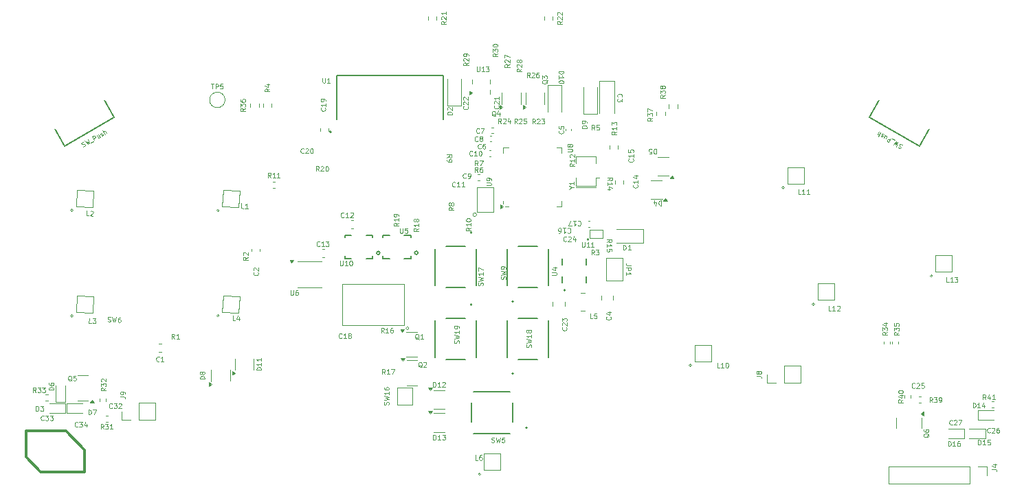
<source format=gbr>
%TF.GenerationSoftware,KiCad,Pcbnew,8.0.2*%
%TF.CreationDate,2024-07-24T16:00:10-07:00*%
%TF.ProjectId,UGC_Main_R4,5547435f-4d61-4696-9e5f-52342e6b6963,rev?*%
%TF.SameCoordinates,Original*%
%TF.FileFunction,Legend,Top*%
%TF.FilePolarity,Positive*%
%FSLAX46Y46*%
G04 Gerber Fmt 4.6, Leading zero omitted, Abs format (unit mm)*
G04 Created by KiCad (PCBNEW 8.0.2) date 2024-07-24 16:00:10*
%MOMM*%
%LPD*%
G01*
G04 APERTURE LIST*
%ADD10C,0.100000*%
%ADD11C,0.120000*%
%ADD12C,0.160000*%
%ADD13C,0.350000*%
%ADD14C,0.127000*%
%ADD15C,0.200000*%
G04 APERTURE END LIST*
D10*
X219194971Y-92155914D02*
X218909257Y-92355914D01*
X219194971Y-92498771D02*
X218594971Y-92498771D01*
X218594971Y-92498771D02*
X218594971Y-92270200D01*
X218594971Y-92270200D02*
X218623542Y-92213057D01*
X218623542Y-92213057D02*
X218652114Y-92184486D01*
X218652114Y-92184486D02*
X218709257Y-92155914D01*
X218709257Y-92155914D02*
X218794971Y-92155914D01*
X218794971Y-92155914D02*
X218852114Y-92184486D01*
X218852114Y-92184486D02*
X218880685Y-92213057D01*
X218880685Y-92213057D02*
X218909257Y-92270200D01*
X218909257Y-92270200D02*
X218909257Y-92498771D01*
X218594971Y-91955914D02*
X218594971Y-91584486D01*
X218594971Y-91584486D02*
X218823542Y-91784486D01*
X218823542Y-91784486D02*
X218823542Y-91698771D01*
X218823542Y-91698771D02*
X218852114Y-91641629D01*
X218852114Y-91641629D02*
X218880685Y-91613057D01*
X218880685Y-91613057D02*
X218937828Y-91584486D01*
X218937828Y-91584486D02*
X219080685Y-91584486D01*
X219080685Y-91584486D02*
X219137828Y-91613057D01*
X219137828Y-91613057D02*
X219166400Y-91641629D01*
X219166400Y-91641629D02*
X219194971Y-91698771D01*
X219194971Y-91698771D02*
X219194971Y-91870200D01*
X219194971Y-91870200D02*
X219166400Y-91927343D01*
X219166400Y-91927343D02*
X219137828Y-91955914D01*
X218594971Y-91213057D02*
X218594971Y-91155914D01*
X218594971Y-91155914D02*
X218623542Y-91098771D01*
X218623542Y-91098771D02*
X218652114Y-91070200D01*
X218652114Y-91070200D02*
X218709257Y-91041628D01*
X218709257Y-91041628D02*
X218823542Y-91013057D01*
X218823542Y-91013057D02*
X218966400Y-91013057D01*
X218966400Y-91013057D02*
X219080685Y-91041628D01*
X219080685Y-91041628D02*
X219137828Y-91070200D01*
X219137828Y-91070200D02*
X219166400Y-91098771D01*
X219166400Y-91098771D02*
X219194971Y-91155914D01*
X219194971Y-91155914D02*
X219194971Y-91213057D01*
X219194971Y-91213057D02*
X219166400Y-91270200D01*
X219166400Y-91270200D02*
X219137828Y-91298771D01*
X219137828Y-91298771D02*
X219080685Y-91327342D01*
X219080685Y-91327342D02*
X218966400Y-91355914D01*
X218966400Y-91355914D02*
X218823542Y-91355914D01*
X218823542Y-91355914D02*
X218709257Y-91327342D01*
X218709257Y-91327342D02*
X218652114Y-91298771D01*
X218652114Y-91298771D02*
X218623542Y-91270200D01*
X218623542Y-91270200D02*
X218594971Y-91213057D01*
X272740485Y-135197171D02*
X272540485Y-134911457D01*
X272397628Y-135197171D02*
X272397628Y-134597171D01*
X272397628Y-134597171D02*
X272626199Y-134597171D01*
X272626199Y-134597171D02*
X272683342Y-134625742D01*
X272683342Y-134625742D02*
X272711913Y-134654314D01*
X272711913Y-134654314D02*
X272740485Y-134711457D01*
X272740485Y-134711457D02*
X272740485Y-134797171D01*
X272740485Y-134797171D02*
X272711913Y-134854314D01*
X272711913Y-134854314D02*
X272683342Y-134882885D01*
X272683342Y-134882885D02*
X272626199Y-134911457D01*
X272626199Y-134911457D02*
X272397628Y-134911457D01*
X272940485Y-134597171D02*
X273311913Y-134597171D01*
X273311913Y-134597171D02*
X273111913Y-134825742D01*
X273111913Y-134825742D02*
X273197628Y-134825742D01*
X273197628Y-134825742D02*
X273254771Y-134854314D01*
X273254771Y-134854314D02*
X273283342Y-134882885D01*
X273283342Y-134882885D02*
X273311913Y-134940028D01*
X273311913Y-134940028D02*
X273311913Y-135082885D01*
X273311913Y-135082885D02*
X273283342Y-135140028D01*
X273283342Y-135140028D02*
X273254771Y-135168600D01*
X273254771Y-135168600D02*
X273197628Y-135197171D01*
X273197628Y-135197171D02*
X273026199Y-135197171D01*
X273026199Y-135197171D02*
X272969056Y-135168600D01*
X272969056Y-135168600D02*
X272940485Y-135140028D01*
X273597628Y-135197171D02*
X273711914Y-135197171D01*
X273711914Y-135197171D02*
X273769057Y-135168600D01*
X273769057Y-135168600D02*
X273797628Y-135140028D01*
X273797628Y-135140028D02*
X273854771Y-135054314D01*
X273854771Y-135054314D02*
X273883342Y-134940028D01*
X273883342Y-134940028D02*
X273883342Y-134711457D01*
X273883342Y-134711457D02*
X273854771Y-134654314D01*
X273854771Y-134654314D02*
X273826200Y-134625742D01*
X273826200Y-134625742D02*
X273769057Y-134597171D01*
X273769057Y-134597171D02*
X273654771Y-134597171D01*
X273654771Y-134597171D02*
X273597628Y-134625742D01*
X273597628Y-134625742D02*
X273569057Y-134654314D01*
X273569057Y-134654314D02*
X273540485Y-134711457D01*
X273540485Y-134711457D02*
X273540485Y-134854314D01*
X273540485Y-134854314D02*
X273569057Y-134911457D01*
X273569057Y-134911457D02*
X273597628Y-134940028D01*
X273597628Y-134940028D02*
X273654771Y-134968600D01*
X273654771Y-134968600D02*
X273769057Y-134968600D01*
X273769057Y-134968600D02*
X273826200Y-134940028D01*
X273826200Y-134940028D02*
X273854771Y-134911457D01*
X273854771Y-134911457D02*
X273883342Y-134854314D01*
X229061914Y-112865571D02*
X229090486Y-112837000D01*
X229090486Y-112837000D02*
X229176200Y-112808428D01*
X229176200Y-112808428D02*
X229233343Y-112808428D01*
X229233343Y-112808428D02*
X229319057Y-112837000D01*
X229319057Y-112837000D02*
X229376200Y-112894142D01*
X229376200Y-112894142D02*
X229404771Y-112951285D01*
X229404771Y-112951285D02*
X229433343Y-113065571D01*
X229433343Y-113065571D02*
X229433343Y-113151285D01*
X229433343Y-113151285D02*
X229404771Y-113265571D01*
X229404771Y-113265571D02*
X229376200Y-113322714D01*
X229376200Y-113322714D02*
X229319057Y-113379857D01*
X229319057Y-113379857D02*
X229233343Y-113408428D01*
X229233343Y-113408428D02*
X229176200Y-113408428D01*
X229176200Y-113408428D02*
X229090486Y-113379857D01*
X229090486Y-113379857D02*
X229061914Y-113351285D01*
X228490486Y-112808428D02*
X228833343Y-112808428D01*
X228661914Y-112808428D02*
X228661914Y-113408428D01*
X228661914Y-113408428D02*
X228719057Y-113322714D01*
X228719057Y-113322714D02*
X228776200Y-113265571D01*
X228776200Y-113265571D02*
X228833343Y-113237000D01*
X228290485Y-113408428D02*
X227890485Y-113408428D01*
X227890485Y-113408428D02*
X228147628Y-112808428D01*
X233107828Y-124636199D02*
X233136400Y-124664771D01*
X233136400Y-124664771D02*
X233164971Y-124750485D01*
X233164971Y-124750485D02*
X233164971Y-124807628D01*
X233164971Y-124807628D02*
X233136400Y-124893342D01*
X233136400Y-124893342D02*
X233079257Y-124950485D01*
X233079257Y-124950485D02*
X233022114Y-124979056D01*
X233022114Y-124979056D02*
X232907828Y-125007628D01*
X232907828Y-125007628D02*
X232822114Y-125007628D01*
X232822114Y-125007628D02*
X232707828Y-124979056D01*
X232707828Y-124979056D02*
X232650685Y-124950485D01*
X232650685Y-124950485D02*
X232593542Y-124893342D01*
X232593542Y-124893342D02*
X232564971Y-124807628D01*
X232564971Y-124807628D02*
X232564971Y-124750485D01*
X232564971Y-124750485D02*
X232593542Y-124664771D01*
X232593542Y-124664771D02*
X232622114Y-124636199D01*
X232764971Y-124121914D02*
X233164971Y-124121914D01*
X232536400Y-124264771D02*
X232964971Y-124407628D01*
X232964971Y-124407628D02*
X232964971Y-124036199D01*
X268623371Y-126572914D02*
X268337657Y-126772914D01*
X268623371Y-126915771D02*
X268023371Y-126915771D01*
X268023371Y-126915771D02*
X268023371Y-126687200D01*
X268023371Y-126687200D02*
X268051942Y-126630057D01*
X268051942Y-126630057D02*
X268080514Y-126601486D01*
X268080514Y-126601486D02*
X268137657Y-126572914D01*
X268137657Y-126572914D02*
X268223371Y-126572914D01*
X268223371Y-126572914D02*
X268280514Y-126601486D01*
X268280514Y-126601486D02*
X268309085Y-126630057D01*
X268309085Y-126630057D02*
X268337657Y-126687200D01*
X268337657Y-126687200D02*
X268337657Y-126915771D01*
X268023371Y-126372914D02*
X268023371Y-126001486D01*
X268023371Y-126001486D02*
X268251942Y-126201486D01*
X268251942Y-126201486D02*
X268251942Y-126115771D01*
X268251942Y-126115771D02*
X268280514Y-126058629D01*
X268280514Y-126058629D02*
X268309085Y-126030057D01*
X268309085Y-126030057D02*
X268366228Y-126001486D01*
X268366228Y-126001486D02*
X268509085Y-126001486D01*
X268509085Y-126001486D02*
X268566228Y-126030057D01*
X268566228Y-126030057D02*
X268594800Y-126058629D01*
X268594800Y-126058629D02*
X268623371Y-126115771D01*
X268623371Y-126115771D02*
X268623371Y-126287200D01*
X268623371Y-126287200D02*
X268594800Y-126344343D01*
X268594800Y-126344343D02*
X268566228Y-126372914D01*
X268023371Y-125458628D02*
X268023371Y-125744342D01*
X268023371Y-125744342D02*
X268309085Y-125772914D01*
X268309085Y-125772914D02*
X268280514Y-125744342D01*
X268280514Y-125744342D02*
X268251942Y-125687200D01*
X268251942Y-125687200D02*
X268251942Y-125544342D01*
X268251942Y-125544342D02*
X268280514Y-125487200D01*
X268280514Y-125487200D02*
X268309085Y-125458628D01*
X268309085Y-125458628D02*
X268366228Y-125430057D01*
X268366228Y-125430057D02*
X268509085Y-125430057D01*
X268509085Y-125430057D02*
X268566228Y-125458628D01*
X268566228Y-125458628D02*
X268594800Y-125487200D01*
X268594800Y-125487200D02*
X268623371Y-125544342D01*
X268623371Y-125544342D02*
X268623371Y-125687200D01*
X268623371Y-125687200D02*
X268594800Y-125744342D01*
X268594800Y-125744342D02*
X268566228Y-125772914D01*
X179376400Y-127373971D02*
X179176400Y-127088257D01*
X179033543Y-127373971D02*
X179033543Y-126773971D01*
X179033543Y-126773971D02*
X179262114Y-126773971D01*
X179262114Y-126773971D02*
X179319257Y-126802542D01*
X179319257Y-126802542D02*
X179347828Y-126831114D01*
X179347828Y-126831114D02*
X179376400Y-126888257D01*
X179376400Y-126888257D02*
X179376400Y-126973971D01*
X179376400Y-126973971D02*
X179347828Y-127031114D01*
X179347828Y-127031114D02*
X179319257Y-127059685D01*
X179319257Y-127059685D02*
X179262114Y-127088257D01*
X179262114Y-127088257D02*
X179033543Y-127088257D01*
X179947828Y-127373971D02*
X179604971Y-127373971D01*
X179776400Y-127373971D02*
X179776400Y-126773971D01*
X179776400Y-126773971D02*
X179719257Y-126859685D01*
X179719257Y-126859685D02*
X179662114Y-126916828D01*
X179662114Y-126916828D02*
X179604971Y-126945400D01*
X205755200Y-135502514D02*
X205783771Y-135416800D01*
X205783771Y-135416800D02*
X205783771Y-135273942D01*
X205783771Y-135273942D02*
X205755200Y-135216800D01*
X205755200Y-135216800D02*
X205726628Y-135188228D01*
X205726628Y-135188228D02*
X205669485Y-135159657D01*
X205669485Y-135159657D02*
X205612342Y-135159657D01*
X205612342Y-135159657D02*
X205555200Y-135188228D01*
X205555200Y-135188228D02*
X205526628Y-135216800D01*
X205526628Y-135216800D02*
X205498057Y-135273942D01*
X205498057Y-135273942D02*
X205469485Y-135388228D01*
X205469485Y-135388228D02*
X205440914Y-135445371D01*
X205440914Y-135445371D02*
X205412342Y-135473942D01*
X205412342Y-135473942D02*
X205355200Y-135502514D01*
X205355200Y-135502514D02*
X205298057Y-135502514D01*
X205298057Y-135502514D02*
X205240914Y-135473942D01*
X205240914Y-135473942D02*
X205212342Y-135445371D01*
X205212342Y-135445371D02*
X205183771Y-135388228D01*
X205183771Y-135388228D02*
X205183771Y-135245371D01*
X205183771Y-135245371D02*
X205212342Y-135159657D01*
X205183771Y-134959656D02*
X205783771Y-134816799D01*
X205783771Y-134816799D02*
X205355200Y-134702513D01*
X205355200Y-134702513D02*
X205783771Y-134588228D01*
X205783771Y-134588228D02*
X205183771Y-134445371D01*
X205783771Y-133902514D02*
X205783771Y-134245371D01*
X205783771Y-134073942D02*
X205183771Y-134073942D01*
X205183771Y-134073942D02*
X205269485Y-134131085D01*
X205269485Y-134131085D02*
X205326628Y-134188228D01*
X205326628Y-134188228D02*
X205355200Y-134245371D01*
X205183771Y-133388228D02*
X205183771Y-133502513D01*
X205183771Y-133502513D02*
X205212342Y-133559656D01*
X205212342Y-133559656D02*
X205240914Y-133588228D01*
X205240914Y-133588228D02*
X205326628Y-133645370D01*
X205326628Y-133645370D02*
X205440914Y-133673942D01*
X205440914Y-133673942D02*
X205669485Y-133673942D01*
X205669485Y-133673942D02*
X205726628Y-133645370D01*
X205726628Y-133645370D02*
X205755200Y-133616799D01*
X205755200Y-133616799D02*
X205783771Y-133559656D01*
X205783771Y-133559656D02*
X205783771Y-133445370D01*
X205783771Y-133445370D02*
X205755200Y-133388228D01*
X205755200Y-133388228D02*
X205726628Y-133359656D01*
X205726628Y-133359656D02*
X205669485Y-133331085D01*
X205669485Y-133331085D02*
X205526628Y-133331085D01*
X205526628Y-133331085D02*
X205469485Y-133359656D01*
X205469485Y-133359656D02*
X205440914Y-133388228D01*
X205440914Y-133388228D02*
X205412342Y-133445370D01*
X205412342Y-133445370D02*
X205412342Y-133559656D01*
X205412342Y-133559656D02*
X205440914Y-133616799D01*
X205440914Y-133616799D02*
X205469485Y-133645370D01*
X205469485Y-133645370D02*
X205526628Y-133673942D01*
X279852485Y-138899228D02*
X279823913Y-138927800D01*
X279823913Y-138927800D02*
X279738199Y-138956371D01*
X279738199Y-138956371D02*
X279681056Y-138956371D01*
X279681056Y-138956371D02*
X279595342Y-138927800D01*
X279595342Y-138927800D02*
X279538199Y-138870657D01*
X279538199Y-138870657D02*
X279509628Y-138813514D01*
X279509628Y-138813514D02*
X279481056Y-138699228D01*
X279481056Y-138699228D02*
X279481056Y-138613514D01*
X279481056Y-138613514D02*
X279509628Y-138499228D01*
X279509628Y-138499228D02*
X279538199Y-138442085D01*
X279538199Y-138442085D02*
X279595342Y-138384942D01*
X279595342Y-138384942D02*
X279681056Y-138356371D01*
X279681056Y-138356371D02*
X279738199Y-138356371D01*
X279738199Y-138356371D02*
X279823913Y-138384942D01*
X279823913Y-138384942D02*
X279852485Y-138413514D01*
X280081056Y-138413514D02*
X280109628Y-138384942D01*
X280109628Y-138384942D02*
X280166771Y-138356371D01*
X280166771Y-138356371D02*
X280309628Y-138356371D01*
X280309628Y-138356371D02*
X280366771Y-138384942D01*
X280366771Y-138384942D02*
X280395342Y-138413514D01*
X280395342Y-138413514D02*
X280423913Y-138470657D01*
X280423913Y-138470657D02*
X280423913Y-138527800D01*
X280423913Y-138527800D02*
X280395342Y-138613514D01*
X280395342Y-138613514D02*
X280052485Y-138956371D01*
X280052485Y-138956371D02*
X280423913Y-138956371D01*
X280938200Y-138356371D02*
X280823914Y-138356371D01*
X280823914Y-138356371D02*
X280766771Y-138384942D01*
X280766771Y-138384942D02*
X280738200Y-138413514D01*
X280738200Y-138413514D02*
X280681057Y-138499228D01*
X280681057Y-138499228D02*
X280652485Y-138613514D01*
X280652485Y-138613514D02*
X280652485Y-138842085D01*
X280652485Y-138842085D02*
X280681057Y-138899228D01*
X280681057Y-138899228D02*
X280709628Y-138927800D01*
X280709628Y-138927800D02*
X280766771Y-138956371D01*
X280766771Y-138956371D02*
X280881057Y-138956371D01*
X280881057Y-138956371D02*
X280938200Y-138927800D01*
X280938200Y-138927800D02*
X280966771Y-138899228D01*
X280966771Y-138899228D02*
X280995342Y-138842085D01*
X280995342Y-138842085D02*
X280995342Y-138699228D01*
X280995342Y-138699228D02*
X280966771Y-138642085D01*
X280966771Y-138642085D02*
X280938200Y-138613514D01*
X280938200Y-138613514D02*
X280881057Y-138584942D01*
X280881057Y-138584942D02*
X280766771Y-138584942D01*
X280766771Y-138584942D02*
X280709628Y-138613514D01*
X280709628Y-138613514D02*
X280681057Y-138642085D01*
X280681057Y-138642085D02*
X280652485Y-138699228D01*
X213784771Y-111148799D02*
X213499057Y-111348799D01*
X213784771Y-111491656D02*
X213184771Y-111491656D01*
X213184771Y-111491656D02*
X213184771Y-111263085D01*
X213184771Y-111263085D02*
X213213342Y-111205942D01*
X213213342Y-111205942D02*
X213241914Y-111177371D01*
X213241914Y-111177371D02*
X213299057Y-111148799D01*
X213299057Y-111148799D02*
X213384771Y-111148799D01*
X213384771Y-111148799D02*
X213441914Y-111177371D01*
X213441914Y-111177371D02*
X213470485Y-111205942D01*
X213470485Y-111205942D02*
X213499057Y-111263085D01*
X213499057Y-111263085D02*
X213499057Y-111491656D01*
X213441914Y-110805942D02*
X213413342Y-110863085D01*
X213413342Y-110863085D02*
X213384771Y-110891656D01*
X213384771Y-110891656D02*
X213327628Y-110920228D01*
X213327628Y-110920228D02*
X213299057Y-110920228D01*
X213299057Y-110920228D02*
X213241914Y-110891656D01*
X213241914Y-110891656D02*
X213213342Y-110863085D01*
X213213342Y-110863085D02*
X213184771Y-110805942D01*
X213184771Y-110805942D02*
X213184771Y-110691656D01*
X213184771Y-110691656D02*
X213213342Y-110634514D01*
X213213342Y-110634514D02*
X213241914Y-110605942D01*
X213241914Y-110605942D02*
X213299057Y-110577371D01*
X213299057Y-110577371D02*
X213327628Y-110577371D01*
X213327628Y-110577371D02*
X213384771Y-110605942D01*
X213384771Y-110605942D02*
X213413342Y-110634514D01*
X213413342Y-110634514D02*
X213441914Y-110691656D01*
X213441914Y-110691656D02*
X213441914Y-110805942D01*
X213441914Y-110805942D02*
X213470485Y-110863085D01*
X213470485Y-110863085D02*
X213499057Y-110891656D01*
X213499057Y-110891656D02*
X213556200Y-110920228D01*
X213556200Y-110920228D02*
X213670485Y-110920228D01*
X213670485Y-110920228D02*
X213727628Y-110891656D01*
X213727628Y-110891656D02*
X213756200Y-110863085D01*
X213756200Y-110863085D02*
X213784771Y-110805942D01*
X213784771Y-110805942D02*
X213784771Y-110691656D01*
X213784771Y-110691656D02*
X213756200Y-110634514D01*
X213756200Y-110634514D02*
X213727628Y-110605942D01*
X213727628Y-110605942D02*
X213670485Y-110577371D01*
X213670485Y-110577371D02*
X213556200Y-110577371D01*
X213556200Y-110577371D02*
X213499057Y-110605942D01*
X213499057Y-110605942D02*
X213470485Y-110634514D01*
X213470485Y-110634514D02*
X213441914Y-110691656D01*
X231141600Y-101592971D02*
X230941600Y-101307257D01*
X230798743Y-101592971D02*
X230798743Y-100992971D01*
X230798743Y-100992971D02*
X231027314Y-100992971D01*
X231027314Y-100992971D02*
X231084457Y-101021542D01*
X231084457Y-101021542D02*
X231113028Y-101050114D01*
X231113028Y-101050114D02*
X231141600Y-101107257D01*
X231141600Y-101107257D02*
X231141600Y-101192971D01*
X231141600Y-101192971D02*
X231113028Y-101250114D01*
X231113028Y-101250114D02*
X231084457Y-101278685D01*
X231084457Y-101278685D02*
X231027314Y-101307257D01*
X231027314Y-101307257D02*
X230798743Y-101307257D01*
X231684457Y-100992971D02*
X231398743Y-100992971D01*
X231398743Y-100992971D02*
X231370171Y-101278685D01*
X231370171Y-101278685D02*
X231398743Y-101250114D01*
X231398743Y-101250114D02*
X231455886Y-101221542D01*
X231455886Y-101221542D02*
X231598743Y-101221542D01*
X231598743Y-101221542D02*
X231655886Y-101250114D01*
X231655886Y-101250114D02*
X231684457Y-101278685D01*
X231684457Y-101278685D02*
X231713028Y-101335828D01*
X231713028Y-101335828D02*
X231713028Y-101478685D01*
X231713028Y-101478685D02*
X231684457Y-101535828D01*
X231684457Y-101535828D02*
X231655886Y-101564400D01*
X231655886Y-101564400D02*
X231598743Y-101592971D01*
X231598743Y-101592971D02*
X231455886Y-101592971D01*
X231455886Y-101592971D02*
X231398743Y-101564400D01*
X231398743Y-101564400D02*
X231370171Y-101535828D01*
X227132371Y-88195714D02*
X226846657Y-88395714D01*
X227132371Y-88538571D02*
X226532371Y-88538571D01*
X226532371Y-88538571D02*
X226532371Y-88310000D01*
X226532371Y-88310000D02*
X226560942Y-88252857D01*
X226560942Y-88252857D02*
X226589514Y-88224286D01*
X226589514Y-88224286D02*
X226646657Y-88195714D01*
X226646657Y-88195714D02*
X226732371Y-88195714D01*
X226732371Y-88195714D02*
X226789514Y-88224286D01*
X226789514Y-88224286D02*
X226818085Y-88252857D01*
X226818085Y-88252857D02*
X226846657Y-88310000D01*
X226846657Y-88310000D02*
X226846657Y-88538571D01*
X226589514Y-87967143D02*
X226560942Y-87938571D01*
X226560942Y-87938571D02*
X226532371Y-87881429D01*
X226532371Y-87881429D02*
X226532371Y-87738571D01*
X226532371Y-87738571D02*
X226560942Y-87681429D01*
X226560942Y-87681429D02*
X226589514Y-87652857D01*
X226589514Y-87652857D02*
X226646657Y-87624286D01*
X226646657Y-87624286D02*
X226703800Y-87624286D01*
X226703800Y-87624286D02*
X226789514Y-87652857D01*
X226789514Y-87652857D02*
X227132371Y-87995714D01*
X227132371Y-87995714D02*
X227132371Y-87624286D01*
X226589514Y-87395714D02*
X226560942Y-87367142D01*
X226560942Y-87367142D02*
X226532371Y-87310000D01*
X226532371Y-87310000D02*
X226532371Y-87167142D01*
X226532371Y-87167142D02*
X226560942Y-87110000D01*
X226560942Y-87110000D02*
X226589514Y-87081428D01*
X226589514Y-87081428D02*
X226646657Y-87052857D01*
X226646657Y-87052857D02*
X226703800Y-87052857D01*
X226703800Y-87052857D02*
X226789514Y-87081428D01*
X226789514Y-87081428D02*
X227132371Y-87424285D01*
X227132371Y-87424285D02*
X227132371Y-87052857D01*
X275204285Y-137934028D02*
X275175713Y-137962600D01*
X275175713Y-137962600D02*
X275089999Y-137991171D01*
X275089999Y-137991171D02*
X275032856Y-137991171D01*
X275032856Y-137991171D02*
X274947142Y-137962600D01*
X274947142Y-137962600D02*
X274889999Y-137905457D01*
X274889999Y-137905457D02*
X274861428Y-137848314D01*
X274861428Y-137848314D02*
X274832856Y-137734028D01*
X274832856Y-137734028D02*
X274832856Y-137648314D01*
X274832856Y-137648314D02*
X274861428Y-137534028D01*
X274861428Y-137534028D02*
X274889999Y-137476885D01*
X274889999Y-137476885D02*
X274947142Y-137419742D01*
X274947142Y-137419742D02*
X275032856Y-137391171D01*
X275032856Y-137391171D02*
X275089999Y-137391171D01*
X275089999Y-137391171D02*
X275175713Y-137419742D01*
X275175713Y-137419742D02*
X275204285Y-137448314D01*
X275432856Y-137448314D02*
X275461428Y-137419742D01*
X275461428Y-137419742D02*
X275518571Y-137391171D01*
X275518571Y-137391171D02*
X275661428Y-137391171D01*
X275661428Y-137391171D02*
X275718571Y-137419742D01*
X275718571Y-137419742D02*
X275747142Y-137448314D01*
X275747142Y-137448314D02*
X275775713Y-137505457D01*
X275775713Y-137505457D02*
X275775713Y-137562600D01*
X275775713Y-137562600D02*
X275747142Y-137648314D01*
X275747142Y-137648314D02*
X275404285Y-137991171D01*
X275404285Y-137991171D02*
X275775713Y-137991171D01*
X275975714Y-137391171D02*
X276375714Y-137391171D01*
X276375714Y-137391171D02*
X276118571Y-137991171D01*
X239819771Y-97286714D02*
X239534057Y-97486714D01*
X239819771Y-97629571D02*
X239219771Y-97629571D01*
X239219771Y-97629571D02*
X239219771Y-97401000D01*
X239219771Y-97401000D02*
X239248342Y-97343857D01*
X239248342Y-97343857D02*
X239276914Y-97315286D01*
X239276914Y-97315286D02*
X239334057Y-97286714D01*
X239334057Y-97286714D02*
X239419771Y-97286714D01*
X239419771Y-97286714D02*
X239476914Y-97315286D01*
X239476914Y-97315286D02*
X239505485Y-97343857D01*
X239505485Y-97343857D02*
X239534057Y-97401000D01*
X239534057Y-97401000D02*
X239534057Y-97629571D01*
X239219771Y-97086714D02*
X239219771Y-96715286D01*
X239219771Y-96715286D02*
X239448342Y-96915286D01*
X239448342Y-96915286D02*
X239448342Y-96829571D01*
X239448342Y-96829571D02*
X239476914Y-96772429D01*
X239476914Y-96772429D02*
X239505485Y-96743857D01*
X239505485Y-96743857D02*
X239562628Y-96715286D01*
X239562628Y-96715286D02*
X239705485Y-96715286D01*
X239705485Y-96715286D02*
X239762628Y-96743857D01*
X239762628Y-96743857D02*
X239791200Y-96772429D01*
X239791200Y-96772429D02*
X239819771Y-96829571D01*
X239819771Y-96829571D02*
X239819771Y-97001000D01*
X239819771Y-97001000D02*
X239791200Y-97058143D01*
X239791200Y-97058143D02*
X239762628Y-97086714D01*
X239476914Y-96372428D02*
X239448342Y-96429571D01*
X239448342Y-96429571D02*
X239419771Y-96458142D01*
X239419771Y-96458142D02*
X239362628Y-96486714D01*
X239362628Y-96486714D02*
X239334057Y-96486714D01*
X239334057Y-96486714D02*
X239276914Y-96458142D01*
X239276914Y-96458142D02*
X239248342Y-96429571D01*
X239248342Y-96429571D02*
X239219771Y-96372428D01*
X239219771Y-96372428D02*
X239219771Y-96258142D01*
X239219771Y-96258142D02*
X239248342Y-96201000D01*
X239248342Y-96201000D02*
X239276914Y-96172428D01*
X239276914Y-96172428D02*
X239334057Y-96143857D01*
X239334057Y-96143857D02*
X239362628Y-96143857D01*
X239362628Y-96143857D02*
X239419771Y-96172428D01*
X239419771Y-96172428D02*
X239448342Y-96201000D01*
X239448342Y-96201000D02*
X239476914Y-96258142D01*
X239476914Y-96258142D02*
X239476914Y-96372428D01*
X239476914Y-96372428D02*
X239505485Y-96429571D01*
X239505485Y-96429571D02*
X239534057Y-96458142D01*
X239534057Y-96458142D02*
X239591200Y-96486714D01*
X239591200Y-96486714D02*
X239705485Y-96486714D01*
X239705485Y-96486714D02*
X239762628Y-96458142D01*
X239762628Y-96458142D02*
X239791200Y-96429571D01*
X239791200Y-96429571D02*
X239819771Y-96372428D01*
X239819771Y-96372428D02*
X239819771Y-96258142D01*
X239819771Y-96258142D02*
X239791200Y-96201000D01*
X239791200Y-96201000D02*
X239762628Y-96172428D01*
X239762628Y-96172428D02*
X239705485Y-96143857D01*
X239705485Y-96143857D02*
X239591200Y-96143857D01*
X239591200Y-96143857D02*
X239534057Y-96172428D01*
X239534057Y-96172428D02*
X239505485Y-96201000D01*
X239505485Y-96201000D02*
X239476914Y-96258142D01*
X163266485Y-137375228D02*
X163237913Y-137403800D01*
X163237913Y-137403800D02*
X163152199Y-137432371D01*
X163152199Y-137432371D02*
X163095056Y-137432371D01*
X163095056Y-137432371D02*
X163009342Y-137403800D01*
X163009342Y-137403800D02*
X162952199Y-137346657D01*
X162952199Y-137346657D02*
X162923628Y-137289514D01*
X162923628Y-137289514D02*
X162895056Y-137175228D01*
X162895056Y-137175228D02*
X162895056Y-137089514D01*
X162895056Y-137089514D02*
X162923628Y-136975228D01*
X162923628Y-136975228D02*
X162952199Y-136918085D01*
X162952199Y-136918085D02*
X163009342Y-136860942D01*
X163009342Y-136860942D02*
X163095056Y-136832371D01*
X163095056Y-136832371D02*
X163152199Y-136832371D01*
X163152199Y-136832371D02*
X163237913Y-136860942D01*
X163237913Y-136860942D02*
X163266485Y-136889514D01*
X163466485Y-136832371D02*
X163837913Y-136832371D01*
X163837913Y-136832371D02*
X163637913Y-137060942D01*
X163637913Y-137060942D02*
X163723628Y-137060942D01*
X163723628Y-137060942D02*
X163780771Y-137089514D01*
X163780771Y-137089514D02*
X163809342Y-137118085D01*
X163809342Y-137118085D02*
X163837913Y-137175228D01*
X163837913Y-137175228D02*
X163837913Y-137318085D01*
X163837913Y-137318085D02*
X163809342Y-137375228D01*
X163809342Y-137375228D02*
X163780771Y-137403800D01*
X163780771Y-137403800D02*
X163723628Y-137432371D01*
X163723628Y-137432371D02*
X163552199Y-137432371D01*
X163552199Y-137432371D02*
X163495056Y-137403800D01*
X163495056Y-137403800D02*
X163466485Y-137375228D01*
X164037914Y-136832371D02*
X164409342Y-136832371D01*
X164409342Y-136832371D02*
X164209342Y-137060942D01*
X164209342Y-137060942D02*
X164295057Y-137060942D01*
X164295057Y-137060942D02*
X164352200Y-137089514D01*
X164352200Y-137089514D02*
X164380771Y-137118085D01*
X164380771Y-137118085D02*
X164409342Y-137175228D01*
X164409342Y-137175228D02*
X164409342Y-137318085D01*
X164409342Y-137318085D02*
X164380771Y-137375228D01*
X164380771Y-137375228D02*
X164352200Y-137403800D01*
X164352200Y-137403800D02*
X164295057Y-137432371D01*
X164295057Y-137432371D02*
X164123628Y-137432371D01*
X164123628Y-137432371D02*
X164066485Y-137403800D01*
X164066485Y-137403800D02*
X164037914Y-137375228D01*
X251069571Y-131975200D02*
X251498142Y-131975200D01*
X251498142Y-131975200D02*
X251583857Y-132003771D01*
X251583857Y-132003771D02*
X251641000Y-132060914D01*
X251641000Y-132060914D02*
X251669571Y-132146628D01*
X251669571Y-132146628D02*
X251669571Y-132203771D01*
X251326714Y-131603771D02*
X251298142Y-131660914D01*
X251298142Y-131660914D02*
X251269571Y-131689485D01*
X251269571Y-131689485D02*
X251212428Y-131718057D01*
X251212428Y-131718057D02*
X251183857Y-131718057D01*
X251183857Y-131718057D02*
X251126714Y-131689485D01*
X251126714Y-131689485D02*
X251098142Y-131660914D01*
X251098142Y-131660914D02*
X251069571Y-131603771D01*
X251069571Y-131603771D02*
X251069571Y-131489485D01*
X251069571Y-131489485D02*
X251098142Y-131432343D01*
X251098142Y-131432343D02*
X251126714Y-131403771D01*
X251126714Y-131403771D02*
X251183857Y-131375200D01*
X251183857Y-131375200D02*
X251212428Y-131375200D01*
X251212428Y-131375200D02*
X251269571Y-131403771D01*
X251269571Y-131403771D02*
X251298142Y-131432343D01*
X251298142Y-131432343D02*
X251326714Y-131489485D01*
X251326714Y-131489485D02*
X251326714Y-131603771D01*
X251326714Y-131603771D02*
X251355285Y-131660914D01*
X251355285Y-131660914D02*
X251383857Y-131689485D01*
X251383857Y-131689485D02*
X251441000Y-131718057D01*
X251441000Y-131718057D02*
X251555285Y-131718057D01*
X251555285Y-131718057D02*
X251612428Y-131689485D01*
X251612428Y-131689485D02*
X251641000Y-131660914D01*
X251641000Y-131660914D02*
X251669571Y-131603771D01*
X251669571Y-131603771D02*
X251669571Y-131489485D01*
X251669571Y-131489485D02*
X251641000Y-131432343D01*
X251641000Y-131432343D02*
X251612428Y-131403771D01*
X251612428Y-131403771D02*
X251555285Y-131375200D01*
X251555285Y-131375200D02*
X251441000Y-131375200D01*
X251441000Y-131375200D02*
X251383857Y-131403771D01*
X251383857Y-131403771D02*
X251355285Y-131432343D01*
X251355285Y-131432343D02*
X251326714Y-131489485D01*
X230887600Y-124859371D02*
X230601886Y-124859371D01*
X230601886Y-124859371D02*
X230601886Y-124259371D01*
X231373314Y-124259371D02*
X231087600Y-124259371D01*
X231087600Y-124259371D02*
X231059028Y-124545085D01*
X231059028Y-124545085D02*
X231087600Y-124516514D01*
X231087600Y-124516514D02*
X231144743Y-124487942D01*
X231144743Y-124487942D02*
X231287600Y-124487942D01*
X231287600Y-124487942D02*
X231344743Y-124516514D01*
X231344743Y-124516514D02*
X231373314Y-124545085D01*
X231373314Y-124545085D02*
X231401885Y-124602228D01*
X231401885Y-124602228D02*
X231401885Y-124745085D01*
X231401885Y-124745085D02*
X231373314Y-124802228D01*
X231373314Y-124802228D02*
X231344743Y-124830800D01*
X231344743Y-124830800D02*
X231287600Y-124859371D01*
X231287600Y-124859371D02*
X231144743Y-124859371D01*
X231144743Y-124859371D02*
X231087600Y-124830800D01*
X231087600Y-124830800D02*
X231059028Y-124802228D01*
X216765200Y-106799971D02*
X216565200Y-106514257D01*
X216422343Y-106799971D02*
X216422343Y-106199971D01*
X216422343Y-106199971D02*
X216650914Y-106199971D01*
X216650914Y-106199971D02*
X216708057Y-106228542D01*
X216708057Y-106228542D02*
X216736628Y-106257114D01*
X216736628Y-106257114D02*
X216765200Y-106314257D01*
X216765200Y-106314257D02*
X216765200Y-106399971D01*
X216765200Y-106399971D02*
X216736628Y-106457114D01*
X216736628Y-106457114D02*
X216708057Y-106485685D01*
X216708057Y-106485685D02*
X216650914Y-106514257D01*
X216650914Y-106514257D02*
X216422343Y-106514257D01*
X217279486Y-106199971D02*
X217165200Y-106199971D01*
X217165200Y-106199971D02*
X217108057Y-106228542D01*
X217108057Y-106228542D02*
X217079486Y-106257114D01*
X217079486Y-106257114D02*
X217022343Y-106342828D01*
X217022343Y-106342828D02*
X216993771Y-106457114D01*
X216993771Y-106457114D02*
X216993771Y-106685685D01*
X216993771Y-106685685D02*
X217022343Y-106742828D01*
X217022343Y-106742828D02*
X217050914Y-106771400D01*
X217050914Y-106771400D02*
X217108057Y-106799971D01*
X217108057Y-106799971D02*
X217222343Y-106799971D01*
X217222343Y-106799971D02*
X217279486Y-106771400D01*
X217279486Y-106771400D02*
X217308057Y-106742828D01*
X217308057Y-106742828D02*
X217336628Y-106685685D01*
X217336628Y-106685685D02*
X217336628Y-106542828D01*
X217336628Y-106542828D02*
X217308057Y-106485685D01*
X217308057Y-106485685D02*
X217279486Y-106457114D01*
X217279486Y-106457114D02*
X217222343Y-106428542D01*
X217222343Y-106428542D02*
X217108057Y-106428542D01*
X217108057Y-106428542D02*
X217050914Y-106457114D01*
X217050914Y-106457114D02*
X217022343Y-106485685D01*
X217022343Y-106485685D02*
X216993771Y-106542828D01*
X235851028Y-105160714D02*
X235879600Y-105189286D01*
X235879600Y-105189286D02*
X235908171Y-105275000D01*
X235908171Y-105275000D02*
X235908171Y-105332143D01*
X235908171Y-105332143D02*
X235879600Y-105417857D01*
X235879600Y-105417857D02*
X235822457Y-105475000D01*
X235822457Y-105475000D02*
X235765314Y-105503571D01*
X235765314Y-105503571D02*
X235651028Y-105532143D01*
X235651028Y-105532143D02*
X235565314Y-105532143D01*
X235565314Y-105532143D02*
X235451028Y-105503571D01*
X235451028Y-105503571D02*
X235393885Y-105475000D01*
X235393885Y-105475000D02*
X235336742Y-105417857D01*
X235336742Y-105417857D02*
X235308171Y-105332143D01*
X235308171Y-105332143D02*
X235308171Y-105275000D01*
X235308171Y-105275000D02*
X235336742Y-105189286D01*
X235336742Y-105189286D02*
X235365314Y-105160714D01*
X235908171Y-104589286D02*
X235908171Y-104932143D01*
X235908171Y-104760714D02*
X235308171Y-104760714D01*
X235308171Y-104760714D02*
X235393885Y-104817857D01*
X235393885Y-104817857D02*
X235451028Y-104875000D01*
X235451028Y-104875000D02*
X235479600Y-104932143D01*
X235308171Y-104046428D02*
X235308171Y-104332142D01*
X235308171Y-104332142D02*
X235593885Y-104360714D01*
X235593885Y-104360714D02*
X235565314Y-104332142D01*
X235565314Y-104332142D02*
X235536742Y-104275000D01*
X235536742Y-104275000D02*
X235536742Y-104132142D01*
X235536742Y-104132142D02*
X235565314Y-104075000D01*
X235565314Y-104075000D02*
X235593885Y-104046428D01*
X235593885Y-104046428D02*
X235651028Y-104017857D01*
X235651028Y-104017857D02*
X235793885Y-104017857D01*
X235793885Y-104017857D02*
X235851028Y-104046428D01*
X235851028Y-104046428D02*
X235879600Y-104075000D01*
X235879600Y-104075000D02*
X235908171Y-104132142D01*
X235908171Y-104132142D02*
X235908171Y-104275000D01*
X235908171Y-104275000D02*
X235879600Y-104332142D01*
X235879600Y-104332142D02*
X235851028Y-104360714D01*
X168771943Y-136721171D02*
X168771943Y-136121171D01*
X168771943Y-136121171D02*
X168914800Y-136121171D01*
X168914800Y-136121171D02*
X169000514Y-136149742D01*
X169000514Y-136149742D02*
X169057657Y-136206885D01*
X169057657Y-136206885D02*
X169086228Y-136264028D01*
X169086228Y-136264028D02*
X169114800Y-136378314D01*
X169114800Y-136378314D02*
X169114800Y-136464028D01*
X169114800Y-136464028D02*
X169086228Y-136578314D01*
X169086228Y-136578314D02*
X169057657Y-136635457D01*
X169057657Y-136635457D02*
X169000514Y-136692600D01*
X169000514Y-136692600D02*
X168914800Y-136721171D01*
X168914800Y-136721171D02*
X168771943Y-136721171D01*
X169314800Y-136121171D02*
X169714800Y-136121171D01*
X169714800Y-136121171D02*
X169457657Y-136721171D01*
X228669171Y-105744914D02*
X228383457Y-105944914D01*
X228669171Y-106087771D02*
X228069171Y-106087771D01*
X228069171Y-106087771D02*
X228069171Y-105859200D01*
X228069171Y-105859200D02*
X228097742Y-105802057D01*
X228097742Y-105802057D02*
X228126314Y-105773486D01*
X228126314Y-105773486D02*
X228183457Y-105744914D01*
X228183457Y-105744914D02*
X228269171Y-105744914D01*
X228269171Y-105744914D02*
X228326314Y-105773486D01*
X228326314Y-105773486D02*
X228354885Y-105802057D01*
X228354885Y-105802057D02*
X228383457Y-105859200D01*
X228383457Y-105859200D02*
X228383457Y-106087771D01*
X228669171Y-105173486D02*
X228669171Y-105516343D01*
X228669171Y-105344914D02*
X228069171Y-105344914D01*
X228069171Y-105344914D02*
X228154885Y-105402057D01*
X228154885Y-105402057D02*
X228212028Y-105459200D01*
X228212028Y-105459200D02*
X228240600Y-105516343D01*
X228126314Y-104944914D02*
X228097742Y-104916342D01*
X228097742Y-104916342D02*
X228069171Y-104859200D01*
X228069171Y-104859200D02*
X228069171Y-104716342D01*
X228069171Y-104716342D02*
X228097742Y-104659200D01*
X228097742Y-104659200D02*
X228126314Y-104630628D01*
X228126314Y-104630628D02*
X228183457Y-104602057D01*
X228183457Y-104602057D02*
X228240600Y-104602057D01*
X228240600Y-104602057D02*
X228326314Y-104630628D01*
X228326314Y-104630628D02*
X228669171Y-104973485D01*
X228669171Y-104973485D02*
X228669171Y-104602057D01*
X199764743Y-117731571D02*
X199764743Y-118217285D01*
X199764743Y-118217285D02*
X199793314Y-118274428D01*
X199793314Y-118274428D02*
X199821886Y-118303000D01*
X199821886Y-118303000D02*
X199879028Y-118331571D01*
X199879028Y-118331571D02*
X199993314Y-118331571D01*
X199993314Y-118331571D02*
X200050457Y-118303000D01*
X200050457Y-118303000D02*
X200079028Y-118274428D01*
X200079028Y-118274428D02*
X200107600Y-118217285D01*
X200107600Y-118217285D02*
X200107600Y-117731571D01*
X200707599Y-118331571D02*
X200364742Y-118331571D01*
X200536171Y-118331571D02*
X200536171Y-117731571D01*
X200536171Y-117731571D02*
X200479028Y-117817285D01*
X200479028Y-117817285D02*
X200421885Y-117874428D01*
X200421885Y-117874428D02*
X200364742Y-117903000D01*
X201079028Y-117731571D02*
X201136171Y-117731571D01*
X201136171Y-117731571D02*
X201193314Y-117760142D01*
X201193314Y-117760142D02*
X201221886Y-117788714D01*
X201221886Y-117788714D02*
X201250457Y-117845857D01*
X201250457Y-117845857D02*
X201279028Y-117960142D01*
X201279028Y-117960142D02*
X201279028Y-118103000D01*
X201279028Y-118103000D02*
X201250457Y-118217285D01*
X201250457Y-118217285D02*
X201221886Y-118274428D01*
X201221886Y-118274428D02*
X201193314Y-118303000D01*
X201193314Y-118303000D02*
X201136171Y-118331571D01*
X201136171Y-118331571D02*
X201079028Y-118331571D01*
X201079028Y-118331571D02*
X201021886Y-118303000D01*
X201021886Y-118303000D02*
X200993314Y-118274428D01*
X200993314Y-118274428D02*
X200964743Y-118217285D01*
X200964743Y-118217285D02*
X200936171Y-118103000D01*
X200936171Y-118103000D02*
X200936171Y-117960142D01*
X200936171Y-117960142D02*
X200964743Y-117845857D01*
X200964743Y-117845857D02*
X200993314Y-117788714D01*
X200993314Y-117788714D02*
X201021886Y-117760142D01*
X201021886Y-117760142D02*
X201079028Y-117731571D01*
X215505628Y-98683714D02*
X215534200Y-98712286D01*
X215534200Y-98712286D02*
X215562771Y-98798000D01*
X215562771Y-98798000D02*
X215562771Y-98855143D01*
X215562771Y-98855143D02*
X215534200Y-98940857D01*
X215534200Y-98940857D02*
X215477057Y-98998000D01*
X215477057Y-98998000D02*
X215419914Y-99026571D01*
X215419914Y-99026571D02*
X215305628Y-99055143D01*
X215305628Y-99055143D02*
X215219914Y-99055143D01*
X215219914Y-99055143D02*
X215105628Y-99026571D01*
X215105628Y-99026571D02*
X215048485Y-98998000D01*
X215048485Y-98998000D02*
X214991342Y-98940857D01*
X214991342Y-98940857D02*
X214962771Y-98855143D01*
X214962771Y-98855143D02*
X214962771Y-98798000D01*
X214962771Y-98798000D02*
X214991342Y-98712286D01*
X214991342Y-98712286D02*
X215019914Y-98683714D01*
X215019914Y-98455143D02*
X214991342Y-98426571D01*
X214991342Y-98426571D02*
X214962771Y-98369429D01*
X214962771Y-98369429D02*
X214962771Y-98226571D01*
X214962771Y-98226571D02*
X214991342Y-98169429D01*
X214991342Y-98169429D02*
X215019914Y-98140857D01*
X215019914Y-98140857D02*
X215077057Y-98112286D01*
X215077057Y-98112286D02*
X215134200Y-98112286D01*
X215134200Y-98112286D02*
X215219914Y-98140857D01*
X215219914Y-98140857D02*
X215562771Y-98483714D01*
X215562771Y-98483714D02*
X215562771Y-98112286D01*
X215019914Y-97883714D02*
X214991342Y-97855142D01*
X214991342Y-97855142D02*
X214962771Y-97798000D01*
X214962771Y-97798000D02*
X214962771Y-97655142D01*
X214962771Y-97655142D02*
X214991342Y-97598000D01*
X214991342Y-97598000D02*
X215019914Y-97569428D01*
X215019914Y-97569428D02*
X215077057Y-97540857D01*
X215077057Y-97540857D02*
X215134200Y-97540857D01*
X215134200Y-97540857D02*
X215219914Y-97569428D01*
X215219914Y-97569428D02*
X215562771Y-97912285D01*
X215562771Y-97912285D02*
X215562771Y-97540857D01*
X279319085Y-134866971D02*
X279119085Y-134581257D01*
X278976228Y-134866971D02*
X278976228Y-134266971D01*
X278976228Y-134266971D02*
X279204799Y-134266971D01*
X279204799Y-134266971D02*
X279261942Y-134295542D01*
X279261942Y-134295542D02*
X279290513Y-134324114D01*
X279290513Y-134324114D02*
X279319085Y-134381257D01*
X279319085Y-134381257D02*
X279319085Y-134466971D01*
X279319085Y-134466971D02*
X279290513Y-134524114D01*
X279290513Y-134524114D02*
X279261942Y-134552685D01*
X279261942Y-134552685D02*
X279204799Y-134581257D01*
X279204799Y-134581257D02*
X278976228Y-134581257D01*
X279833371Y-134466971D02*
X279833371Y-134866971D01*
X279690513Y-134238400D02*
X279547656Y-134666971D01*
X279547656Y-134666971D02*
X279919085Y-134666971D01*
X280461942Y-134866971D02*
X280119085Y-134866971D01*
X280290514Y-134866971D02*
X280290514Y-134266971D01*
X280290514Y-134266971D02*
X280233371Y-134352685D01*
X280233371Y-134352685D02*
X280176228Y-134409828D01*
X280176228Y-134409828D02*
X280119085Y-134438400D01*
X200248885Y-112330828D02*
X200220313Y-112359400D01*
X200220313Y-112359400D02*
X200134599Y-112387971D01*
X200134599Y-112387971D02*
X200077456Y-112387971D01*
X200077456Y-112387971D02*
X199991742Y-112359400D01*
X199991742Y-112359400D02*
X199934599Y-112302257D01*
X199934599Y-112302257D02*
X199906028Y-112245114D01*
X199906028Y-112245114D02*
X199877456Y-112130828D01*
X199877456Y-112130828D02*
X199877456Y-112045114D01*
X199877456Y-112045114D02*
X199906028Y-111930828D01*
X199906028Y-111930828D02*
X199934599Y-111873685D01*
X199934599Y-111873685D02*
X199991742Y-111816542D01*
X199991742Y-111816542D02*
X200077456Y-111787971D01*
X200077456Y-111787971D02*
X200134599Y-111787971D01*
X200134599Y-111787971D02*
X200220313Y-111816542D01*
X200220313Y-111816542D02*
X200248885Y-111845114D01*
X200820313Y-112387971D02*
X200477456Y-112387971D01*
X200648885Y-112387971D02*
X200648885Y-111787971D01*
X200648885Y-111787971D02*
X200591742Y-111873685D01*
X200591742Y-111873685D02*
X200534599Y-111930828D01*
X200534599Y-111930828D02*
X200477456Y-111959400D01*
X201048885Y-111845114D02*
X201077457Y-111816542D01*
X201077457Y-111816542D02*
X201134600Y-111787971D01*
X201134600Y-111787971D02*
X201277457Y-111787971D01*
X201277457Y-111787971D02*
X201334600Y-111816542D01*
X201334600Y-111816542D02*
X201363171Y-111845114D01*
X201363171Y-111845114D02*
X201391742Y-111902257D01*
X201391742Y-111902257D02*
X201391742Y-111959400D01*
X201391742Y-111959400D02*
X201363171Y-112045114D01*
X201363171Y-112045114D02*
X201020314Y-112387971D01*
X201020314Y-112387971D02*
X201391742Y-112387971D01*
X216604943Y-93804771D02*
X216604943Y-94290485D01*
X216604943Y-94290485D02*
X216633514Y-94347628D01*
X216633514Y-94347628D02*
X216662086Y-94376200D01*
X216662086Y-94376200D02*
X216719228Y-94404771D01*
X216719228Y-94404771D02*
X216833514Y-94404771D01*
X216833514Y-94404771D02*
X216890657Y-94376200D01*
X216890657Y-94376200D02*
X216919228Y-94347628D01*
X216919228Y-94347628D02*
X216947800Y-94290485D01*
X216947800Y-94290485D02*
X216947800Y-93804771D01*
X217547799Y-94404771D02*
X217204942Y-94404771D01*
X217376371Y-94404771D02*
X217376371Y-93804771D01*
X217376371Y-93804771D02*
X217319228Y-93890485D01*
X217319228Y-93890485D02*
X217262085Y-93947628D01*
X217262085Y-93947628D02*
X217204942Y-93976200D01*
X217747800Y-93804771D02*
X218119228Y-93804771D01*
X218119228Y-93804771D02*
X217919228Y-94033342D01*
X217919228Y-94033342D02*
X218004943Y-94033342D01*
X218004943Y-94033342D02*
X218062086Y-94061914D01*
X218062086Y-94061914D02*
X218090657Y-94090485D01*
X218090657Y-94090485D02*
X218119228Y-94147628D01*
X218119228Y-94147628D02*
X218119228Y-94290485D01*
X218119228Y-94290485D02*
X218090657Y-94347628D01*
X218090657Y-94347628D02*
X218062086Y-94376200D01*
X218062086Y-94376200D02*
X218004943Y-94404771D01*
X218004943Y-94404771D02*
X217833514Y-94404771D01*
X217833514Y-94404771D02*
X217776371Y-94376200D01*
X217776371Y-94376200D02*
X217747800Y-94347628D01*
X209492857Y-127431114D02*
X209435714Y-127402542D01*
X209435714Y-127402542D02*
X209378571Y-127345400D01*
X209378571Y-127345400D02*
X209292857Y-127259685D01*
X209292857Y-127259685D02*
X209235714Y-127231114D01*
X209235714Y-127231114D02*
X209178571Y-127231114D01*
X209207142Y-127373971D02*
X209150000Y-127345400D01*
X209150000Y-127345400D02*
X209092857Y-127288257D01*
X209092857Y-127288257D02*
X209064285Y-127173971D01*
X209064285Y-127173971D02*
X209064285Y-126973971D01*
X209064285Y-126973971D02*
X209092857Y-126859685D01*
X209092857Y-126859685D02*
X209150000Y-126802542D01*
X209150000Y-126802542D02*
X209207142Y-126773971D01*
X209207142Y-126773971D02*
X209321428Y-126773971D01*
X209321428Y-126773971D02*
X209378571Y-126802542D01*
X209378571Y-126802542D02*
X209435714Y-126859685D01*
X209435714Y-126859685D02*
X209464285Y-126973971D01*
X209464285Y-126973971D02*
X209464285Y-127173971D01*
X209464285Y-127173971D02*
X209435714Y-127288257D01*
X209435714Y-127288257D02*
X209378571Y-127345400D01*
X209378571Y-127345400D02*
X209321428Y-127373971D01*
X209321428Y-127373971D02*
X209207142Y-127373971D01*
X210035713Y-127373971D02*
X209692856Y-127373971D01*
X209864285Y-127373971D02*
X209864285Y-126773971D01*
X209864285Y-126773971D02*
X209807142Y-126859685D01*
X209807142Y-126859685D02*
X209749999Y-126916828D01*
X209749999Y-126916828D02*
X209692856Y-126945400D01*
X213964285Y-108565228D02*
X213935713Y-108593800D01*
X213935713Y-108593800D02*
X213849999Y-108622371D01*
X213849999Y-108622371D02*
X213792856Y-108622371D01*
X213792856Y-108622371D02*
X213707142Y-108593800D01*
X213707142Y-108593800D02*
X213649999Y-108536657D01*
X213649999Y-108536657D02*
X213621428Y-108479514D01*
X213621428Y-108479514D02*
X213592856Y-108365228D01*
X213592856Y-108365228D02*
X213592856Y-108279514D01*
X213592856Y-108279514D02*
X213621428Y-108165228D01*
X213621428Y-108165228D02*
X213649999Y-108108085D01*
X213649999Y-108108085D02*
X213707142Y-108050942D01*
X213707142Y-108050942D02*
X213792856Y-108022371D01*
X213792856Y-108022371D02*
X213849999Y-108022371D01*
X213849999Y-108022371D02*
X213935713Y-108050942D01*
X213935713Y-108050942D02*
X213964285Y-108079514D01*
X214535713Y-108622371D02*
X214192856Y-108622371D01*
X214364285Y-108622371D02*
X214364285Y-108022371D01*
X214364285Y-108022371D02*
X214307142Y-108108085D01*
X214307142Y-108108085D02*
X214249999Y-108165228D01*
X214249999Y-108165228D02*
X214192856Y-108193800D01*
X215107142Y-108622371D02*
X214764285Y-108622371D01*
X214935714Y-108622371D02*
X214935714Y-108022371D01*
X214935714Y-108022371D02*
X214878571Y-108108085D01*
X214878571Y-108108085D02*
X214821428Y-108165228D01*
X214821428Y-108165228D02*
X214764285Y-108193800D01*
X166719257Y-132587314D02*
X166662114Y-132558742D01*
X166662114Y-132558742D02*
X166604971Y-132501600D01*
X166604971Y-132501600D02*
X166519257Y-132415885D01*
X166519257Y-132415885D02*
X166462114Y-132387314D01*
X166462114Y-132387314D02*
X166404971Y-132387314D01*
X166433542Y-132530171D02*
X166376400Y-132501600D01*
X166376400Y-132501600D02*
X166319257Y-132444457D01*
X166319257Y-132444457D02*
X166290685Y-132330171D01*
X166290685Y-132330171D02*
X166290685Y-132130171D01*
X166290685Y-132130171D02*
X166319257Y-132015885D01*
X166319257Y-132015885D02*
X166376400Y-131958742D01*
X166376400Y-131958742D02*
X166433542Y-131930171D01*
X166433542Y-131930171D02*
X166547828Y-131930171D01*
X166547828Y-131930171D02*
X166604971Y-131958742D01*
X166604971Y-131958742D02*
X166662114Y-132015885D01*
X166662114Y-132015885D02*
X166690685Y-132130171D01*
X166690685Y-132130171D02*
X166690685Y-132330171D01*
X166690685Y-132330171D02*
X166662114Y-132444457D01*
X166662114Y-132444457D02*
X166604971Y-132501600D01*
X166604971Y-132501600D02*
X166547828Y-132530171D01*
X166547828Y-132530171D02*
X166433542Y-132530171D01*
X167233542Y-131930171D02*
X166947828Y-131930171D01*
X166947828Y-131930171D02*
X166919256Y-132215885D01*
X166919256Y-132215885D02*
X166947828Y-132187314D01*
X166947828Y-132187314D02*
X167004971Y-132158742D01*
X167004971Y-132158742D02*
X167147828Y-132158742D01*
X167147828Y-132158742D02*
X167204971Y-132187314D01*
X167204971Y-132187314D02*
X167233542Y-132215885D01*
X167233542Y-132215885D02*
X167262113Y-132273028D01*
X167262113Y-132273028D02*
X167262113Y-132415885D01*
X167262113Y-132415885D02*
X167233542Y-132473028D01*
X167233542Y-132473028D02*
X167204971Y-132501600D01*
X167204971Y-132501600D02*
X167147828Y-132530171D01*
X167147828Y-132530171D02*
X167004971Y-132530171D01*
X167004971Y-132530171D02*
X166947828Y-132501600D01*
X166947828Y-132501600D02*
X166919256Y-132473028D01*
X233998171Y-97537600D02*
X233969600Y-97509028D01*
X233969600Y-97509028D02*
X233941028Y-97423314D01*
X233941028Y-97423314D02*
X233941028Y-97366171D01*
X233941028Y-97366171D02*
X233969600Y-97280457D01*
X233969600Y-97280457D02*
X234026742Y-97223314D01*
X234026742Y-97223314D02*
X234083885Y-97194743D01*
X234083885Y-97194743D02*
X234198171Y-97166171D01*
X234198171Y-97166171D02*
X234283885Y-97166171D01*
X234283885Y-97166171D02*
X234398171Y-97194743D01*
X234398171Y-97194743D02*
X234455314Y-97223314D01*
X234455314Y-97223314D02*
X234512457Y-97280457D01*
X234512457Y-97280457D02*
X234541028Y-97366171D01*
X234541028Y-97366171D02*
X234541028Y-97423314D01*
X234541028Y-97423314D02*
X234512457Y-97509028D01*
X234512457Y-97509028D02*
X234483885Y-97537600D01*
X234541028Y-97737600D02*
X234541028Y-98109028D01*
X234541028Y-98109028D02*
X234312457Y-97909028D01*
X234312457Y-97909028D02*
X234312457Y-97994743D01*
X234312457Y-97994743D02*
X234283885Y-98051886D01*
X234283885Y-98051886D02*
X234255314Y-98080457D01*
X234255314Y-98080457D02*
X234198171Y-98109028D01*
X234198171Y-98109028D02*
X234055314Y-98109028D01*
X234055314Y-98109028D02*
X233998171Y-98080457D01*
X233998171Y-98080457D02*
X233969600Y-98051886D01*
X233969600Y-98051886D02*
X233941028Y-97994743D01*
X233941028Y-97994743D02*
X233941028Y-97823314D01*
X233941028Y-97823314D02*
X233969600Y-97766171D01*
X233969600Y-97766171D02*
X233998171Y-97737600D01*
X212842371Y-88175714D02*
X212556657Y-88375714D01*
X212842371Y-88518571D02*
X212242371Y-88518571D01*
X212242371Y-88518571D02*
X212242371Y-88290000D01*
X212242371Y-88290000D02*
X212270942Y-88232857D01*
X212270942Y-88232857D02*
X212299514Y-88204286D01*
X212299514Y-88204286D02*
X212356657Y-88175714D01*
X212356657Y-88175714D02*
X212442371Y-88175714D01*
X212442371Y-88175714D02*
X212499514Y-88204286D01*
X212499514Y-88204286D02*
X212528085Y-88232857D01*
X212528085Y-88232857D02*
X212556657Y-88290000D01*
X212556657Y-88290000D02*
X212556657Y-88518571D01*
X212299514Y-87947143D02*
X212270942Y-87918571D01*
X212270942Y-87918571D02*
X212242371Y-87861429D01*
X212242371Y-87861429D02*
X212242371Y-87718571D01*
X212242371Y-87718571D02*
X212270942Y-87661429D01*
X212270942Y-87661429D02*
X212299514Y-87632857D01*
X212299514Y-87632857D02*
X212356657Y-87604286D01*
X212356657Y-87604286D02*
X212413800Y-87604286D01*
X212413800Y-87604286D02*
X212499514Y-87632857D01*
X212499514Y-87632857D02*
X212842371Y-87975714D01*
X212842371Y-87975714D02*
X212842371Y-87604286D01*
X212842371Y-87032857D02*
X212842371Y-87375714D01*
X212842371Y-87204285D02*
X212242371Y-87204285D01*
X212242371Y-87204285D02*
X212328085Y-87261428D01*
X212328085Y-87261428D02*
X212385228Y-87318571D01*
X212385228Y-87318571D02*
X212413800Y-87375714D01*
X212935228Y-104994600D02*
X213220942Y-104794600D01*
X212935228Y-104651743D02*
X213535228Y-104651743D01*
X213535228Y-104651743D02*
X213535228Y-104880314D01*
X213535228Y-104880314D02*
X213506657Y-104937457D01*
X213506657Y-104937457D02*
X213478085Y-104966028D01*
X213478085Y-104966028D02*
X213420942Y-104994600D01*
X213420942Y-104994600D02*
X213335228Y-104994600D01*
X213335228Y-104994600D02*
X213278085Y-104966028D01*
X213278085Y-104966028D02*
X213249514Y-104937457D01*
X213249514Y-104937457D02*
X213220942Y-104880314D01*
X213220942Y-104880314D02*
X213220942Y-104651743D01*
X212935228Y-105280314D02*
X212935228Y-105394600D01*
X212935228Y-105394600D02*
X212963800Y-105451743D01*
X212963800Y-105451743D02*
X212992371Y-105480314D01*
X212992371Y-105480314D02*
X213078085Y-105537457D01*
X213078085Y-105537457D02*
X213192371Y-105566028D01*
X213192371Y-105566028D02*
X213420942Y-105566028D01*
X213420942Y-105566028D02*
X213478085Y-105537457D01*
X213478085Y-105537457D02*
X213506657Y-105508886D01*
X213506657Y-105508886D02*
X213535228Y-105451743D01*
X213535228Y-105451743D02*
X213535228Y-105337457D01*
X213535228Y-105337457D02*
X213506657Y-105280314D01*
X213506657Y-105280314D02*
X213478085Y-105251743D01*
X213478085Y-105251743D02*
X213420942Y-105223171D01*
X213420942Y-105223171D02*
X213278085Y-105223171D01*
X213278085Y-105223171D02*
X213220942Y-105251743D01*
X213220942Y-105251743D02*
X213192371Y-105280314D01*
X213192371Y-105280314D02*
X213163800Y-105337457D01*
X213163800Y-105337457D02*
X213163800Y-105451743D01*
X213163800Y-105451743D02*
X213192371Y-105508886D01*
X213192371Y-105508886D02*
X213220942Y-105537457D01*
X213220942Y-105537457D02*
X213278085Y-105566028D01*
X267200971Y-126547514D02*
X266915257Y-126747514D01*
X267200971Y-126890371D02*
X266600971Y-126890371D01*
X266600971Y-126890371D02*
X266600971Y-126661800D01*
X266600971Y-126661800D02*
X266629542Y-126604657D01*
X266629542Y-126604657D02*
X266658114Y-126576086D01*
X266658114Y-126576086D02*
X266715257Y-126547514D01*
X266715257Y-126547514D02*
X266800971Y-126547514D01*
X266800971Y-126547514D02*
X266858114Y-126576086D01*
X266858114Y-126576086D02*
X266886685Y-126604657D01*
X266886685Y-126604657D02*
X266915257Y-126661800D01*
X266915257Y-126661800D02*
X266915257Y-126890371D01*
X266600971Y-126347514D02*
X266600971Y-125976086D01*
X266600971Y-125976086D02*
X266829542Y-126176086D01*
X266829542Y-126176086D02*
X266829542Y-126090371D01*
X266829542Y-126090371D02*
X266858114Y-126033229D01*
X266858114Y-126033229D02*
X266886685Y-126004657D01*
X266886685Y-126004657D02*
X266943828Y-125976086D01*
X266943828Y-125976086D02*
X267086685Y-125976086D01*
X267086685Y-125976086D02*
X267143828Y-126004657D01*
X267143828Y-126004657D02*
X267172400Y-126033229D01*
X267172400Y-126033229D02*
X267200971Y-126090371D01*
X267200971Y-126090371D02*
X267200971Y-126261800D01*
X267200971Y-126261800D02*
X267172400Y-126318943D01*
X267172400Y-126318943D02*
X267143828Y-126347514D01*
X266800971Y-125461800D02*
X267200971Y-125461800D01*
X266572400Y-125604657D02*
X267000971Y-125747514D01*
X267000971Y-125747514D02*
X267000971Y-125376085D01*
X231091845Y-117009275D02*
X230891845Y-116723561D01*
X230748988Y-117009275D02*
X230748988Y-116409275D01*
X230748988Y-116409275D02*
X230977559Y-116409275D01*
X230977559Y-116409275D02*
X231034702Y-116437846D01*
X231034702Y-116437846D02*
X231063273Y-116466418D01*
X231063273Y-116466418D02*
X231091845Y-116523561D01*
X231091845Y-116523561D02*
X231091845Y-116609275D01*
X231091845Y-116609275D02*
X231063273Y-116666418D01*
X231063273Y-116666418D02*
X231034702Y-116694989D01*
X231034702Y-116694989D02*
X230977559Y-116723561D01*
X230977559Y-116723561D02*
X230748988Y-116723561D01*
X231291845Y-116409275D02*
X231663273Y-116409275D01*
X231663273Y-116409275D02*
X231463273Y-116637846D01*
X231463273Y-116637846D02*
X231548988Y-116637846D01*
X231548988Y-116637846D02*
X231606131Y-116666418D01*
X231606131Y-116666418D02*
X231634702Y-116694989D01*
X231634702Y-116694989D02*
X231663273Y-116752132D01*
X231663273Y-116752132D02*
X231663273Y-116894989D01*
X231663273Y-116894989D02*
X231634702Y-116952132D01*
X231634702Y-116952132D02*
X231606131Y-116980704D01*
X231606131Y-116980704D02*
X231548988Y-117009275D01*
X231548988Y-117009275D02*
X231377559Y-117009275D01*
X231377559Y-117009275D02*
X231320416Y-116980704D01*
X231320416Y-116980704D02*
X231291845Y-116952132D01*
X168821282Y-112179164D02*
X168535959Y-112164211D01*
X168535959Y-112164211D02*
X168567361Y-111565033D01*
X169020886Y-111646023D02*
X169050914Y-111618986D01*
X169050914Y-111618986D02*
X169109474Y-111593444D01*
X169109474Y-111593444D02*
X169252135Y-111600921D01*
X169252135Y-111600921D02*
X169307704Y-111632444D01*
X169307704Y-111632444D02*
X169334741Y-111662471D01*
X169334741Y-111662471D02*
X169360283Y-111721031D01*
X169360283Y-111721031D02*
X169357292Y-111778096D01*
X169357292Y-111778096D02*
X169324274Y-111862197D01*
X169324274Y-111862197D02*
X168963943Y-112186641D01*
X168963943Y-112186641D02*
X169334863Y-112206080D01*
X205328885Y-131742771D02*
X205128885Y-131457057D01*
X204986028Y-131742771D02*
X204986028Y-131142771D01*
X204986028Y-131142771D02*
X205214599Y-131142771D01*
X205214599Y-131142771D02*
X205271742Y-131171342D01*
X205271742Y-131171342D02*
X205300313Y-131199914D01*
X205300313Y-131199914D02*
X205328885Y-131257057D01*
X205328885Y-131257057D02*
X205328885Y-131342771D01*
X205328885Y-131342771D02*
X205300313Y-131399914D01*
X205300313Y-131399914D02*
X205271742Y-131428485D01*
X205271742Y-131428485D02*
X205214599Y-131457057D01*
X205214599Y-131457057D02*
X204986028Y-131457057D01*
X205900313Y-131742771D02*
X205557456Y-131742771D01*
X205728885Y-131742771D02*
X205728885Y-131142771D01*
X205728885Y-131142771D02*
X205671742Y-131228485D01*
X205671742Y-131228485D02*
X205614599Y-131285628D01*
X205614599Y-131285628D02*
X205557456Y-131314200D01*
X206100314Y-131142771D02*
X206500314Y-131142771D01*
X206500314Y-131142771D02*
X206243171Y-131742771D01*
X238270371Y-100106114D02*
X237984657Y-100306114D01*
X238270371Y-100448971D02*
X237670371Y-100448971D01*
X237670371Y-100448971D02*
X237670371Y-100220400D01*
X237670371Y-100220400D02*
X237698942Y-100163257D01*
X237698942Y-100163257D02*
X237727514Y-100134686D01*
X237727514Y-100134686D02*
X237784657Y-100106114D01*
X237784657Y-100106114D02*
X237870371Y-100106114D01*
X237870371Y-100106114D02*
X237927514Y-100134686D01*
X237927514Y-100134686D02*
X237956085Y-100163257D01*
X237956085Y-100163257D02*
X237984657Y-100220400D01*
X237984657Y-100220400D02*
X237984657Y-100448971D01*
X237670371Y-99906114D02*
X237670371Y-99534686D01*
X237670371Y-99534686D02*
X237898942Y-99734686D01*
X237898942Y-99734686D02*
X237898942Y-99648971D01*
X237898942Y-99648971D02*
X237927514Y-99591829D01*
X237927514Y-99591829D02*
X237956085Y-99563257D01*
X237956085Y-99563257D02*
X238013228Y-99534686D01*
X238013228Y-99534686D02*
X238156085Y-99534686D01*
X238156085Y-99534686D02*
X238213228Y-99563257D01*
X238213228Y-99563257D02*
X238241800Y-99591829D01*
X238241800Y-99591829D02*
X238270371Y-99648971D01*
X238270371Y-99648971D02*
X238270371Y-99820400D01*
X238270371Y-99820400D02*
X238241800Y-99877543D01*
X238241800Y-99877543D02*
X238213228Y-99906114D01*
X237670371Y-99334685D02*
X237670371Y-98934685D01*
X237670371Y-98934685D02*
X238270371Y-99191828D01*
X171699285Y-135876628D02*
X171670713Y-135905200D01*
X171670713Y-135905200D02*
X171584999Y-135933771D01*
X171584999Y-135933771D02*
X171527856Y-135933771D01*
X171527856Y-135933771D02*
X171442142Y-135905200D01*
X171442142Y-135905200D02*
X171384999Y-135848057D01*
X171384999Y-135848057D02*
X171356428Y-135790914D01*
X171356428Y-135790914D02*
X171327856Y-135676628D01*
X171327856Y-135676628D02*
X171327856Y-135590914D01*
X171327856Y-135590914D02*
X171356428Y-135476628D01*
X171356428Y-135476628D02*
X171384999Y-135419485D01*
X171384999Y-135419485D02*
X171442142Y-135362342D01*
X171442142Y-135362342D02*
X171527856Y-135333771D01*
X171527856Y-135333771D02*
X171584999Y-135333771D01*
X171584999Y-135333771D02*
X171670713Y-135362342D01*
X171670713Y-135362342D02*
X171699285Y-135390914D01*
X171899285Y-135333771D02*
X172270713Y-135333771D01*
X172270713Y-135333771D02*
X172070713Y-135562342D01*
X172070713Y-135562342D02*
X172156428Y-135562342D01*
X172156428Y-135562342D02*
X172213571Y-135590914D01*
X172213571Y-135590914D02*
X172242142Y-135619485D01*
X172242142Y-135619485D02*
X172270713Y-135676628D01*
X172270713Y-135676628D02*
X172270713Y-135819485D01*
X172270713Y-135819485D02*
X172242142Y-135876628D01*
X172242142Y-135876628D02*
X172213571Y-135905200D01*
X172213571Y-135905200D02*
X172156428Y-135933771D01*
X172156428Y-135933771D02*
X171984999Y-135933771D01*
X171984999Y-135933771D02*
X171927856Y-135905200D01*
X171927856Y-135905200D02*
X171899285Y-135876628D01*
X172499285Y-135390914D02*
X172527857Y-135362342D01*
X172527857Y-135362342D02*
X172585000Y-135333771D01*
X172585000Y-135333771D02*
X172727857Y-135333771D01*
X172727857Y-135333771D02*
X172785000Y-135362342D01*
X172785000Y-135362342D02*
X172813571Y-135390914D01*
X172813571Y-135390914D02*
X172842142Y-135448057D01*
X172842142Y-135448057D02*
X172842142Y-135505200D01*
X172842142Y-135505200D02*
X172813571Y-135590914D01*
X172813571Y-135590914D02*
X172470714Y-135933771D01*
X172470714Y-135933771D02*
X172842142Y-135933771D01*
X205176485Y-126637371D02*
X204976485Y-126351657D01*
X204833628Y-126637371D02*
X204833628Y-126037371D01*
X204833628Y-126037371D02*
X205062199Y-126037371D01*
X205062199Y-126037371D02*
X205119342Y-126065942D01*
X205119342Y-126065942D02*
X205147913Y-126094514D01*
X205147913Y-126094514D02*
X205176485Y-126151657D01*
X205176485Y-126151657D02*
X205176485Y-126237371D01*
X205176485Y-126237371D02*
X205147913Y-126294514D01*
X205147913Y-126294514D02*
X205119342Y-126323085D01*
X205119342Y-126323085D02*
X205062199Y-126351657D01*
X205062199Y-126351657D02*
X204833628Y-126351657D01*
X205747913Y-126637371D02*
X205405056Y-126637371D01*
X205576485Y-126637371D02*
X205576485Y-126037371D01*
X205576485Y-126037371D02*
X205519342Y-126123085D01*
X205519342Y-126123085D02*
X205462199Y-126180228D01*
X205462199Y-126180228D02*
X205405056Y-126208800D01*
X206262200Y-126037371D02*
X206147914Y-126037371D01*
X206147914Y-126037371D02*
X206090771Y-126065942D01*
X206090771Y-126065942D02*
X206062200Y-126094514D01*
X206062200Y-126094514D02*
X206005057Y-126180228D01*
X206005057Y-126180228D02*
X205976485Y-126294514D01*
X205976485Y-126294514D02*
X205976485Y-126523085D01*
X205976485Y-126523085D02*
X206005057Y-126580228D01*
X206005057Y-126580228D02*
X206033628Y-126608800D01*
X206033628Y-126608800D02*
X206090771Y-126637371D01*
X206090771Y-126637371D02*
X206205057Y-126637371D01*
X206205057Y-126637371D02*
X206262200Y-126608800D01*
X206262200Y-126608800D02*
X206290771Y-126580228D01*
X206290771Y-126580228D02*
X206319342Y-126523085D01*
X206319342Y-126523085D02*
X206319342Y-126380228D01*
X206319342Y-126380228D02*
X206290771Y-126323085D01*
X206290771Y-126323085D02*
X206262200Y-126294514D01*
X206262200Y-126294514D02*
X206205057Y-126265942D01*
X206205057Y-126265942D02*
X206090771Y-126265942D01*
X206090771Y-126265942D02*
X206033628Y-126294514D01*
X206033628Y-126294514D02*
X206005057Y-126323085D01*
X206005057Y-126323085D02*
X205976485Y-126380228D01*
X171146336Y-125220397D02*
X171230438Y-125253415D01*
X171230438Y-125253415D02*
X171373099Y-125260891D01*
X171373099Y-125260891D02*
X171431659Y-125235350D01*
X171431659Y-125235350D02*
X171461686Y-125208313D01*
X171461686Y-125208313D02*
X171493209Y-125152744D01*
X171493209Y-125152744D02*
X171496200Y-125095679D01*
X171496200Y-125095679D02*
X171470658Y-125037119D01*
X171470658Y-125037119D02*
X171443621Y-125007092D01*
X171443621Y-125007092D02*
X171388052Y-124975569D01*
X171388052Y-124975569D02*
X171275418Y-124941055D01*
X171275418Y-124941055D02*
X171219849Y-124909532D01*
X171219849Y-124909532D02*
X171192812Y-124879505D01*
X171192812Y-124879505D02*
X171167270Y-124820945D01*
X171167270Y-124820945D02*
X171170261Y-124763880D01*
X171170261Y-124763880D02*
X171201784Y-124708311D01*
X171201784Y-124708311D02*
X171231812Y-124681274D01*
X171231812Y-124681274D02*
X171290371Y-124655732D01*
X171290371Y-124655732D02*
X171433033Y-124663209D01*
X171433033Y-124663209D02*
X171517134Y-124696227D01*
X171718356Y-124678162D02*
X171829616Y-125284816D01*
X171829616Y-125284816D02*
X171966175Y-124862814D01*
X171966175Y-124862814D02*
X172057874Y-125296779D01*
X172057874Y-125296779D02*
X172231937Y-124705078D01*
X172716985Y-124730498D02*
X172602856Y-124724517D01*
X172602856Y-124724517D02*
X172544296Y-124750058D01*
X172544296Y-124750058D02*
X172514269Y-124777095D01*
X172514269Y-124777095D02*
X172452718Y-124859702D01*
X172452718Y-124859702D02*
X172418205Y-124972335D01*
X172418205Y-124972335D02*
X172406242Y-125200594D01*
X172406242Y-125200594D02*
X172431784Y-125259153D01*
X172431784Y-125259153D02*
X172458821Y-125289181D01*
X172458821Y-125289181D02*
X172514390Y-125320704D01*
X172514390Y-125320704D02*
X172628519Y-125326685D01*
X172628519Y-125326685D02*
X172687079Y-125301144D01*
X172687079Y-125301144D02*
X172717107Y-125274107D01*
X172717107Y-125274107D02*
X172748629Y-125218537D01*
X172748629Y-125218537D02*
X172756106Y-125075876D01*
X172756106Y-125075876D02*
X172730564Y-125017316D01*
X172730564Y-125017316D02*
X172703527Y-124987289D01*
X172703527Y-124987289D02*
X172647958Y-124955766D01*
X172647958Y-124955766D02*
X172533829Y-124949784D01*
X172533829Y-124949784D02*
X172475269Y-124975326D01*
X172475269Y-124975326D02*
X172445242Y-125002363D01*
X172445242Y-125002363D02*
X172413719Y-125057932D01*
X197175485Y-106664371D02*
X196975485Y-106378657D01*
X196832628Y-106664371D02*
X196832628Y-106064371D01*
X196832628Y-106064371D02*
X197061199Y-106064371D01*
X197061199Y-106064371D02*
X197118342Y-106092942D01*
X197118342Y-106092942D02*
X197146913Y-106121514D01*
X197146913Y-106121514D02*
X197175485Y-106178657D01*
X197175485Y-106178657D02*
X197175485Y-106264371D01*
X197175485Y-106264371D02*
X197146913Y-106321514D01*
X197146913Y-106321514D02*
X197118342Y-106350085D01*
X197118342Y-106350085D02*
X197061199Y-106378657D01*
X197061199Y-106378657D02*
X196832628Y-106378657D01*
X197404056Y-106121514D02*
X197432628Y-106092942D01*
X197432628Y-106092942D02*
X197489771Y-106064371D01*
X197489771Y-106064371D02*
X197632628Y-106064371D01*
X197632628Y-106064371D02*
X197689771Y-106092942D01*
X197689771Y-106092942D02*
X197718342Y-106121514D01*
X197718342Y-106121514D02*
X197746913Y-106178657D01*
X197746913Y-106178657D02*
X197746913Y-106235800D01*
X197746913Y-106235800D02*
X197718342Y-106321514D01*
X197718342Y-106321514D02*
X197375485Y-106664371D01*
X197375485Y-106664371D02*
X197746913Y-106664371D01*
X198118342Y-106064371D02*
X198175485Y-106064371D01*
X198175485Y-106064371D02*
X198232628Y-106092942D01*
X198232628Y-106092942D02*
X198261200Y-106121514D01*
X198261200Y-106121514D02*
X198289771Y-106178657D01*
X198289771Y-106178657D02*
X198318342Y-106292942D01*
X198318342Y-106292942D02*
X198318342Y-106435800D01*
X198318342Y-106435800D02*
X198289771Y-106550085D01*
X198289771Y-106550085D02*
X198261200Y-106607228D01*
X198261200Y-106607228D02*
X198232628Y-106635800D01*
X198232628Y-106635800D02*
X198175485Y-106664371D01*
X198175485Y-106664371D02*
X198118342Y-106664371D01*
X198118342Y-106664371D02*
X198061200Y-106635800D01*
X198061200Y-106635800D02*
X198032628Y-106607228D01*
X198032628Y-106607228D02*
X198004057Y-106550085D01*
X198004057Y-106550085D02*
X197975485Y-106435800D01*
X197975485Y-106435800D02*
X197975485Y-106292942D01*
X197975485Y-106292942D02*
X198004057Y-106178657D01*
X198004057Y-106178657D02*
X198032628Y-106121514D01*
X198032628Y-106121514D02*
X198061200Y-106092942D01*
X198061200Y-106092942D02*
X198118342Y-106064371D01*
X216739800Y-102932828D02*
X216711228Y-102961400D01*
X216711228Y-102961400D02*
X216625514Y-102989971D01*
X216625514Y-102989971D02*
X216568371Y-102989971D01*
X216568371Y-102989971D02*
X216482657Y-102961400D01*
X216482657Y-102961400D02*
X216425514Y-102904257D01*
X216425514Y-102904257D02*
X216396943Y-102847114D01*
X216396943Y-102847114D02*
X216368371Y-102732828D01*
X216368371Y-102732828D02*
X216368371Y-102647114D01*
X216368371Y-102647114D02*
X216396943Y-102532828D01*
X216396943Y-102532828D02*
X216425514Y-102475685D01*
X216425514Y-102475685D02*
X216482657Y-102418542D01*
X216482657Y-102418542D02*
X216568371Y-102389971D01*
X216568371Y-102389971D02*
X216625514Y-102389971D01*
X216625514Y-102389971D02*
X216711228Y-102418542D01*
X216711228Y-102418542D02*
X216739800Y-102447114D01*
X217082657Y-102647114D02*
X217025514Y-102618542D01*
X217025514Y-102618542D02*
X216996943Y-102589971D01*
X216996943Y-102589971D02*
X216968371Y-102532828D01*
X216968371Y-102532828D02*
X216968371Y-102504257D01*
X216968371Y-102504257D02*
X216996943Y-102447114D01*
X216996943Y-102447114D02*
X217025514Y-102418542D01*
X217025514Y-102418542D02*
X217082657Y-102389971D01*
X217082657Y-102389971D02*
X217196943Y-102389971D01*
X217196943Y-102389971D02*
X217254086Y-102418542D01*
X217254086Y-102418542D02*
X217282657Y-102447114D01*
X217282657Y-102447114D02*
X217311228Y-102504257D01*
X217311228Y-102504257D02*
X217311228Y-102532828D01*
X217311228Y-102532828D02*
X217282657Y-102589971D01*
X217282657Y-102589971D02*
X217254086Y-102618542D01*
X217254086Y-102618542D02*
X217196943Y-102647114D01*
X217196943Y-102647114D02*
X217082657Y-102647114D01*
X217082657Y-102647114D02*
X217025514Y-102675685D01*
X217025514Y-102675685D02*
X216996943Y-102704257D01*
X216996943Y-102704257D02*
X216968371Y-102761400D01*
X216968371Y-102761400D02*
X216968371Y-102875685D01*
X216968371Y-102875685D02*
X216996943Y-102932828D01*
X216996943Y-102932828D02*
X217025514Y-102961400D01*
X217025514Y-102961400D02*
X217082657Y-102989971D01*
X217082657Y-102989971D02*
X217196943Y-102989971D01*
X217196943Y-102989971D02*
X217254086Y-102961400D01*
X217254086Y-102961400D02*
X217282657Y-102932828D01*
X217282657Y-102932828D02*
X217311228Y-102875685D01*
X217311228Y-102875685D02*
X217311228Y-102761400D01*
X217311228Y-102761400D02*
X217282657Y-102704257D01*
X217282657Y-102704257D02*
X217254086Y-102675685D01*
X217254086Y-102675685D02*
X217196943Y-102647114D01*
X219264828Y-98607514D02*
X219293400Y-98636086D01*
X219293400Y-98636086D02*
X219321971Y-98721800D01*
X219321971Y-98721800D02*
X219321971Y-98778943D01*
X219321971Y-98778943D02*
X219293400Y-98864657D01*
X219293400Y-98864657D02*
X219236257Y-98921800D01*
X219236257Y-98921800D02*
X219179114Y-98950371D01*
X219179114Y-98950371D02*
X219064828Y-98978943D01*
X219064828Y-98978943D02*
X218979114Y-98978943D01*
X218979114Y-98978943D02*
X218864828Y-98950371D01*
X218864828Y-98950371D02*
X218807685Y-98921800D01*
X218807685Y-98921800D02*
X218750542Y-98864657D01*
X218750542Y-98864657D02*
X218721971Y-98778943D01*
X218721971Y-98778943D02*
X218721971Y-98721800D01*
X218721971Y-98721800D02*
X218750542Y-98636086D01*
X218750542Y-98636086D02*
X218779114Y-98607514D01*
X218779114Y-98378943D02*
X218750542Y-98350371D01*
X218750542Y-98350371D02*
X218721971Y-98293229D01*
X218721971Y-98293229D02*
X218721971Y-98150371D01*
X218721971Y-98150371D02*
X218750542Y-98093229D01*
X218750542Y-98093229D02*
X218779114Y-98064657D01*
X218779114Y-98064657D02*
X218836257Y-98036086D01*
X218836257Y-98036086D02*
X218893400Y-98036086D01*
X218893400Y-98036086D02*
X218979114Y-98064657D01*
X218979114Y-98064657D02*
X219321971Y-98407514D01*
X219321971Y-98407514D02*
X219321971Y-98036086D01*
X219321971Y-97464657D02*
X219321971Y-97807514D01*
X219321971Y-97636085D02*
X218721971Y-97636085D01*
X218721971Y-97636085D02*
X218807685Y-97693228D01*
X218807685Y-97693228D02*
X218864828Y-97750371D01*
X218864828Y-97750371D02*
X218893400Y-97807514D01*
X187896682Y-111264764D02*
X187611359Y-111249811D01*
X187611359Y-111249811D02*
X187642761Y-110650633D01*
X188410263Y-111291680D02*
X188067876Y-111273736D01*
X188239069Y-111282708D02*
X188270471Y-110683530D01*
X188270471Y-110683530D02*
X188208920Y-110766136D01*
X188208920Y-110766136D02*
X188148865Y-110820210D01*
X188148865Y-110820210D02*
X188090305Y-110845752D01*
X260263942Y-123888771D02*
X259978228Y-123888771D01*
X259978228Y-123888771D02*
X259978228Y-123288771D01*
X260778227Y-123888771D02*
X260435370Y-123888771D01*
X260606799Y-123888771D02*
X260606799Y-123288771D01*
X260606799Y-123288771D02*
X260549656Y-123374485D01*
X260549656Y-123374485D02*
X260492513Y-123431628D01*
X260492513Y-123431628D02*
X260435370Y-123460200D01*
X261006799Y-123345914D02*
X261035371Y-123317342D01*
X261035371Y-123317342D02*
X261092514Y-123288771D01*
X261092514Y-123288771D02*
X261235371Y-123288771D01*
X261235371Y-123288771D02*
X261292514Y-123317342D01*
X261292514Y-123317342D02*
X261321085Y-123345914D01*
X261321085Y-123345914D02*
X261349656Y-123403057D01*
X261349656Y-123403057D02*
X261349656Y-123460200D01*
X261349656Y-123460200D02*
X261321085Y-123545914D01*
X261321085Y-123545914D02*
X260978228Y-123888771D01*
X260978228Y-123888771D02*
X261349656Y-123888771D01*
X277731628Y-135882971D02*
X277731628Y-135282971D01*
X277731628Y-135282971D02*
X277874485Y-135282971D01*
X277874485Y-135282971D02*
X277960199Y-135311542D01*
X277960199Y-135311542D02*
X278017342Y-135368685D01*
X278017342Y-135368685D02*
X278045913Y-135425828D01*
X278045913Y-135425828D02*
X278074485Y-135540114D01*
X278074485Y-135540114D02*
X278074485Y-135625828D01*
X278074485Y-135625828D02*
X278045913Y-135740114D01*
X278045913Y-135740114D02*
X278017342Y-135797257D01*
X278017342Y-135797257D02*
X277960199Y-135854400D01*
X277960199Y-135854400D02*
X277874485Y-135882971D01*
X277874485Y-135882971D02*
X277731628Y-135882971D01*
X278645913Y-135882971D02*
X278303056Y-135882971D01*
X278474485Y-135882971D02*
X278474485Y-135282971D01*
X278474485Y-135282971D02*
X278417342Y-135368685D01*
X278417342Y-135368685D02*
X278360199Y-135425828D01*
X278360199Y-135425828D02*
X278303056Y-135454400D01*
X279160200Y-135482971D02*
X279160200Y-135882971D01*
X279017342Y-135254400D02*
X278874485Y-135682971D01*
X278874485Y-135682971D02*
X279245914Y-135682971D01*
X221610285Y-100805571D02*
X221410285Y-100519857D01*
X221267428Y-100805571D02*
X221267428Y-100205571D01*
X221267428Y-100205571D02*
X221495999Y-100205571D01*
X221495999Y-100205571D02*
X221553142Y-100234142D01*
X221553142Y-100234142D02*
X221581713Y-100262714D01*
X221581713Y-100262714D02*
X221610285Y-100319857D01*
X221610285Y-100319857D02*
X221610285Y-100405571D01*
X221610285Y-100405571D02*
X221581713Y-100462714D01*
X221581713Y-100462714D02*
X221553142Y-100491285D01*
X221553142Y-100491285D02*
X221495999Y-100519857D01*
X221495999Y-100519857D02*
X221267428Y-100519857D01*
X221838856Y-100262714D02*
X221867428Y-100234142D01*
X221867428Y-100234142D02*
X221924571Y-100205571D01*
X221924571Y-100205571D02*
X222067428Y-100205571D01*
X222067428Y-100205571D02*
X222124571Y-100234142D01*
X222124571Y-100234142D02*
X222153142Y-100262714D01*
X222153142Y-100262714D02*
X222181713Y-100319857D01*
X222181713Y-100319857D02*
X222181713Y-100377000D01*
X222181713Y-100377000D02*
X222153142Y-100462714D01*
X222153142Y-100462714D02*
X221810285Y-100805571D01*
X221810285Y-100805571D02*
X222181713Y-100805571D01*
X222724571Y-100205571D02*
X222438857Y-100205571D01*
X222438857Y-100205571D02*
X222410285Y-100491285D01*
X222410285Y-100491285D02*
X222438857Y-100462714D01*
X222438857Y-100462714D02*
X222496000Y-100434142D01*
X222496000Y-100434142D02*
X222638857Y-100434142D01*
X222638857Y-100434142D02*
X222696000Y-100462714D01*
X222696000Y-100462714D02*
X222724571Y-100491285D01*
X222724571Y-100491285D02*
X222753142Y-100548428D01*
X222753142Y-100548428D02*
X222753142Y-100691285D01*
X222753142Y-100691285D02*
X222724571Y-100748428D01*
X222724571Y-100748428D02*
X222696000Y-100777000D01*
X222696000Y-100777000D02*
X222638857Y-100805571D01*
X222638857Y-100805571D02*
X222496000Y-100805571D01*
X222496000Y-100805571D02*
X222438857Y-100777000D01*
X222438857Y-100777000D02*
X222410285Y-100748428D01*
X229558943Y-115445571D02*
X229558943Y-115931285D01*
X229558943Y-115931285D02*
X229587514Y-115988428D01*
X229587514Y-115988428D02*
X229616086Y-116017000D01*
X229616086Y-116017000D02*
X229673228Y-116045571D01*
X229673228Y-116045571D02*
X229787514Y-116045571D01*
X229787514Y-116045571D02*
X229844657Y-116017000D01*
X229844657Y-116017000D02*
X229873228Y-115988428D01*
X229873228Y-115988428D02*
X229901800Y-115931285D01*
X229901800Y-115931285D02*
X229901800Y-115445571D01*
X230501799Y-116045571D02*
X230158942Y-116045571D01*
X230330371Y-116045571D02*
X230330371Y-115445571D01*
X230330371Y-115445571D02*
X230273228Y-115531285D01*
X230273228Y-115531285D02*
X230216085Y-115588428D01*
X230216085Y-115588428D02*
X230158942Y-115617000D01*
X231073228Y-116045571D02*
X230730371Y-116045571D01*
X230901800Y-116045571D02*
X230901800Y-115445571D01*
X230901800Y-115445571D02*
X230844657Y-115531285D01*
X230844657Y-115531285D02*
X230787514Y-115588428D01*
X230787514Y-115588428D02*
X230730371Y-115617000D01*
X227265828Y-101674599D02*
X227294400Y-101703171D01*
X227294400Y-101703171D02*
X227322971Y-101788885D01*
X227322971Y-101788885D02*
X227322971Y-101846028D01*
X227322971Y-101846028D02*
X227294400Y-101931742D01*
X227294400Y-101931742D02*
X227237257Y-101988885D01*
X227237257Y-101988885D02*
X227180114Y-102017456D01*
X227180114Y-102017456D02*
X227065828Y-102046028D01*
X227065828Y-102046028D02*
X226980114Y-102046028D01*
X226980114Y-102046028D02*
X226865828Y-102017456D01*
X226865828Y-102017456D02*
X226808685Y-101988885D01*
X226808685Y-101988885D02*
X226751542Y-101931742D01*
X226751542Y-101931742D02*
X226722971Y-101846028D01*
X226722971Y-101846028D02*
X226722971Y-101788885D01*
X226722971Y-101788885D02*
X226751542Y-101703171D01*
X226751542Y-101703171D02*
X226780114Y-101674599D01*
X226722971Y-101131742D02*
X226722971Y-101417456D01*
X226722971Y-101417456D02*
X227008685Y-101446028D01*
X227008685Y-101446028D02*
X226980114Y-101417456D01*
X226980114Y-101417456D02*
X226951542Y-101360314D01*
X226951542Y-101360314D02*
X226951542Y-101217456D01*
X226951542Y-101217456D02*
X226980114Y-101160314D01*
X226980114Y-101160314D02*
X227008685Y-101131742D01*
X227008685Y-101131742D02*
X227065828Y-101103171D01*
X227065828Y-101103171D02*
X227208685Y-101103171D01*
X227208685Y-101103171D02*
X227265828Y-101131742D01*
X227265828Y-101131742D02*
X227294400Y-101160314D01*
X227294400Y-101160314D02*
X227322971Y-101217456D01*
X227322971Y-101217456D02*
X227322971Y-101360314D01*
X227322971Y-101360314D02*
X227294400Y-101417456D01*
X227294400Y-101417456D02*
X227265828Y-101446028D01*
X188097771Y-98937714D02*
X187812057Y-99137714D01*
X188097771Y-99280571D02*
X187497771Y-99280571D01*
X187497771Y-99280571D02*
X187497771Y-99052000D01*
X187497771Y-99052000D02*
X187526342Y-98994857D01*
X187526342Y-98994857D02*
X187554914Y-98966286D01*
X187554914Y-98966286D02*
X187612057Y-98937714D01*
X187612057Y-98937714D02*
X187697771Y-98937714D01*
X187697771Y-98937714D02*
X187754914Y-98966286D01*
X187754914Y-98966286D02*
X187783485Y-98994857D01*
X187783485Y-98994857D02*
X187812057Y-99052000D01*
X187812057Y-99052000D02*
X187812057Y-99280571D01*
X187497771Y-98737714D02*
X187497771Y-98366286D01*
X187497771Y-98366286D02*
X187726342Y-98566286D01*
X187726342Y-98566286D02*
X187726342Y-98480571D01*
X187726342Y-98480571D02*
X187754914Y-98423429D01*
X187754914Y-98423429D02*
X187783485Y-98394857D01*
X187783485Y-98394857D02*
X187840628Y-98366286D01*
X187840628Y-98366286D02*
X187983485Y-98366286D01*
X187983485Y-98366286D02*
X188040628Y-98394857D01*
X188040628Y-98394857D02*
X188069200Y-98423429D01*
X188069200Y-98423429D02*
X188097771Y-98480571D01*
X188097771Y-98480571D02*
X188097771Y-98652000D01*
X188097771Y-98652000D02*
X188069200Y-98709143D01*
X188069200Y-98709143D02*
X188040628Y-98737714D01*
X187497771Y-97852000D02*
X187497771Y-97966285D01*
X187497771Y-97966285D02*
X187526342Y-98023428D01*
X187526342Y-98023428D02*
X187554914Y-98052000D01*
X187554914Y-98052000D02*
X187640628Y-98109142D01*
X187640628Y-98109142D02*
X187754914Y-98137714D01*
X187754914Y-98137714D02*
X187983485Y-98137714D01*
X187983485Y-98137714D02*
X188040628Y-98109142D01*
X188040628Y-98109142D02*
X188069200Y-98080571D01*
X188069200Y-98080571D02*
X188097771Y-98023428D01*
X188097771Y-98023428D02*
X188097771Y-97909142D01*
X188097771Y-97909142D02*
X188069200Y-97852000D01*
X188069200Y-97852000D02*
X188040628Y-97823428D01*
X188040628Y-97823428D02*
X187983485Y-97794857D01*
X187983485Y-97794857D02*
X187840628Y-97794857D01*
X187840628Y-97794857D02*
X187783485Y-97823428D01*
X187783485Y-97823428D02*
X187754914Y-97852000D01*
X187754914Y-97852000D02*
X187726342Y-97909142D01*
X187726342Y-97909142D02*
X187726342Y-98023428D01*
X187726342Y-98023428D02*
X187754914Y-98080571D01*
X187754914Y-98080571D02*
X187783485Y-98109142D01*
X187783485Y-98109142D02*
X187840628Y-98137714D01*
X227646828Y-125963314D02*
X227675400Y-125991886D01*
X227675400Y-125991886D02*
X227703971Y-126077600D01*
X227703971Y-126077600D02*
X227703971Y-126134743D01*
X227703971Y-126134743D02*
X227675400Y-126220457D01*
X227675400Y-126220457D02*
X227618257Y-126277600D01*
X227618257Y-126277600D02*
X227561114Y-126306171D01*
X227561114Y-126306171D02*
X227446828Y-126334743D01*
X227446828Y-126334743D02*
X227361114Y-126334743D01*
X227361114Y-126334743D02*
X227246828Y-126306171D01*
X227246828Y-126306171D02*
X227189685Y-126277600D01*
X227189685Y-126277600D02*
X227132542Y-126220457D01*
X227132542Y-126220457D02*
X227103971Y-126134743D01*
X227103971Y-126134743D02*
X227103971Y-126077600D01*
X227103971Y-126077600D02*
X227132542Y-125991886D01*
X227132542Y-125991886D02*
X227161114Y-125963314D01*
X227161114Y-125734743D02*
X227132542Y-125706171D01*
X227132542Y-125706171D02*
X227103971Y-125649029D01*
X227103971Y-125649029D02*
X227103971Y-125506171D01*
X227103971Y-125506171D02*
X227132542Y-125449029D01*
X227132542Y-125449029D02*
X227161114Y-125420457D01*
X227161114Y-125420457D02*
X227218257Y-125391886D01*
X227218257Y-125391886D02*
X227275400Y-125391886D01*
X227275400Y-125391886D02*
X227361114Y-125420457D01*
X227361114Y-125420457D02*
X227703971Y-125763314D01*
X227703971Y-125763314D02*
X227703971Y-125391886D01*
X227103971Y-125191885D02*
X227103971Y-124820457D01*
X227103971Y-124820457D02*
X227332542Y-125020457D01*
X227332542Y-125020457D02*
X227332542Y-124934742D01*
X227332542Y-124934742D02*
X227361114Y-124877600D01*
X227361114Y-124877600D02*
X227389685Y-124849028D01*
X227389685Y-124849028D02*
X227446828Y-124820457D01*
X227446828Y-124820457D02*
X227589685Y-124820457D01*
X227589685Y-124820457D02*
X227646828Y-124849028D01*
X227646828Y-124849028D02*
X227675400Y-124877600D01*
X227675400Y-124877600D02*
X227703971Y-124934742D01*
X227703971Y-124934742D02*
X227703971Y-125106171D01*
X227703971Y-125106171D02*
X227675400Y-125163314D01*
X227675400Y-125163314D02*
X227646828Y-125191885D01*
X191231885Y-107458771D02*
X191031885Y-107173057D01*
X190889028Y-107458771D02*
X190889028Y-106858771D01*
X190889028Y-106858771D02*
X191117599Y-106858771D01*
X191117599Y-106858771D02*
X191174742Y-106887342D01*
X191174742Y-106887342D02*
X191203313Y-106915914D01*
X191203313Y-106915914D02*
X191231885Y-106973057D01*
X191231885Y-106973057D02*
X191231885Y-107058771D01*
X191231885Y-107058771D02*
X191203313Y-107115914D01*
X191203313Y-107115914D02*
X191174742Y-107144485D01*
X191174742Y-107144485D02*
X191117599Y-107173057D01*
X191117599Y-107173057D02*
X190889028Y-107173057D01*
X191803313Y-107458771D02*
X191460456Y-107458771D01*
X191631885Y-107458771D02*
X191631885Y-106858771D01*
X191631885Y-106858771D02*
X191574742Y-106944485D01*
X191574742Y-106944485D02*
X191517599Y-107001628D01*
X191517599Y-107001628D02*
X191460456Y-107030200D01*
X192374742Y-107458771D02*
X192031885Y-107458771D01*
X192203314Y-107458771D02*
X192203314Y-106858771D01*
X192203314Y-106858771D02*
X192146171Y-106944485D01*
X192146171Y-106944485D02*
X192089028Y-107001628D01*
X192089028Y-107001628D02*
X192031885Y-107030200D01*
X191102571Y-96518399D02*
X190816857Y-96718399D01*
X191102571Y-96861256D02*
X190502571Y-96861256D01*
X190502571Y-96861256D02*
X190502571Y-96632685D01*
X190502571Y-96632685D02*
X190531142Y-96575542D01*
X190531142Y-96575542D02*
X190559714Y-96546971D01*
X190559714Y-96546971D02*
X190616857Y-96518399D01*
X190616857Y-96518399D02*
X190702571Y-96518399D01*
X190702571Y-96518399D02*
X190759714Y-96546971D01*
X190759714Y-96546971D02*
X190788285Y-96575542D01*
X190788285Y-96575542D02*
X190816857Y-96632685D01*
X190816857Y-96632685D02*
X190816857Y-96861256D01*
X190702571Y-96004114D02*
X191102571Y-96004114D01*
X190474000Y-96146971D02*
X190902571Y-96289828D01*
X190902571Y-96289828D02*
X190902571Y-95918399D01*
X209441371Y-113720514D02*
X209155657Y-113920514D01*
X209441371Y-114063371D02*
X208841371Y-114063371D01*
X208841371Y-114063371D02*
X208841371Y-113834800D01*
X208841371Y-113834800D02*
X208869942Y-113777657D01*
X208869942Y-113777657D02*
X208898514Y-113749086D01*
X208898514Y-113749086D02*
X208955657Y-113720514D01*
X208955657Y-113720514D02*
X209041371Y-113720514D01*
X209041371Y-113720514D02*
X209098514Y-113749086D01*
X209098514Y-113749086D02*
X209127085Y-113777657D01*
X209127085Y-113777657D02*
X209155657Y-113834800D01*
X209155657Y-113834800D02*
X209155657Y-114063371D01*
X209441371Y-113149086D02*
X209441371Y-113491943D01*
X209441371Y-113320514D02*
X208841371Y-113320514D01*
X208841371Y-113320514D02*
X208927085Y-113377657D01*
X208927085Y-113377657D02*
X208984228Y-113434800D01*
X208984228Y-113434800D02*
X209012800Y-113491943D01*
X209098514Y-112806228D02*
X209069942Y-112863371D01*
X209069942Y-112863371D02*
X209041371Y-112891942D01*
X209041371Y-112891942D02*
X208984228Y-112920514D01*
X208984228Y-112920514D02*
X208955657Y-112920514D01*
X208955657Y-112920514D02*
X208898514Y-112891942D01*
X208898514Y-112891942D02*
X208869942Y-112863371D01*
X208869942Y-112863371D02*
X208841371Y-112806228D01*
X208841371Y-112806228D02*
X208841371Y-112691942D01*
X208841371Y-112691942D02*
X208869942Y-112634800D01*
X208869942Y-112634800D02*
X208898514Y-112606228D01*
X208898514Y-112606228D02*
X208955657Y-112577657D01*
X208955657Y-112577657D02*
X208984228Y-112577657D01*
X208984228Y-112577657D02*
X209041371Y-112606228D01*
X209041371Y-112606228D02*
X209069942Y-112634800D01*
X209069942Y-112634800D02*
X209098514Y-112691942D01*
X209098514Y-112691942D02*
X209098514Y-112806228D01*
X209098514Y-112806228D02*
X209127085Y-112863371D01*
X209127085Y-112863371D02*
X209155657Y-112891942D01*
X209155657Y-112891942D02*
X209212800Y-112920514D01*
X209212800Y-112920514D02*
X209327085Y-112920514D01*
X209327085Y-112920514D02*
X209384228Y-112891942D01*
X209384228Y-112891942D02*
X209412800Y-112863371D01*
X209412800Y-112863371D02*
X209441371Y-112806228D01*
X209441371Y-112806228D02*
X209441371Y-112691942D01*
X209441371Y-112691942D02*
X209412800Y-112634800D01*
X209412800Y-112634800D02*
X209384228Y-112606228D01*
X209384228Y-112606228D02*
X209327085Y-112577657D01*
X209327085Y-112577657D02*
X209212800Y-112577657D01*
X209212800Y-112577657D02*
X209155657Y-112606228D01*
X209155657Y-112606228D02*
X209127085Y-112634800D01*
X209127085Y-112634800D02*
X209098514Y-112691942D01*
X215588171Y-93298914D02*
X215302457Y-93498914D01*
X215588171Y-93641771D02*
X214988171Y-93641771D01*
X214988171Y-93641771D02*
X214988171Y-93413200D01*
X214988171Y-93413200D02*
X215016742Y-93356057D01*
X215016742Y-93356057D02*
X215045314Y-93327486D01*
X215045314Y-93327486D02*
X215102457Y-93298914D01*
X215102457Y-93298914D02*
X215188171Y-93298914D01*
X215188171Y-93298914D02*
X215245314Y-93327486D01*
X215245314Y-93327486D02*
X215273885Y-93356057D01*
X215273885Y-93356057D02*
X215302457Y-93413200D01*
X215302457Y-93413200D02*
X215302457Y-93641771D01*
X215045314Y-93070343D02*
X215016742Y-93041771D01*
X215016742Y-93041771D02*
X214988171Y-92984629D01*
X214988171Y-92984629D02*
X214988171Y-92841771D01*
X214988171Y-92841771D02*
X215016742Y-92784629D01*
X215016742Y-92784629D02*
X215045314Y-92756057D01*
X215045314Y-92756057D02*
X215102457Y-92727486D01*
X215102457Y-92727486D02*
X215159600Y-92727486D01*
X215159600Y-92727486D02*
X215245314Y-92756057D01*
X215245314Y-92756057D02*
X215588171Y-93098914D01*
X215588171Y-93098914D02*
X215588171Y-92727486D01*
X215588171Y-92441771D02*
X215588171Y-92327485D01*
X215588171Y-92327485D02*
X215559600Y-92270342D01*
X215559600Y-92270342D02*
X215531028Y-92241771D01*
X215531028Y-92241771D02*
X215445314Y-92184628D01*
X215445314Y-92184628D02*
X215331028Y-92156057D01*
X215331028Y-92156057D02*
X215102457Y-92156057D01*
X215102457Y-92156057D02*
X215045314Y-92184628D01*
X215045314Y-92184628D02*
X215016742Y-92213200D01*
X215016742Y-92213200D02*
X214988171Y-92270342D01*
X214988171Y-92270342D02*
X214988171Y-92384628D01*
X214988171Y-92384628D02*
X215016742Y-92441771D01*
X215016742Y-92441771D02*
X215045314Y-92470342D01*
X215045314Y-92470342D02*
X215102457Y-92498914D01*
X215102457Y-92498914D02*
X215245314Y-92498914D01*
X215245314Y-92498914D02*
X215302457Y-92470342D01*
X215302457Y-92470342D02*
X215331028Y-92441771D01*
X215331028Y-92441771D02*
X215359600Y-92384628D01*
X215359600Y-92384628D02*
X215359600Y-92270342D01*
X215359600Y-92270342D02*
X215331028Y-92213200D01*
X215331028Y-92213200D02*
X215302457Y-92184628D01*
X215302457Y-92184628D02*
X215245314Y-92156057D01*
D11*
X168128180Y-103646361D02*
X168209320Y-103629757D01*
X168209320Y-103629757D02*
X168322728Y-103564281D01*
X168322728Y-103564281D02*
X168354996Y-103515408D01*
X168354996Y-103515408D02*
X168364583Y-103479632D01*
X168364583Y-103479632D02*
X168361074Y-103421173D01*
X168361074Y-103421173D02*
X168334884Y-103375810D01*
X168334884Y-103375810D02*
X168286011Y-103343542D01*
X168286011Y-103343542D02*
X168250235Y-103333956D01*
X168250235Y-103333956D02*
X168191776Y-103337464D01*
X168191776Y-103337464D02*
X168087954Y-103367164D01*
X168087954Y-103367164D02*
X168029496Y-103370673D01*
X168029496Y-103370673D02*
X167993719Y-103361086D01*
X167993719Y-103361086D02*
X167944847Y-103328818D01*
X167944847Y-103328818D02*
X167918656Y-103283455D01*
X167918656Y-103283455D02*
X167915148Y-103224996D01*
X167915148Y-103224996D02*
X167924734Y-103189220D01*
X167924734Y-103189220D02*
X167957002Y-103140348D01*
X167957002Y-103140348D02*
X168070410Y-103074871D01*
X168070410Y-103074871D02*
X168151550Y-103058267D01*
X168297227Y-102943919D02*
X168685635Y-103354757D01*
X168685635Y-103354757D02*
X168579933Y-102962151D01*
X168579933Y-102962151D02*
X168867088Y-103249995D01*
X168867088Y-103249995D02*
X168705496Y-102708204D01*
X169074731Y-103190596D02*
X169437637Y-102981072D01*
X169524855Y-102870233D02*
X169249855Y-102393919D01*
X169249855Y-102393919D02*
X169431308Y-102289157D01*
X169431308Y-102289157D02*
X169489766Y-102285648D01*
X169489766Y-102285648D02*
X169525543Y-102295234D01*
X169525543Y-102295234D02*
X169574415Y-102327502D01*
X169574415Y-102327502D02*
X169613701Y-102395547D01*
X169613701Y-102395547D02*
X169617210Y-102454006D01*
X169617210Y-102454006D02*
X169607623Y-102489783D01*
X169607623Y-102489783D02*
X169575355Y-102538655D01*
X169575355Y-102538655D02*
X169393902Y-102643417D01*
X170021970Y-102159833D02*
X170205303Y-102477376D01*
X169817835Y-102277690D02*
X169961883Y-102527188D01*
X169961883Y-102527188D02*
X170010755Y-102559456D01*
X170010755Y-102559456D02*
X170069213Y-102555947D01*
X170069213Y-102555947D02*
X170137258Y-102516661D01*
X170137258Y-102516661D02*
X170169526Y-102467789D01*
X170169526Y-102467789D02*
X170179113Y-102432012D01*
X170396342Y-102336837D02*
X170454801Y-102333328D01*
X170454801Y-102333328D02*
X170545527Y-102280947D01*
X170545527Y-102280947D02*
X170577795Y-102232075D01*
X170577795Y-102232075D02*
X170574286Y-102173616D01*
X170574286Y-102173616D02*
X170561191Y-102150935D01*
X170561191Y-102150935D02*
X170512319Y-102118667D01*
X170512319Y-102118667D02*
X170453861Y-102122176D01*
X170453861Y-102122176D02*
X170385816Y-102161461D01*
X170385816Y-102161461D02*
X170327357Y-102164970D01*
X170327357Y-102164970D02*
X170278485Y-102132702D01*
X170278485Y-102132702D02*
X170265390Y-102110021D01*
X170265390Y-102110021D02*
X170261881Y-102051562D01*
X170261881Y-102051562D02*
X170294149Y-102002690D01*
X170294149Y-102002690D02*
X170362194Y-101963404D01*
X170362194Y-101963404D02*
X170420652Y-101959896D01*
X170817707Y-102123804D02*
X170542707Y-101647490D01*
X171021841Y-102005947D02*
X170877794Y-101756449D01*
X170877794Y-101756449D02*
X170828922Y-101724181D01*
X170828922Y-101724181D02*
X170770463Y-101727690D01*
X170770463Y-101727690D02*
X170702418Y-101766976D01*
X170702418Y-101766976D02*
X170670150Y-101815848D01*
X170670150Y-101815848D02*
X170660564Y-101851625D01*
D10*
X162301285Y-133977971D02*
X162101285Y-133692257D01*
X161958428Y-133977971D02*
X161958428Y-133377971D01*
X161958428Y-133377971D02*
X162186999Y-133377971D01*
X162186999Y-133377971D02*
X162244142Y-133406542D01*
X162244142Y-133406542D02*
X162272713Y-133435114D01*
X162272713Y-133435114D02*
X162301285Y-133492257D01*
X162301285Y-133492257D02*
X162301285Y-133577971D01*
X162301285Y-133577971D02*
X162272713Y-133635114D01*
X162272713Y-133635114D02*
X162244142Y-133663685D01*
X162244142Y-133663685D02*
X162186999Y-133692257D01*
X162186999Y-133692257D02*
X161958428Y-133692257D01*
X162501285Y-133377971D02*
X162872713Y-133377971D01*
X162872713Y-133377971D02*
X162672713Y-133606542D01*
X162672713Y-133606542D02*
X162758428Y-133606542D01*
X162758428Y-133606542D02*
X162815571Y-133635114D01*
X162815571Y-133635114D02*
X162844142Y-133663685D01*
X162844142Y-133663685D02*
X162872713Y-133720828D01*
X162872713Y-133720828D02*
X162872713Y-133863685D01*
X162872713Y-133863685D02*
X162844142Y-133920828D01*
X162844142Y-133920828D02*
X162815571Y-133949400D01*
X162815571Y-133949400D02*
X162758428Y-133977971D01*
X162758428Y-133977971D02*
X162586999Y-133977971D01*
X162586999Y-133977971D02*
X162529856Y-133949400D01*
X162529856Y-133949400D02*
X162501285Y-133920828D01*
X163072714Y-133377971D02*
X163444142Y-133377971D01*
X163444142Y-133377971D02*
X163244142Y-133606542D01*
X163244142Y-133606542D02*
X163329857Y-133606542D01*
X163329857Y-133606542D02*
X163387000Y-133635114D01*
X163387000Y-133635114D02*
X163415571Y-133663685D01*
X163415571Y-133663685D02*
X163444142Y-133720828D01*
X163444142Y-133720828D02*
X163444142Y-133863685D01*
X163444142Y-133863685D02*
X163415571Y-133920828D01*
X163415571Y-133920828D02*
X163387000Y-133949400D01*
X163387000Y-133949400D02*
X163329857Y-133977971D01*
X163329857Y-133977971D02*
X163158428Y-133977971D01*
X163158428Y-133977971D02*
X163101285Y-133949400D01*
X163101285Y-133949400D02*
X163072714Y-133920828D01*
X164483371Y-133691256D02*
X163883371Y-133691256D01*
X163883371Y-133691256D02*
X163883371Y-133548399D01*
X163883371Y-133548399D02*
X163911942Y-133462685D01*
X163911942Y-133462685D02*
X163969085Y-133405542D01*
X163969085Y-133405542D02*
X164026228Y-133376971D01*
X164026228Y-133376971D02*
X164140514Y-133348399D01*
X164140514Y-133348399D02*
X164226228Y-133348399D01*
X164226228Y-133348399D02*
X164340514Y-133376971D01*
X164340514Y-133376971D02*
X164397657Y-133405542D01*
X164397657Y-133405542D02*
X164454800Y-133462685D01*
X164454800Y-133462685D02*
X164483371Y-133548399D01*
X164483371Y-133548399D02*
X164483371Y-133691256D01*
X163883371Y-132834114D02*
X163883371Y-132948399D01*
X163883371Y-132948399D02*
X163911942Y-133005542D01*
X163911942Y-133005542D02*
X163940514Y-133034114D01*
X163940514Y-133034114D02*
X164026228Y-133091256D01*
X164026228Y-133091256D02*
X164140514Y-133119828D01*
X164140514Y-133119828D02*
X164369085Y-133119828D01*
X164369085Y-133119828D02*
X164426228Y-133091256D01*
X164426228Y-133091256D02*
X164454800Y-133062685D01*
X164454800Y-133062685D02*
X164483371Y-133005542D01*
X164483371Y-133005542D02*
X164483371Y-132891256D01*
X164483371Y-132891256D02*
X164454800Y-132834114D01*
X164454800Y-132834114D02*
X164426228Y-132805542D01*
X164426228Y-132805542D02*
X164369085Y-132776971D01*
X164369085Y-132776971D02*
X164226228Y-132776971D01*
X164226228Y-132776971D02*
X164169085Y-132805542D01*
X164169085Y-132805542D02*
X164140514Y-132834114D01*
X164140514Y-132834114D02*
X164111942Y-132891256D01*
X164111942Y-132891256D02*
X164111942Y-133005542D01*
X164111942Y-133005542D02*
X164140514Y-133062685D01*
X164140514Y-133062685D02*
X164169085Y-133091256D01*
X164169085Y-133091256D02*
X164226228Y-133119828D01*
D11*
X269024628Y-103465028D02*
X268969678Y-103403061D01*
X268969678Y-103403061D02*
X268856270Y-103337585D01*
X268856270Y-103337585D02*
X268797812Y-103334076D01*
X268797812Y-103334076D02*
X268762035Y-103343662D01*
X268762035Y-103343662D02*
X268713163Y-103375930D01*
X268713163Y-103375930D02*
X268686972Y-103421293D01*
X268686972Y-103421293D02*
X268683463Y-103479752D01*
X268683463Y-103479752D02*
X268693050Y-103515529D01*
X268693050Y-103515529D02*
X268725318Y-103564401D01*
X268725318Y-103564401D02*
X268802949Y-103639463D01*
X268802949Y-103639463D02*
X268835217Y-103688336D01*
X268835217Y-103688336D02*
X268844803Y-103724112D01*
X268844803Y-103724112D02*
X268841294Y-103782571D01*
X268841294Y-103782571D02*
X268815104Y-103827934D01*
X268815104Y-103827934D02*
X268766232Y-103860202D01*
X268766232Y-103860202D02*
X268730455Y-103869789D01*
X268730455Y-103869789D02*
X268671996Y-103866280D01*
X268671996Y-103866280D02*
X268558588Y-103800803D01*
X268558588Y-103800803D02*
X268503639Y-103738836D01*
X268331772Y-103669851D02*
X268493364Y-103128061D01*
X268493364Y-103128061D02*
X268206209Y-103415904D01*
X268206209Y-103415904D02*
X268311911Y-103023299D01*
X268311911Y-103023299D02*
X267923503Y-103434137D01*
X268156649Y-102873174D02*
X267793743Y-102663650D01*
X267654144Y-102643537D02*
X267379144Y-103119851D01*
X267379144Y-103119851D02*
X267197691Y-103015089D01*
X267197691Y-103015089D02*
X267165423Y-102966217D01*
X267165423Y-102966217D02*
X267155837Y-102930440D01*
X267155837Y-102930440D02*
X267159345Y-102871982D01*
X267159345Y-102871982D02*
X267198631Y-102803937D01*
X267198631Y-102803937D02*
X267247503Y-102771669D01*
X267247503Y-102771669D02*
X267283280Y-102762082D01*
X267283280Y-102762082D02*
X267341739Y-102765591D01*
X267341739Y-102765591D02*
X267523192Y-102870353D01*
X266790362Y-102568222D02*
X266973695Y-102250680D01*
X266994497Y-102686080D02*
X267138544Y-102436582D01*
X267138544Y-102436582D02*
X267142053Y-102378123D01*
X267142053Y-102378123D02*
X267109785Y-102329251D01*
X267109785Y-102329251D02*
X267041740Y-102289965D01*
X267041740Y-102289965D02*
X266983282Y-102286457D01*
X266983282Y-102286457D02*
X266947505Y-102296043D01*
X266756466Y-102155504D02*
X266724198Y-102106632D01*
X266724198Y-102106632D02*
X266633471Y-102054251D01*
X266633471Y-102054251D02*
X266575013Y-102050742D01*
X266575013Y-102050742D02*
X266526141Y-102083010D01*
X266526141Y-102083010D02*
X266513045Y-102105692D01*
X266513045Y-102105692D02*
X266509536Y-102164150D01*
X266509536Y-102164150D02*
X266541804Y-102213023D01*
X266541804Y-102213023D02*
X266609849Y-102252308D01*
X266609849Y-102252308D02*
X266642117Y-102301180D01*
X266642117Y-102301180D02*
X266638608Y-102359639D01*
X266638608Y-102359639D02*
X266625513Y-102382320D01*
X266625513Y-102382320D02*
X266576641Y-102414588D01*
X266576641Y-102414588D02*
X266518183Y-102411080D01*
X266518183Y-102411080D02*
X266450138Y-102371794D01*
X266450138Y-102371794D02*
X266417870Y-102322922D01*
X266361292Y-101897108D02*
X266086292Y-102373422D01*
X266157157Y-101779251D02*
X266013110Y-102028749D01*
X266013110Y-102028749D02*
X266009601Y-102087208D01*
X266009601Y-102087208D02*
X266041869Y-102136080D01*
X266041869Y-102136080D02*
X266109914Y-102175365D01*
X266109914Y-102175365D02*
X266168372Y-102178874D01*
X266168372Y-102178874D02*
X266204149Y-102169288D01*
D10*
X274683628Y-140611971D02*
X274683628Y-140011971D01*
X274683628Y-140011971D02*
X274826485Y-140011971D01*
X274826485Y-140011971D02*
X274912199Y-140040542D01*
X274912199Y-140040542D02*
X274969342Y-140097685D01*
X274969342Y-140097685D02*
X274997913Y-140154828D01*
X274997913Y-140154828D02*
X275026485Y-140269114D01*
X275026485Y-140269114D02*
X275026485Y-140354828D01*
X275026485Y-140354828D02*
X274997913Y-140469114D01*
X274997913Y-140469114D02*
X274969342Y-140526257D01*
X274969342Y-140526257D02*
X274912199Y-140583400D01*
X274912199Y-140583400D02*
X274826485Y-140611971D01*
X274826485Y-140611971D02*
X274683628Y-140611971D01*
X275597913Y-140611971D02*
X275255056Y-140611971D01*
X275426485Y-140611971D02*
X275426485Y-140011971D01*
X275426485Y-140011971D02*
X275369342Y-140097685D01*
X275369342Y-140097685D02*
X275312199Y-140154828D01*
X275312199Y-140154828D02*
X275255056Y-140183400D01*
X276112200Y-140011971D02*
X275997914Y-140011971D01*
X275997914Y-140011971D02*
X275940771Y-140040542D01*
X275940771Y-140040542D02*
X275912200Y-140069114D01*
X275912200Y-140069114D02*
X275855057Y-140154828D01*
X275855057Y-140154828D02*
X275826485Y-140269114D01*
X275826485Y-140269114D02*
X275826485Y-140497685D01*
X275826485Y-140497685D02*
X275855057Y-140554828D01*
X275855057Y-140554828D02*
X275883628Y-140583400D01*
X275883628Y-140583400D02*
X275940771Y-140611971D01*
X275940771Y-140611971D02*
X276055057Y-140611971D01*
X276055057Y-140611971D02*
X276112200Y-140583400D01*
X276112200Y-140583400D02*
X276140771Y-140554828D01*
X276140771Y-140554828D02*
X276169342Y-140497685D01*
X276169342Y-140497685D02*
X276169342Y-140354828D01*
X276169342Y-140354828D02*
X276140771Y-140297685D01*
X276140771Y-140297685D02*
X276112200Y-140269114D01*
X276112200Y-140269114D02*
X276055057Y-140240542D01*
X276055057Y-140240542D02*
X275940771Y-140240542D01*
X275940771Y-140240542D02*
X275883628Y-140269114D01*
X275883628Y-140269114D02*
X275855057Y-140297685D01*
X275855057Y-140297685D02*
X275826485Y-140354828D01*
X217363000Y-120795914D02*
X217391571Y-120710200D01*
X217391571Y-120710200D02*
X217391571Y-120567342D01*
X217391571Y-120567342D02*
X217363000Y-120510200D01*
X217363000Y-120510200D02*
X217334428Y-120481628D01*
X217334428Y-120481628D02*
X217277285Y-120453057D01*
X217277285Y-120453057D02*
X217220142Y-120453057D01*
X217220142Y-120453057D02*
X217163000Y-120481628D01*
X217163000Y-120481628D02*
X217134428Y-120510200D01*
X217134428Y-120510200D02*
X217105857Y-120567342D01*
X217105857Y-120567342D02*
X217077285Y-120681628D01*
X217077285Y-120681628D02*
X217048714Y-120738771D01*
X217048714Y-120738771D02*
X217020142Y-120767342D01*
X217020142Y-120767342D02*
X216963000Y-120795914D01*
X216963000Y-120795914D02*
X216905857Y-120795914D01*
X216905857Y-120795914D02*
X216848714Y-120767342D01*
X216848714Y-120767342D02*
X216820142Y-120738771D01*
X216820142Y-120738771D02*
X216791571Y-120681628D01*
X216791571Y-120681628D02*
X216791571Y-120538771D01*
X216791571Y-120538771D02*
X216820142Y-120453057D01*
X216791571Y-120253056D02*
X217391571Y-120110199D01*
X217391571Y-120110199D02*
X216963000Y-119995913D01*
X216963000Y-119995913D02*
X217391571Y-119881628D01*
X217391571Y-119881628D02*
X216791571Y-119738771D01*
X217391571Y-119195914D02*
X217391571Y-119538771D01*
X217391571Y-119367342D02*
X216791571Y-119367342D01*
X216791571Y-119367342D02*
X216877285Y-119424485D01*
X216877285Y-119424485D02*
X216934428Y-119481628D01*
X216934428Y-119481628D02*
X216963000Y-119538771D01*
X216791571Y-118995913D02*
X216791571Y-118595913D01*
X216791571Y-118595913D02*
X217391571Y-118853056D01*
X217120800Y-103847228D02*
X217092228Y-103875800D01*
X217092228Y-103875800D02*
X217006514Y-103904371D01*
X217006514Y-103904371D02*
X216949371Y-103904371D01*
X216949371Y-103904371D02*
X216863657Y-103875800D01*
X216863657Y-103875800D02*
X216806514Y-103818657D01*
X216806514Y-103818657D02*
X216777943Y-103761514D01*
X216777943Y-103761514D02*
X216749371Y-103647228D01*
X216749371Y-103647228D02*
X216749371Y-103561514D01*
X216749371Y-103561514D02*
X216777943Y-103447228D01*
X216777943Y-103447228D02*
X216806514Y-103390085D01*
X216806514Y-103390085D02*
X216863657Y-103332942D01*
X216863657Y-103332942D02*
X216949371Y-103304371D01*
X216949371Y-103304371D02*
X217006514Y-103304371D01*
X217006514Y-103304371D02*
X217092228Y-103332942D01*
X217092228Y-103332942D02*
X217120800Y-103361514D01*
X217635086Y-103304371D02*
X217520800Y-103304371D01*
X217520800Y-103304371D02*
X217463657Y-103332942D01*
X217463657Y-103332942D02*
X217435086Y-103361514D01*
X217435086Y-103361514D02*
X217377943Y-103447228D01*
X217377943Y-103447228D02*
X217349371Y-103561514D01*
X217349371Y-103561514D02*
X217349371Y-103790085D01*
X217349371Y-103790085D02*
X217377943Y-103847228D01*
X217377943Y-103847228D02*
X217406514Y-103875800D01*
X217406514Y-103875800D02*
X217463657Y-103904371D01*
X217463657Y-103904371D02*
X217577943Y-103904371D01*
X217577943Y-103904371D02*
X217635086Y-103875800D01*
X217635086Y-103875800D02*
X217663657Y-103847228D01*
X217663657Y-103847228D02*
X217692228Y-103790085D01*
X217692228Y-103790085D02*
X217692228Y-103647228D01*
X217692228Y-103647228D02*
X217663657Y-103590085D01*
X217663657Y-103590085D02*
X217635086Y-103561514D01*
X217635086Y-103561514D02*
X217577943Y-103532942D01*
X217577943Y-103532942D02*
X217463657Y-103532942D01*
X217463657Y-103532942D02*
X217406514Y-103561514D01*
X217406514Y-103561514D02*
X217377943Y-103590085D01*
X217377943Y-103590085D02*
X217349371Y-103647228D01*
X207002971Y-113085514D02*
X206717257Y-113285514D01*
X207002971Y-113428371D02*
X206402971Y-113428371D01*
X206402971Y-113428371D02*
X206402971Y-113199800D01*
X206402971Y-113199800D02*
X206431542Y-113142657D01*
X206431542Y-113142657D02*
X206460114Y-113114086D01*
X206460114Y-113114086D02*
X206517257Y-113085514D01*
X206517257Y-113085514D02*
X206602971Y-113085514D01*
X206602971Y-113085514D02*
X206660114Y-113114086D01*
X206660114Y-113114086D02*
X206688685Y-113142657D01*
X206688685Y-113142657D02*
X206717257Y-113199800D01*
X206717257Y-113199800D02*
X206717257Y-113428371D01*
X207002971Y-112514086D02*
X207002971Y-112856943D01*
X207002971Y-112685514D02*
X206402971Y-112685514D01*
X206402971Y-112685514D02*
X206488685Y-112742657D01*
X206488685Y-112742657D02*
X206545828Y-112799800D01*
X206545828Y-112799800D02*
X206574400Y-112856943D01*
X207002971Y-112228371D02*
X207002971Y-112114085D01*
X207002971Y-112114085D02*
X206974400Y-112056942D01*
X206974400Y-112056942D02*
X206945828Y-112028371D01*
X206945828Y-112028371D02*
X206860114Y-111971228D01*
X206860114Y-111971228D02*
X206745828Y-111942657D01*
X206745828Y-111942657D02*
X206517257Y-111942657D01*
X206517257Y-111942657D02*
X206460114Y-111971228D01*
X206460114Y-111971228D02*
X206431542Y-111999800D01*
X206431542Y-111999800D02*
X206402971Y-112056942D01*
X206402971Y-112056942D02*
X206402971Y-112171228D01*
X206402971Y-112171228D02*
X206431542Y-112228371D01*
X206431542Y-112228371D02*
X206460114Y-112256942D01*
X206460114Y-112256942D02*
X206517257Y-112285514D01*
X206517257Y-112285514D02*
X206660114Y-112285514D01*
X206660114Y-112285514D02*
X206717257Y-112256942D01*
X206717257Y-112256942D02*
X206745828Y-112228371D01*
X206745828Y-112228371D02*
X206774400Y-112171228D01*
X206774400Y-112171228D02*
X206774400Y-112056942D01*
X206774400Y-112056942D02*
X206745828Y-111999800D01*
X206745828Y-111999800D02*
X206717257Y-111971228D01*
X206717257Y-111971228D02*
X206660114Y-111942657D01*
X197251685Y-115886828D02*
X197223113Y-115915400D01*
X197223113Y-115915400D02*
X197137399Y-115943971D01*
X197137399Y-115943971D02*
X197080256Y-115943971D01*
X197080256Y-115943971D02*
X196994542Y-115915400D01*
X196994542Y-115915400D02*
X196937399Y-115858257D01*
X196937399Y-115858257D02*
X196908828Y-115801114D01*
X196908828Y-115801114D02*
X196880256Y-115686828D01*
X196880256Y-115686828D02*
X196880256Y-115601114D01*
X196880256Y-115601114D02*
X196908828Y-115486828D01*
X196908828Y-115486828D02*
X196937399Y-115429685D01*
X196937399Y-115429685D02*
X196994542Y-115372542D01*
X196994542Y-115372542D02*
X197080256Y-115343971D01*
X197080256Y-115343971D02*
X197137399Y-115343971D01*
X197137399Y-115343971D02*
X197223113Y-115372542D01*
X197223113Y-115372542D02*
X197251685Y-115401114D01*
X197823113Y-115943971D02*
X197480256Y-115943971D01*
X197651685Y-115943971D02*
X197651685Y-115343971D01*
X197651685Y-115343971D02*
X197594542Y-115429685D01*
X197594542Y-115429685D02*
X197537399Y-115486828D01*
X197537399Y-115486828D02*
X197480256Y-115515400D01*
X198023114Y-115343971D02*
X198394542Y-115343971D01*
X198394542Y-115343971D02*
X198194542Y-115572542D01*
X198194542Y-115572542D02*
X198280257Y-115572542D01*
X198280257Y-115572542D02*
X198337400Y-115601114D01*
X198337400Y-115601114D02*
X198365971Y-115629685D01*
X198365971Y-115629685D02*
X198394542Y-115686828D01*
X198394542Y-115686828D02*
X198394542Y-115829685D01*
X198394542Y-115829685D02*
X198365971Y-115886828D01*
X198365971Y-115886828D02*
X198337400Y-115915400D01*
X198337400Y-115915400D02*
X198280257Y-115943971D01*
X198280257Y-115943971D02*
X198108828Y-115943971D01*
X198108828Y-115943971D02*
X198051685Y-115915400D01*
X198051685Y-115915400D02*
X198023114Y-115886828D01*
X272338114Y-139071342D02*
X272309542Y-139128485D01*
X272309542Y-139128485D02*
X272252400Y-139185628D01*
X272252400Y-139185628D02*
X272166685Y-139271342D01*
X272166685Y-139271342D02*
X272138114Y-139328485D01*
X272138114Y-139328485D02*
X272138114Y-139385628D01*
X272280971Y-139357057D02*
X272252400Y-139414200D01*
X272252400Y-139414200D02*
X272195257Y-139471342D01*
X272195257Y-139471342D02*
X272080971Y-139499914D01*
X272080971Y-139499914D02*
X271880971Y-139499914D01*
X271880971Y-139499914D02*
X271766685Y-139471342D01*
X271766685Y-139471342D02*
X271709542Y-139414200D01*
X271709542Y-139414200D02*
X271680971Y-139357057D01*
X271680971Y-139357057D02*
X271680971Y-139242771D01*
X271680971Y-139242771D02*
X271709542Y-139185628D01*
X271709542Y-139185628D02*
X271766685Y-139128485D01*
X271766685Y-139128485D02*
X271880971Y-139099914D01*
X271880971Y-139099914D02*
X272080971Y-139099914D01*
X272080971Y-139099914D02*
X272195257Y-139128485D01*
X272195257Y-139128485D02*
X272252400Y-139185628D01*
X272252400Y-139185628D02*
X272280971Y-139242771D01*
X272280971Y-139242771D02*
X272280971Y-139357057D01*
X271680971Y-138585629D02*
X271680971Y-138699914D01*
X271680971Y-138699914D02*
X271709542Y-138757057D01*
X271709542Y-138757057D02*
X271738114Y-138785629D01*
X271738114Y-138785629D02*
X271823828Y-138842771D01*
X271823828Y-138842771D02*
X271938114Y-138871343D01*
X271938114Y-138871343D02*
X272166685Y-138871343D01*
X272166685Y-138871343D02*
X272223828Y-138842771D01*
X272223828Y-138842771D02*
X272252400Y-138814200D01*
X272252400Y-138814200D02*
X272280971Y-138757057D01*
X272280971Y-138757057D02*
X272280971Y-138642771D01*
X272280971Y-138642771D02*
X272252400Y-138585629D01*
X272252400Y-138585629D02*
X272223828Y-138557057D01*
X272223828Y-138557057D02*
X272166685Y-138528486D01*
X272166685Y-138528486D02*
X272023828Y-138528486D01*
X272023828Y-138528486D02*
X271966685Y-138557057D01*
X271966685Y-138557057D02*
X271938114Y-138585629D01*
X271938114Y-138585629D02*
X271909542Y-138642771D01*
X271909542Y-138642771D02*
X271909542Y-138757057D01*
X271909542Y-138757057D02*
X271938114Y-138814200D01*
X271938114Y-138814200D02*
X271966685Y-138842771D01*
X271966685Y-138842771D02*
X272023828Y-138871343D01*
X223820085Y-100830971D02*
X223620085Y-100545257D01*
X223477228Y-100830971D02*
X223477228Y-100230971D01*
X223477228Y-100230971D02*
X223705799Y-100230971D01*
X223705799Y-100230971D02*
X223762942Y-100259542D01*
X223762942Y-100259542D02*
X223791513Y-100288114D01*
X223791513Y-100288114D02*
X223820085Y-100345257D01*
X223820085Y-100345257D02*
X223820085Y-100430971D01*
X223820085Y-100430971D02*
X223791513Y-100488114D01*
X223791513Y-100488114D02*
X223762942Y-100516685D01*
X223762942Y-100516685D02*
X223705799Y-100545257D01*
X223705799Y-100545257D02*
X223477228Y-100545257D01*
X224048656Y-100288114D02*
X224077228Y-100259542D01*
X224077228Y-100259542D02*
X224134371Y-100230971D01*
X224134371Y-100230971D02*
X224277228Y-100230971D01*
X224277228Y-100230971D02*
X224334371Y-100259542D01*
X224334371Y-100259542D02*
X224362942Y-100288114D01*
X224362942Y-100288114D02*
X224391513Y-100345257D01*
X224391513Y-100345257D02*
X224391513Y-100402400D01*
X224391513Y-100402400D02*
X224362942Y-100488114D01*
X224362942Y-100488114D02*
X224020085Y-100830971D01*
X224020085Y-100830971D02*
X224391513Y-100830971D01*
X224591514Y-100230971D02*
X224962942Y-100230971D01*
X224962942Y-100230971D02*
X224762942Y-100459542D01*
X224762942Y-100459542D02*
X224848657Y-100459542D01*
X224848657Y-100459542D02*
X224905800Y-100488114D01*
X224905800Y-100488114D02*
X224934371Y-100516685D01*
X224934371Y-100516685D02*
X224962942Y-100573828D01*
X224962942Y-100573828D02*
X224962942Y-100716685D01*
X224962942Y-100716685D02*
X224934371Y-100773828D01*
X224934371Y-100773828D02*
X224905800Y-100802400D01*
X224905800Y-100802400D02*
X224848657Y-100830971D01*
X224848657Y-100830971D02*
X224677228Y-100830971D01*
X224677228Y-100830971D02*
X224620085Y-100802400D01*
X224620085Y-100802400D02*
X224591514Y-100773828D01*
X222141371Y-94060914D02*
X221855657Y-94260914D01*
X222141371Y-94403771D02*
X221541371Y-94403771D01*
X221541371Y-94403771D02*
X221541371Y-94175200D01*
X221541371Y-94175200D02*
X221569942Y-94118057D01*
X221569942Y-94118057D02*
X221598514Y-94089486D01*
X221598514Y-94089486D02*
X221655657Y-94060914D01*
X221655657Y-94060914D02*
X221741371Y-94060914D01*
X221741371Y-94060914D02*
X221798514Y-94089486D01*
X221798514Y-94089486D02*
X221827085Y-94118057D01*
X221827085Y-94118057D02*
X221855657Y-94175200D01*
X221855657Y-94175200D02*
X221855657Y-94403771D01*
X221598514Y-93832343D02*
X221569942Y-93803771D01*
X221569942Y-93803771D02*
X221541371Y-93746629D01*
X221541371Y-93746629D02*
X221541371Y-93603771D01*
X221541371Y-93603771D02*
X221569942Y-93546629D01*
X221569942Y-93546629D02*
X221598514Y-93518057D01*
X221598514Y-93518057D02*
X221655657Y-93489486D01*
X221655657Y-93489486D02*
X221712800Y-93489486D01*
X221712800Y-93489486D02*
X221798514Y-93518057D01*
X221798514Y-93518057D02*
X222141371Y-93860914D01*
X222141371Y-93860914D02*
X222141371Y-93489486D01*
X221798514Y-93146628D02*
X221769942Y-93203771D01*
X221769942Y-93203771D02*
X221741371Y-93232342D01*
X221741371Y-93232342D02*
X221684228Y-93260914D01*
X221684228Y-93260914D02*
X221655657Y-93260914D01*
X221655657Y-93260914D02*
X221598514Y-93232342D01*
X221598514Y-93232342D02*
X221569942Y-93203771D01*
X221569942Y-93203771D02*
X221541371Y-93146628D01*
X221541371Y-93146628D02*
X221541371Y-93032342D01*
X221541371Y-93032342D02*
X221569942Y-92975200D01*
X221569942Y-92975200D02*
X221598514Y-92946628D01*
X221598514Y-92946628D02*
X221655657Y-92918057D01*
X221655657Y-92918057D02*
X221684228Y-92918057D01*
X221684228Y-92918057D02*
X221741371Y-92946628D01*
X221741371Y-92946628D02*
X221769942Y-92975200D01*
X221769942Y-92975200D02*
X221798514Y-93032342D01*
X221798514Y-93032342D02*
X221798514Y-93146628D01*
X221798514Y-93146628D02*
X221827085Y-93203771D01*
X221827085Y-93203771D02*
X221855657Y-93232342D01*
X221855657Y-93232342D02*
X221912800Y-93260914D01*
X221912800Y-93260914D02*
X222027085Y-93260914D01*
X222027085Y-93260914D02*
X222084228Y-93232342D01*
X222084228Y-93232342D02*
X222112800Y-93203771D01*
X222112800Y-93203771D02*
X222141371Y-93146628D01*
X222141371Y-93146628D02*
X222141371Y-93032342D01*
X222141371Y-93032342D02*
X222112800Y-92975200D01*
X222112800Y-92975200D02*
X222084228Y-92946628D01*
X222084228Y-92946628D02*
X222027085Y-92918057D01*
X222027085Y-92918057D02*
X221912800Y-92918057D01*
X221912800Y-92918057D02*
X221855657Y-92946628D01*
X221855657Y-92946628D02*
X221827085Y-92975200D01*
X221827085Y-92975200D02*
X221798514Y-93032342D01*
X215892971Y-113669714D02*
X215607257Y-113869714D01*
X215892971Y-114012571D02*
X215292971Y-114012571D01*
X215292971Y-114012571D02*
X215292971Y-113784000D01*
X215292971Y-113784000D02*
X215321542Y-113726857D01*
X215321542Y-113726857D02*
X215350114Y-113698286D01*
X215350114Y-113698286D02*
X215407257Y-113669714D01*
X215407257Y-113669714D02*
X215492971Y-113669714D01*
X215492971Y-113669714D02*
X215550114Y-113698286D01*
X215550114Y-113698286D02*
X215578685Y-113726857D01*
X215578685Y-113726857D02*
X215607257Y-113784000D01*
X215607257Y-113784000D02*
X215607257Y-114012571D01*
X215892971Y-113098286D02*
X215892971Y-113441143D01*
X215892971Y-113269714D02*
X215292971Y-113269714D01*
X215292971Y-113269714D02*
X215378685Y-113326857D01*
X215378685Y-113326857D02*
X215435828Y-113384000D01*
X215435828Y-113384000D02*
X215464400Y-113441143D01*
X215292971Y-112726857D02*
X215292971Y-112669714D01*
X215292971Y-112669714D02*
X215321542Y-112612571D01*
X215321542Y-112612571D02*
X215350114Y-112584000D01*
X215350114Y-112584000D02*
X215407257Y-112555428D01*
X215407257Y-112555428D02*
X215521542Y-112526857D01*
X215521542Y-112526857D02*
X215664400Y-112526857D01*
X215664400Y-112526857D02*
X215778685Y-112555428D01*
X215778685Y-112555428D02*
X215835828Y-112584000D01*
X215835828Y-112584000D02*
X215864400Y-112612571D01*
X215864400Y-112612571D02*
X215892971Y-112669714D01*
X215892971Y-112669714D02*
X215892971Y-112726857D01*
X215892971Y-112726857D02*
X215864400Y-112784000D01*
X215864400Y-112784000D02*
X215835828Y-112812571D01*
X215835828Y-112812571D02*
X215778685Y-112841142D01*
X215778685Y-112841142D02*
X215664400Y-112869714D01*
X215664400Y-112869714D02*
X215521542Y-112869714D01*
X215521542Y-112869714D02*
X215407257Y-112841142D01*
X215407257Y-112841142D02*
X215350114Y-112812571D01*
X215350114Y-112812571D02*
X215321542Y-112784000D01*
X215321542Y-112784000D02*
X215292971Y-112726857D01*
X211259828Y-139845371D02*
X211259828Y-139245371D01*
X211259828Y-139245371D02*
X211402685Y-139245371D01*
X211402685Y-139245371D02*
X211488399Y-139273942D01*
X211488399Y-139273942D02*
X211545542Y-139331085D01*
X211545542Y-139331085D02*
X211574113Y-139388228D01*
X211574113Y-139388228D02*
X211602685Y-139502514D01*
X211602685Y-139502514D02*
X211602685Y-139588228D01*
X211602685Y-139588228D02*
X211574113Y-139702514D01*
X211574113Y-139702514D02*
X211545542Y-139759657D01*
X211545542Y-139759657D02*
X211488399Y-139816800D01*
X211488399Y-139816800D02*
X211402685Y-139845371D01*
X211402685Y-139845371D02*
X211259828Y-139845371D01*
X212174113Y-139845371D02*
X211831256Y-139845371D01*
X212002685Y-139845371D02*
X212002685Y-139245371D01*
X212002685Y-139245371D02*
X211945542Y-139331085D01*
X211945542Y-139331085D02*
X211888399Y-139388228D01*
X211888399Y-139388228D02*
X211831256Y-139416800D01*
X212374114Y-139245371D02*
X212745542Y-139245371D01*
X212745542Y-139245371D02*
X212545542Y-139473942D01*
X212545542Y-139473942D02*
X212631257Y-139473942D01*
X212631257Y-139473942D02*
X212688400Y-139502514D01*
X212688400Y-139502514D02*
X212716971Y-139531085D01*
X212716971Y-139531085D02*
X212745542Y-139588228D01*
X212745542Y-139588228D02*
X212745542Y-139731085D01*
X212745542Y-139731085D02*
X212716971Y-139788228D01*
X212716971Y-139788228D02*
X212688400Y-139816800D01*
X212688400Y-139816800D02*
X212631257Y-139845371D01*
X212631257Y-139845371D02*
X212459828Y-139845371D01*
X212459828Y-139845371D02*
X212402685Y-139816800D01*
X212402685Y-139816800D02*
X212374114Y-139788228D01*
X227789771Y-104266942D02*
X228275485Y-104266942D01*
X228275485Y-104266942D02*
X228332628Y-104238371D01*
X228332628Y-104238371D02*
X228361200Y-104209800D01*
X228361200Y-104209800D02*
X228389771Y-104152657D01*
X228389771Y-104152657D02*
X228389771Y-104038371D01*
X228389771Y-104038371D02*
X228361200Y-103981228D01*
X228361200Y-103981228D02*
X228332628Y-103952657D01*
X228332628Y-103952657D02*
X228275485Y-103924085D01*
X228275485Y-103924085D02*
X227789771Y-103924085D01*
X228046914Y-103552657D02*
X228018342Y-103609800D01*
X228018342Y-103609800D02*
X227989771Y-103638371D01*
X227989771Y-103638371D02*
X227932628Y-103666943D01*
X227932628Y-103666943D02*
X227904057Y-103666943D01*
X227904057Y-103666943D02*
X227846914Y-103638371D01*
X227846914Y-103638371D02*
X227818342Y-103609800D01*
X227818342Y-103609800D02*
X227789771Y-103552657D01*
X227789771Y-103552657D02*
X227789771Y-103438371D01*
X227789771Y-103438371D02*
X227818342Y-103381229D01*
X227818342Y-103381229D02*
X227846914Y-103352657D01*
X227846914Y-103352657D02*
X227904057Y-103324086D01*
X227904057Y-103324086D02*
X227932628Y-103324086D01*
X227932628Y-103324086D02*
X227989771Y-103352657D01*
X227989771Y-103352657D02*
X228018342Y-103381229D01*
X228018342Y-103381229D02*
X228046914Y-103438371D01*
X228046914Y-103438371D02*
X228046914Y-103552657D01*
X228046914Y-103552657D02*
X228075485Y-103609800D01*
X228075485Y-103609800D02*
X228104057Y-103638371D01*
X228104057Y-103638371D02*
X228161200Y-103666943D01*
X228161200Y-103666943D02*
X228275485Y-103666943D01*
X228275485Y-103666943D02*
X228332628Y-103638371D01*
X228332628Y-103638371D02*
X228361200Y-103609800D01*
X228361200Y-103609800D02*
X228389771Y-103552657D01*
X228389771Y-103552657D02*
X228389771Y-103438371D01*
X228389771Y-103438371D02*
X228361200Y-103381229D01*
X228361200Y-103381229D02*
X228332628Y-103352657D01*
X228332628Y-103352657D02*
X228275485Y-103324086D01*
X228275485Y-103324086D02*
X228161200Y-103324086D01*
X228161200Y-103324086D02*
X228104057Y-103352657D01*
X228104057Y-103352657D02*
X228075485Y-103381229D01*
X228075485Y-103381229D02*
X228046914Y-103438371D01*
X274776902Y-120398373D02*
X274491188Y-120398373D01*
X274491188Y-120398373D02*
X274491188Y-119798373D01*
X275291187Y-120398373D02*
X274948330Y-120398373D01*
X275119759Y-120398373D02*
X275119759Y-119798373D01*
X275119759Y-119798373D02*
X275062616Y-119884087D01*
X275062616Y-119884087D02*
X275005473Y-119941230D01*
X275005473Y-119941230D02*
X274948330Y-119969802D01*
X275491188Y-119798373D02*
X275862616Y-119798373D01*
X275862616Y-119798373D02*
X275662616Y-120026944D01*
X275662616Y-120026944D02*
X275748331Y-120026944D01*
X275748331Y-120026944D02*
X275805474Y-120055516D01*
X275805474Y-120055516D02*
X275834045Y-120084087D01*
X275834045Y-120084087D02*
X275862616Y-120141230D01*
X275862616Y-120141230D02*
X275862616Y-120284087D01*
X275862616Y-120284087D02*
X275834045Y-120341230D01*
X275834045Y-120341230D02*
X275805474Y-120369802D01*
X275805474Y-120369802D02*
X275748331Y-120398373D01*
X275748331Y-120398373D02*
X275576902Y-120398373D01*
X275576902Y-120398373D02*
X275519759Y-120369802D01*
X275519759Y-120369802D02*
X275491188Y-120341230D01*
X216765200Y-105987171D02*
X216565200Y-105701457D01*
X216422343Y-105987171D02*
X216422343Y-105387171D01*
X216422343Y-105387171D02*
X216650914Y-105387171D01*
X216650914Y-105387171D02*
X216708057Y-105415742D01*
X216708057Y-105415742D02*
X216736628Y-105444314D01*
X216736628Y-105444314D02*
X216765200Y-105501457D01*
X216765200Y-105501457D02*
X216765200Y-105587171D01*
X216765200Y-105587171D02*
X216736628Y-105644314D01*
X216736628Y-105644314D02*
X216708057Y-105672885D01*
X216708057Y-105672885D02*
X216650914Y-105701457D01*
X216650914Y-105701457D02*
X216422343Y-105701457D01*
X216965200Y-105387171D02*
X217365200Y-105387171D01*
X217365200Y-105387171D02*
X217108057Y-105987171D01*
X223159685Y-95115971D02*
X222959685Y-94830257D01*
X222816828Y-95115971D02*
X222816828Y-94515971D01*
X222816828Y-94515971D02*
X223045399Y-94515971D01*
X223045399Y-94515971D02*
X223102542Y-94544542D01*
X223102542Y-94544542D02*
X223131113Y-94573114D01*
X223131113Y-94573114D02*
X223159685Y-94630257D01*
X223159685Y-94630257D02*
X223159685Y-94715971D01*
X223159685Y-94715971D02*
X223131113Y-94773114D01*
X223131113Y-94773114D02*
X223102542Y-94801685D01*
X223102542Y-94801685D02*
X223045399Y-94830257D01*
X223045399Y-94830257D02*
X222816828Y-94830257D01*
X223388256Y-94573114D02*
X223416828Y-94544542D01*
X223416828Y-94544542D02*
X223473971Y-94515971D01*
X223473971Y-94515971D02*
X223616828Y-94515971D01*
X223616828Y-94515971D02*
X223673971Y-94544542D01*
X223673971Y-94544542D02*
X223702542Y-94573114D01*
X223702542Y-94573114D02*
X223731113Y-94630257D01*
X223731113Y-94630257D02*
X223731113Y-94687400D01*
X223731113Y-94687400D02*
X223702542Y-94773114D01*
X223702542Y-94773114D02*
X223359685Y-95115971D01*
X223359685Y-95115971D02*
X223731113Y-95115971D01*
X224245400Y-94515971D02*
X224131114Y-94515971D01*
X224131114Y-94515971D02*
X224073971Y-94544542D01*
X224073971Y-94544542D02*
X224045400Y-94573114D01*
X224045400Y-94573114D02*
X223988257Y-94658828D01*
X223988257Y-94658828D02*
X223959685Y-94773114D01*
X223959685Y-94773114D02*
X223959685Y-95001685D01*
X223959685Y-95001685D02*
X223988257Y-95058828D01*
X223988257Y-95058828D02*
X224016828Y-95087400D01*
X224016828Y-95087400D02*
X224073971Y-95115971D01*
X224073971Y-95115971D02*
X224188257Y-95115971D01*
X224188257Y-95115971D02*
X224245400Y-95087400D01*
X224245400Y-95087400D02*
X224273971Y-95058828D01*
X224273971Y-95058828D02*
X224302542Y-95001685D01*
X224302542Y-95001685D02*
X224302542Y-94858828D01*
X224302542Y-94858828D02*
X224273971Y-94801685D01*
X224273971Y-94801685D02*
X224245400Y-94773114D01*
X224245400Y-94773114D02*
X224188257Y-94744542D01*
X224188257Y-94744542D02*
X224073971Y-94744542D01*
X224073971Y-94744542D02*
X224016828Y-94773114D01*
X224016828Y-94773114D02*
X223988257Y-94801685D01*
X223988257Y-94801685D02*
X223959685Y-94858828D01*
X269131371Y-134878714D02*
X268845657Y-135078714D01*
X269131371Y-135221571D02*
X268531371Y-135221571D01*
X268531371Y-135221571D02*
X268531371Y-134993000D01*
X268531371Y-134993000D02*
X268559942Y-134935857D01*
X268559942Y-134935857D02*
X268588514Y-134907286D01*
X268588514Y-134907286D02*
X268645657Y-134878714D01*
X268645657Y-134878714D02*
X268731371Y-134878714D01*
X268731371Y-134878714D02*
X268788514Y-134907286D01*
X268788514Y-134907286D02*
X268817085Y-134935857D01*
X268817085Y-134935857D02*
X268845657Y-134993000D01*
X268845657Y-134993000D02*
X268845657Y-135221571D01*
X268731371Y-134364429D02*
X269131371Y-134364429D01*
X268502800Y-134507286D02*
X268931371Y-134650143D01*
X268931371Y-134650143D02*
X268931371Y-134278714D01*
X268531371Y-133935857D02*
X268531371Y-133878714D01*
X268531371Y-133878714D02*
X268559942Y-133821571D01*
X268559942Y-133821571D02*
X268588514Y-133793000D01*
X268588514Y-133793000D02*
X268645657Y-133764428D01*
X268645657Y-133764428D02*
X268759942Y-133735857D01*
X268759942Y-133735857D02*
X268902800Y-133735857D01*
X268902800Y-133735857D02*
X269017085Y-133764428D01*
X269017085Y-133764428D02*
X269074228Y-133793000D01*
X269074228Y-133793000D02*
X269102800Y-133821571D01*
X269102800Y-133821571D02*
X269131371Y-133878714D01*
X269131371Y-133878714D02*
X269131371Y-133935857D01*
X269131371Y-133935857D02*
X269102800Y-133993000D01*
X269102800Y-133993000D02*
X269074228Y-134021571D01*
X269074228Y-134021571D02*
X269017085Y-134050142D01*
X269017085Y-134050142D02*
X268902800Y-134078714D01*
X268902800Y-134078714D02*
X268759942Y-134078714D01*
X268759942Y-134078714D02*
X268645657Y-134050142D01*
X268645657Y-134050142D02*
X268588514Y-134021571D01*
X268588514Y-134021571D02*
X268559942Y-133993000D01*
X268559942Y-133993000D02*
X268531371Y-133935857D01*
X186855282Y-125082364D02*
X186569959Y-125067411D01*
X186569959Y-125067411D02*
X186601361Y-124468233D01*
X187332733Y-124706837D02*
X187311798Y-125106289D01*
X187202034Y-124471103D02*
X187036943Y-124891610D01*
X187036943Y-124891610D02*
X187407862Y-124911049D01*
X280062971Y-143456000D02*
X280491542Y-143456000D01*
X280491542Y-143456000D02*
X280577257Y-143484571D01*
X280577257Y-143484571D02*
X280634400Y-143541714D01*
X280634400Y-143541714D02*
X280662971Y-143627428D01*
X280662971Y-143627428D02*
X280662971Y-143684571D01*
X280262971Y-142913143D02*
X280662971Y-142913143D01*
X280034400Y-143056000D02*
X280462971Y-143198857D01*
X280462971Y-143198857D02*
X280462971Y-142827428D01*
X162320343Y-136263971D02*
X162320343Y-135663971D01*
X162320343Y-135663971D02*
X162463200Y-135663971D01*
X162463200Y-135663971D02*
X162548914Y-135692542D01*
X162548914Y-135692542D02*
X162606057Y-135749685D01*
X162606057Y-135749685D02*
X162634628Y-135806828D01*
X162634628Y-135806828D02*
X162663200Y-135921114D01*
X162663200Y-135921114D02*
X162663200Y-136006828D01*
X162663200Y-136006828D02*
X162634628Y-136121114D01*
X162634628Y-136121114D02*
X162606057Y-136178257D01*
X162606057Y-136178257D02*
X162548914Y-136235400D01*
X162548914Y-136235400D02*
X162463200Y-136263971D01*
X162463200Y-136263971D02*
X162320343Y-136263971D01*
X162863200Y-135663971D02*
X163234628Y-135663971D01*
X163234628Y-135663971D02*
X163034628Y-135892542D01*
X163034628Y-135892542D02*
X163120343Y-135892542D01*
X163120343Y-135892542D02*
X163177486Y-135921114D01*
X163177486Y-135921114D02*
X163206057Y-135949685D01*
X163206057Y-135949685D02*
X163234628Y-136006828D01*
X163234628Y-136006828D02*
X163234628Y-136149685D01*
X163234628Y-136149685D02*
X163206057Y-136206828D01*
X163206057Y-136206828D02*
X163177486Y-136235400D01*
X163177486Y-136235400D02*
X163120343Y-136263971D01*
X163120343Y-136263971D02*
X162948914Y-136263971D01*
X162948914Y-136263971D02*
X162891771Y-136235400D01*
X162891771Y-136235400D02*
X162863200Y-136206828D01*
X232696428Y-107818285D02*
X232982142Y-107618285D01*
X232696428Y-107475428D02*
X233296428Y-107475428D01*
X233296428Y-107475428D02*
X233296428Y-107703999D01*
X233296428Y-107703999D02*
X233267857Y-107761142D01*
X233267857Y-107761142D02*
X233239285Y-107789713D01*
X233239285Y-107789713D02*
X233182142Y-107818285D01*
X233182142Y-107818285D02*
X233096428Y-107818285D01*
X233096428Y-107818285D02*
X233039285Y-107789713D01*
X233039285Y-107789713D02*
X233010714Y-107761142D01*
X233010714Y-107761142D02*
X232982142Y-107703999D01*
X232982142Y-107703999D02*
X232982142Y-107475428D01*
X232696428Y-108389713D02*
X232696428Y-108046856D01*
X232696428Y-108218285D02*
X233296428Y-108218285D01*
X233296428Y-108218285D02*
X233210714Y-108161142D01*
X233210714Y-108161142D02*
X233153571Y-108103999D01*
X233153571Y-108103999D02*
X233125000Y-108046856D01*
X233096428Y-108904000D02*
X232696428Y-108904000D01*
X233325000Y-108761142D02*
X232896428Y-108618285D01*
X232896428Y-108618285D02*
X232896428Y-108989714D01*
X213581571Y-99706056D02*
X212981571Y-99706056D01*
X212981571Y-99706056D02*
X212981571Y-99563199D01*
X212981571Y-99563199D02*
X213010142Y-99477485D01*
X213010142Y-99477485D02*
X213067285Y-99420342D01*
X213067285Y-99420342D02*
X213124428Y-99391771D01*
X213124428Y-99391771D02*
X213238714Y-99363199D01*
X213238714Y-99363199D02*
X213324428Y-99363199D01*
X213324428Y-99363199D02*
X213438714Y-99391771D01*
X213438714Y-99391771D02*
X213495857Y-99420342D01*
X213495857Y-99420342D02*
X213553000Y-99477485D01*
X213553000Y-99477485D02*
X213581571Y-99563199D01*
X213581571Y-99563199D02*
X213581571Y-99706056D01*
X213038714Y-99134628D02*
X213010142Y-99106056D01*
X213010142Y-99106056D02*
X212981571Y-99048914D01*
X212981571Y-99048914D02*
X212981571Y-98906056D01*
X212981571Y-98906056D02*
X213010142Y-98848914D01*
X213010142Y-98848914D02*
X213038714Y-98820342D01*
X213038714Y-98820342D02*
X213095857Y-98791771D01*
X213095857Y-98791771D02*
X213153000Y-98791771D01*
X213153000Y-98791771D02*
X213238714Y-98820342D01*
X213238714Y-98820342D02*
X213581571Y-99163199D01*
X213581571Y-99163199D02*
X213581571Y-98791771D01*
X183086771Y-132334856D02*
X182486771Y-132334856D01*
X182486771Y-132334856D02*
X182486771Y-132191999D01*
X182486771Y-132191999D02*
X182515342Y-132106285D01*
X182515342Y-132106285D02*
X182572485Y-132049142D01*
X182572485Y-132049142D02*
X182629628Y-132020571D01*
X182629628Y-132020571D02*
X182743914Y-131991999D01*
X182743914Y-131991999D02*
X182829628Y-131991999D01*
X182829628Y-131991999D02*
X182943914Y-132020571D01*
X182943914Y-132020571D02*
X183001057Y-132049142D01*
X183001057Y-132049142D02*
X183058200Y-132106285D01*
X183058200Y-132106285D02*
X183086771Y-132191999D01*
X183086771Y-132191999D02*
X183086771Y-132334856D01*
X182743914Y-131649142D02*
X182715342Y-131706285D01*
X182715342Y-131706285D02*
X182686771Y-131734856D01*
X182686771Y-131734856D02*
X182629628Y-131763428D01*
X182629628Y-131763428D02*
X182601057Y-131763428D01*
X182601057Y-131763428D02*
X182543914Y-131734856D01*
X182543914Y-131734856D02*
X182515342Y-131706285D01*
X182515342Y-131706285D02*
X182486771Y-131649142D01*
X182486771Y-131649142D02*
X182486771Y-131534856D01*
X182486771Y-131534856D02*
X182515342Y-131477714D01*
X182515342Y-131477714D02*
X182543914Y-131449142D01*
X182543914Y-131449142D02*
X182601057Y-131420571D01*
X182601057Y-131420571D02*
X182629628Y-131420571D01*
X182629628Y-131420571D02*
X182686771Y-131449142D01*
X182686771Y-131449142D02*
X182715342Y-131477714D01*
X182715342Y-131477714D02*
X182743914Y-131534856D01*
X182743914Y-131534856D02*
X182743914Y-131649142D01*
X182743914Y-131649142D02*
X182772485Y-131706285D01*
X182772485Y-131706285D02*
X182801057Y-131734856D01*
X182801057Y-131734856D02*
X182858200Y-131763428D01*
X182858200Y-131763428D02*
X182972485Y-131763428D01*
X182972485Y-131763428D02*
X183029628Y-131734856D01*
X183029628Y-131734856D02*
X183058200Y-131706285D01*
X183058200Y-131706285D02*
X183086771Y-131649142D01*
X183086771Y-131649142D02*
X183086771Y-131534856D01*
X183086771Y-131534856D02*
X183058200Y-131477714D01*
X183058200Y-131477714D02*
X183029628Y-131449142D01*
X183029628Y-131449142D02*
X182972485Y-131420571D01*
X182972485Y-131420571D02*
X182858200Y-131420571D01*
X182858200Y-131420571D02*
X182801057Y-131449142D01*
X182801057Y-131449142D02*
X182772485Y-131477714D01*
X182772485Y-131477714D02*
X182743914Y-131534856D01*
X235582428Y-118321199D02*
X235153857Y-118321199D01*
X235153857Y-118321199D02*
X235068142Y-118292628D01*
X235068142Y-118292628D02*
X235011000Y-118235485D01*
X235011000Y-118235485D02*
X234982428Y-118149771D01*
X234982428Y-118149771D02*
X234982428Y-118092628D01*
X234982428Y-118606914D02*
X235582428Y-118606914D01*
X235582428Y-118606914D02*
X235582428Y-118835485D01*
X235582428Y-118835485D02*
X235553857Y-118892628D01*
X235553857Y-118892628D02*
X235525285Y-118921199D01*
X235525285Y-118921199D02*
X235468142Y-118949771D01*
X235468142Y-118949771D02*
X235382428Y-118949771D01*
X235382428Y-118949771D02*
X235325285Y-118921199D01*
X235325285Y-118921199D02*
X235296714Y-118892628D01*
X235296714Y-118892628D02*
X235268142Y-118835485D01*
X235268142Y-118835485D02*
X235268142Y-118606914D01*
X234982428Y-119521199D02*
X234982428Y-119178342D01*
X234982428Y-119349771D02*
X235582428Y-119349771D01*
X235582428Y-119349771D02*
X235496714Y-119292628D01*
X235496714Y-119292628D02*
X235439571Y-119235485D01*
X235439571Y-119235485D02*
X235411000Y-119178342D01*
X216073085Y-104736228D02*
X216044513Y-104764800D01*
X216044513Y-104764800D02*
X215958799Y-104793371D01*
X215958799Y-104793371D02*
X215901656Y-104793371D01*
X215901656Y-104793371D02*
X215815942Y-104764800D01*
X215815942Y-104764800D02*
X215758799Y-104707657D01*
X215758799Y-104707657D02*
X215730228Y-104650514D01*
X215730228Y-104650514D02*
X215701656Y-104536228D01*
X215701656Y-104536228D02*
X215701656Y-104450514D01*
X215701656Y-104450514D02*
X215730228Y-104336228D01*
X215730228Y-104336228D02*
X215758799Y-104279085D01*
X215758799Y-104279085D02*
X215815942Y-104221942D01*
X215815942Y-104221942D02*
X215901656Y-104193371D01*
X215901656Y-104193371D02*
X215958799Y-104193371D01*
X215958799Y-104193371D02*
X216044513Y-104221942D01*
X216044513Y-104221942D02*
X216073085Y-104250514D01*
X216644513Y-104793371D02*
X216301656Y-104793371D01*
X216473085Y-104793371D02*
X216473085Y-104193371D01*
X216473085Y-104193371D02*
X216415942Y-104279085D01*
X216415942Y-104279085D02*
X216358799Y-104336228D01*
X216358799Y-104336228D02*
X216301656Y-104364800D01*
X217015942Y-104193371D02*
X217073085Y-104193371D01*
X217073085Y-104193371D02*
X217130228Y-104221942D01*
X217130228Y-104221942D02*
X217158800Y-104250514D01*
X217158800Y-104250514D02*
X217187371Y-104307657D01*
X217187371Y-104307657D02*
X217215942Y-104421942D01*
X217215942Y-104421942D02*
X217215942Y-104564800D01*
X217215942Y-104564800D02*
X217187371Y-104679085D01*
X217187371Y-104679085D02*
X217158800Y-104736228D01*
X217158800Y-104736228D02*
X217130228Y-104764800D01*
X217130228Y-104764800D02*
X217073085Y-104793371D01*
X217073085Y-104793371D02*
X217015942Y-104793371D01*
X217015942Y-104793371D02*
X216958800Y-104764800D01*
X216958800Y-104764800D02*
X216930228Y-104736228D01*
X216930228Y-104736228D02*
X216901657Y-104679085D01*
X216901657Y-104679085D02*
X216873085Y-104564800D01*
X216873085Y-104564800D02*
X216873085Y-104421942D01*
X216873085Y-104421942D02*
X216901657Y-104307657D01*
X216901657Y-104307657D02*
X216930228Y-104250514D01*
X216930228Y-104250514D02*
X216958800Y-104221942D01*
X216958800Y-104221942D02*
X217015942Y-104193371D01*
X172697171Y-134515200D02*
X173125742Y-134515200D01*
X173125742Y-134515200D02*
X173211457Y-134543771D01*
X173211457Y-134543771D02*
X173268600Y-134600914D01*
X173268600Y-134600914D02*
X173297171Y-134686628D01*
X173297171Y-134686628D02*
X173297171Y-134743771D01*
X173297171Y-134200914D02*
X173297171Y-134086628D01*
X173297171Y-134086628D02*
X173268600Y-134029485D01*
X173268600Y-134029485D02*
X173240028Y-134000914D01*
X173240028Y-134000914D02*
X173154314Y-133943771D01*
X173154314Y-133943771D02*
X173040028Y-133915200D01*
X173040028Y-133915200D02*
X172811457Y-133915200D01*
X172811457Y-133915200D02*
X172754314Y-133943771D01*
X172754314Y-133943771D02*
X172725742Y-133972343D01*
X172725742Y-133972343D02*
X172697171Y-134029485D01*
X172697171Y-134029485D02*
X172697171Y-134143771D01*
X172697171Y-134143771D02*
X172725742Y-134200914D01*
X172725742Y-134200914D02*
X172754314Y-134229485D01*
X172754314Y-134229485D02*
X172811457Y-134258057D01*
X172811457Y-134258057D02*
X172954314Y-134258057D01*
X172954314Y-134258057D02*
X173011457Y-134229485D01*
X173011457Y-134229485D02*
X173040028Y-134200914D01*
X173040028Y-134200914D02*
X173068600Y-134143771D01*
X173068600Y-134143771D02*
X173068600Y-134029485D01*
X173068600Y-134029485D02*
X173040028Y-133972343D01*
X173040028Y-133972343D02*
X173011457Y-133943771D01*
X173011457Y-133943771D02*
X172954314Y-133915200D01*
X193675057Y-121363771D02*
X193675057Y-121849485D01*
X193675057Y-121849485D02*
X193703628Y-121906628D01*
X193703628Y-121906628D02*
X193732200Y-121935200D01*
X193732200Y-121935200D02*
X193789342Y-121963771D01*
X193789342Y-121963771D02*
X193903628Y-121963771D01*
X193903628Y-121963771D02*
X193960771Y-121935200D01*
X193960771Y-121935200D02*
X193989342Y-121906628D01*
X193989342Y-121906628D02*
X194017914Y-121849485D01*
X194017914Y-121849485D02*
X194017914Y-121363771D01*
X194560771Y-121363771D02*
X194446485Y-121363771D01*
X194446485Y-121363771D02*
X194389342Y-121392342D01*
X194389342Y-121392342D02*
X194360771Y-121420914D01*
X194360771Y-121420914D02*
X194303628Y-121506628D01*
X194303628Y-121506628D02*
X194275056Y-121620914D01*
X194275056Y-121620914D02*
X194275056Y-121849485D01*
X194275056Y-121849485D02*
X194303628Y-121906628D01*
X194303628Y-121906628D02*
X194332199Y-121935200D01*
X194332199Y-121935200D02*
X194389342Y-121963771D01*
X194389342Y-121963771D02*
X194503628Y-121963771D01*
X194503628Y-121963771D02*
X194560771Y-121935200D01*
X194560771Y-121935200D02*
X194589342Y-121906628D01*
X194589342Y-121906628D02*
X194617913Y-121849485D01*
X194617913Y-121849485D02*
X194617913Y-121706628D01*
X194617913Y-121706628D02*
X194589342Y-121649485D01*
X194589342Y-121649485D02*
X194560771Y-121620914D01*
X194560771Y-121620914D02*
X194503628Y-121592342D01*
X194503628Y-121592342D02*
X194389342Y-121592342D01*
X194389342Y-121592342D02*
X194332199Y-121620914D01*
X194332199Y-121620914D02*
X194303628Y-121649485D01*
X194303628Y-121649485D02*
X194275056Y-121706628D01*
X227807814Y-113767523D02*
X227836386Y-113738952D01*
X227836386Y-113738952D02*
X227922100Y-113710380D01*
X227922100Y-113710380D02*
X227979243Y-113710380D01*
X227979243Y-113710380D02*
X228064957Y-113738952D01*
X228064957Y-113738952D02*
X228122100Y-113796094D01*
X228122100Y-113796094D02*
X228150671Y-113853237D01*
X228150671Y-113853237D02*
X228179243Y-113967523D01*
X228179243Y-113967523D02*
X228179243Y-114053237D01*
X228179243Y-114053237D02*
X228150671Y-114167523D01*
X228150671Y-114167523D02*
X228122100Y-114224666D01*
X228122100Y-114224666D02*
X228064957Y-114281809D01*
X228064957Y-114281809D02*
X227979243Y-114310380D01*
X227979243Y-114310380D02*
X227922100Y-114310380D01*
X227922100Y-114310380D02*
X227836386Y-114281809D01*
X227836386Y-114281809D02*
X227807814Y-114253237D01*
X227236386Y-113710380D02*
X227579243Y-113710380D01*
X227407814Y-113710380D02*
X227407814Y-114310380D01*
X227407814Y-114310380D02*
X227464957Y-114224666D01*
X227464957Y-114224666D02*
X227522100Y-114167523D01*
X227522100Y-114167523D02*
X227579243Y-114138952D01*
X226722100Y-114310380D02*
X226836385Y-114310380D01*
X226836385Y-114310380D02*
X226893528Y-114281809D01*
X226893528Y-114281809D02*
X226922100Y-114253237D01*
X226922100Y-114253237D02*
X226979242Y-114167523D01*
X226979242Y-114167523D02*
X227007814Y-114053237D01*
X227007814Y-114053237D02*
X227007814Y-113824666D01*
X227007814Y-113824666D02*
X226979242Y-113767523D01*
X226979242Y-113767523D02*
X226950671Y-113738952D01*
X226950671Y-113738952D02*
X226893528Y-113710380D01*
X226893528Y-113710380D02*
X226779242Y-113710380D01*
X226779242Y-113710380D02*
X226722100Y-113738952D01*
X226722100Y-113738952D02*
X226693528Y-113767523D01*
X226693528Y-113767523D02*
X226664957Y-113824666D01*
X226664957Y-113824666D02*
X226664957Y-113967523D01*
X226664957Y-113967523D02*
X226693528Y-114024666D01*
X226693528Y-114024666D02*
X226722100Y-114053237D01*
X226722100Y-114053237D02*
X226779242Y-114081809D01*
X226779242Y-114081809D02*
X226893528Y-114081809D01*
X226893528Y-114081809D02*
X226950671Y-114053237D01*
X226950671Y-114053237D02*
X226979242Y-114024666D01*
X226979242Y-114024666D02*
X227007814Y-113967523D01*
X199994885Y-127240628D02*
X199966313Y-127269200D01*
X199966313Y-127269200D02*
X199880599Y-127297771D01*
X199880599Y-127297771D02*
X199823456Y-127297771D01*
X199823456Y-127297771D02*
X199737742Y-127269200D01*
X199737742Y-127269200D02*
X199680599Y-127212057D01*
X199680599Y-127212057D02*
X199652028Y-127154914D01*
X199652028Y-127154914D02*
X199623456Y-127040628D01*
X199623456Y-127040628D02*
X199623456Y-126954914D01*
X199623456Y-126954914D02*
X199652028Y-126840628D01*
X199652028Y-126840628D02*
X199680599Y-126783485D01*
X199680599Y-126783485D02*
X199737742Y-126726342D01*
X199737742Y-126726342D02*
X199823456Y-126697771D01*
X199823456Y-126697771D02*
X199880599Y-126697771D01*
X199880599Y-126697771D02*
X199966313Y-126726342D01*
X199966313Y-126726342D02*
X199994885Y-126754914D01*
X200566313Y-127297771D02*
X200223456Y-127297771D01*
X200394885Y-127297771D02*
X200394885Y-126697771D01*
X200394885Y-126697771D02*
X200337742Y-126783485D01*
X200337742Y-126783485D02*
X200280599Y-126840628D01*
X200280599Y-126840628D02*
X200223456Y-126869200D01*
X200909171Y-126954914D02*
X200852028Y-126926342D01*
X200852028Y-126926342D02*
X200823457Y-126897771D01*
X200823457Y-126897771D02*
X200794885Y-126840628D01*
X200794885Y-126840628D02*
X200794885Y-126812057D01*
X200794885Y-126812057D02*
X200823457Y-126754914D01*
X200823457Y-126754914D02*
X200852028Y-126726342D01*
X200852028Y-126726342D02*
X200909171Y-126697771D01*
X200909171Y-126697771D02*
X201023457Y-126697771D01*
X201023457Y-126697771D02*
X201080600Y-126726342D01*
X201080600Y-126726342D02*
X201109171Y-126754914D01*
X201109171Y-126754914D02*
X201137742Y-126812057D01*
X201137742Y-126812057D02*
X201137742Y-126840628D01*
X201137742Y-126840628D02*
X201109171Y-126897771D01*
X201109171Y-126897771D02*
X201080600Y-126926342D01*
X201080600Y-126926342D02*
X201023457Y-126954914D01*
X201023457Y-126954914D02*
X200909171Y-126954914D01*
X200909171Y-126954914D02*
X200852028Y-126983485D01*
X200852028Y-126983485D02*
X200823457Y-127012057D01*
X200823457Y-127012057D02*
X200794885Y-127069200D01*
X200794885Y-127069200D02*
X200794885Y-127183485D01*
X200794885Y-127183485D02*
X200823457Y-127240628D01*
X200823457Y-127240628D02*
X200852028Y-127269200D01*
X200852028Y-127269200D02*
X200909171Y-127297771D01*
X200909171Y-127297771D02*
X201023457Y-127297771D01*
X201023457Y-127297771D02*
X201080600Y-127269200D01*
X201080600Y-127269200D02*
X201109171Y-127240628D01*
X201109171Y-127240628D02*
X201137742Y-127183485D01*
X201137742Y-127183485D02*
X201137742Y-127069200D01*
X201137742Y-127069200D02*
X201109171Y-127012057D01*
X201109171Y-127012057D02*
X201080600Y-126983485D01*
X201080600Y-126983485D02*
X201023457Y-126954914D01*
X219629085Y-100780171D02*
X219429085Y-100494457D01*
X219286228Y-100780171D02*
X219286228Y-100180171D01*
X219286228Y-100180171D02*
X219514799Y-100180171D01*
X219514799Y-100180171D02*
X219571942Y-100208742D01*
X219571942Y-100208742D02*
X219600513Y-100237314D01*
X219600513Y-100237314D02*
X219629085Y-100294457D01*
X219629085Y-100294457D02*
X219629085Y-100380171D01*
X219629085Y-100380171D02*
X219600513Y-100437314D01*
X219600513Y-100437314D02*
X219571942Y-100465885D01*
X219571942Y-100465885D02*
X219514799Y-100494457D01*
X219514799Y-100494457D02*
X219286228Y-100494457D01*
X219857656Y-100237314D02*
X219886228Y-100208742D01*
X219886228Y-100208742D02*
X219943371Y-100180171D01*
X219943371Y-100180171D02*
X220086228Y-100180171D01*
X220086228Y-100180171D02*
X220143371Y-100208742D01*
X220143371Y-100208742D02*
X220171942Y-100237314D01*
X220171942Y-100237314D02*
X220200513Y-100294457D01*
X220200513Y-100294457D02*
X220200513Y-100351600D01*
X220200513Y-100351600D02*
X220171942Y-100437314D01*
X220171942Y-100437314D02*
X219829085Y-100780171D01*
X219829085Y-100780171D02*
X220200513Y-100780171D01*
X220714800Y-100380171D02*
X220714800Y-100780171D01*
X220571942Y-100151600D02*
X220429085Y-100580171D01*
X220429085Y-100580171D02*
X220800514Y-100580171D01*
X238750656Y-103943828D02*
X238750656Y-104543828D01*
X238750656Y-104543828D02*
X238607799Y-104543828D01*
X238607799Y-104543828D02*
X238522085Y-104515257D01*
X238522085Y-104515257D02*
X238464942Y-104458114D01*
X238464942Y-104458114D02*
X238436371Y-104400971D01*
X238436371Y-104400971D02*
X238407799Y-104286685D01*
X238407799Y-104286685D02*
X238407799Y-104200971D01*
X238407799Y-104200971D02*
X238436371Y-104086685D01*
X238436371Y-104086685D02*
X238464942Y-104029542D01*
X238464942Y-104029542D02*
X238522085Y-103972400D01*
X238522085Y-103972400D02*
X238607799Y-103943828D01*
X238607799Y-103943828D02*
X238750656Y-103943828D01*
X237864942Y-104543828D02*
X238150656Y-104543828D01*
X238150656Y-104543828D02*
X238179228Y-104258114D01*
X238179228Y-104258114D02*
X238150656Y-104286685D01*
X238150656Y-104286685D02*
X238093514Y-104315257D01*
X238093514Y-104315257D02*
X237950656Y-104315257D01*
X237950656Y-104315257D02*
X237893514Y-104286685D01*
X237893514Y-104286685D02*
X237864942Y-104258114D01*
X237864942Y-104258114D02*
X237836371Y-104200971D01*
X237836371Y-104200971D02*
X237836371Y-104058114D01*
X237836371Y-104058114D02*
X237864942Y-104000971D01*
X237864942Y-104000971D02*
X237893514Y-103972400D01*
X237893514Y-103972400D02*
X237950656Y-103943828D01*
X237950656Y-103943828D02*
X238093514Y-103943828D01*
X238093514Y-103943828D02*
X238150656Y-103972400D01*
X238150656Y-103972400D02*
X238179228Y-104000971D01*
X218452799Y-140121600D02*
X218538514Y-140150171D01*
X218538514Y-140150171D02*
X218681371Y-140150171D01*
X218681371Y-140150171D02*
X218738514Y-140121600D01*
X218738514Y-140121600D02*
X218767085Y-140093028D01*
X218767085Y-140093028D02*
X218795656Y-140035885D01*
X218795656Y-140035885D02*
X218795656Y-139978742D01*
X218795656Y-139978742D02*
X218767085Y-139921600D01*
X218767085Y-139921600D02*
X218738514Y-139893028D01*
X218738514Y-139893028D02*
X218681371Y-139864457D01*
X218681371Y-139864457D02*
X218567085Y-139835885D01*
X218567085Y-139835885D02*
X218509942Y-139807314D01*
X218509942Y-139807314D02*
X218481371Y-139778742D01*
X218481371Y-139778742D02*
X218452799Y-139721600D01*
X218452799Y-139721600D02*
X218452799Y-139664457D01*
X218452799Y-139664457D02*
X218481371Y-139607314D01*
X218481371Y-139607314D02*
X218509942Y-139578742D01*
X218509942Y-139578742D02*
X218567085Y-139550171D01*
X218567085Y-139550171D02*
X218709942Y-139550171D01*
X218709942Y-139550171D02*
X218795656Y-139578742D01*
X218995657Y-139550171D02*
X219138514Y-140150171D01*
X219138514Y-140150171D02*
X219252800Y-139721600D01*
X219252800Y-139721600D02*
X219367085Y-140150171D01*
X219367085Y-140150171D02*
X219509943Y-139550171D01*
X220024228Y-139550171D02*
X219738514Y-139550171D01*
X219738514Y-139550171D02*
X219709942Y-139835885D01*
X219709942Y-139835885D02*
X219738514Y-139807314D01*
X219738514Y-139807314D02*
X219795657Y-139778742D01*
X219795657Y-139778742D02*
X219938514Y-139778742D01*
X219938514Y-139778742D02*
X219995657Y-139807314D01*
X219995657Y-139807314D02*
X220024228Y-139835885D01*
X220024228Y-139835885D02*
X220052799Y-139893028D01*
X220052799Y-139893028D02*
X220052799Y-140035885D01*
X220052799Y-140035885D02*
X220024228Y-140093028D01*
X220024228Y-140093028D02*
X219995657Y-140121600D01*
X219995657Y-140121600D02*
X219938514Y-140150171D01*
X219938514Y-140150171D02*
X219795657Y-140150171D01*
X219795657Y-140150171D02*
X219738514Y-140121600D01*
X219738514Y-140121600D02*
X219709942Y-140093028D01*
X188435571Y-117295599D02*
X188149857Y-117495599D01*
X188435571Y-117638456D02*
X187835571Y-117638456D01*
X187835571Y-117638456D02*
X187835571Y-117409885D01*
X187835571Y-117409885D02*
X187864142Y-117352742D01*
X187864142Y-117352742D02*
X187892714Y-117324171D01*
X187892714Y-117324171D02*
X187949857Y-117295599D01*
X187949857Y-117295599D02*
X188035571Y-117295599D01*
X188035571Y-117295599D02*
X188092714Y-117324171D01*
X188092714Y-117324171D02*
X188121285Y-117352742D01*
X188121285Y-117352742D02*
X188149857Y-117409885D01*
X188149857Y-117409885D02*
X188149857Y-117638456D01*
X187892714Y-117067028D02*
X187864142Y-117038456D01*
X187864142Y-117038456D02*
X187835571Y-116981314D01*
X187835571Y-116981314D02*
X187835571Y-116838456D01*
X187835571Y-116838456D02*
X187864142Y-116781314D01*
X187864142Y-116781314D02*
X187892714Y-116752742D01*
X187892714Y-116752742D02*
X187949857Y-116724171D01*
X187949857Y-116724171D02*
X188007000Y-116724171D01*
X188007000Y-116724171D02*
X188092714Y-116752742D01*
X188092714Y-116752742D02*
X188435571Y-117095599D01*
X188435571Y-117095599D02*
X188435571Y-116724171D01*
X278392028Y-140454971D02*
X278392028Y-139854971D01*
X278392028Y-139854971D02*
X278534885Y-139854971D01*
X278534885Y-139854971D02*
X278620599Y-139883542D01*
X278620599Y-139883542D02*
X278677742Y-139940685D01*
X278677742Y-139940685D02*
X278706313Y-139997828D01*
X278706313Y-139997828D02*
X278734885Y-140112114D01*
X278734885Y-140112114D02*
X278734885Y-140197828D01*
X278734885Y-140197828D02*
X278706313Y-140312114D01*
X278706313Y-140312114D02*
X278677742Y-140369257D01*
X278677742Y-140369257D02*
X278620599Y-140426400D01*
X278620599Y-140426400D02*
X278534885Y-140454971D01*
X278534885Y-140454971D02*
X278392028Y-140454971D01*
X279306313Y-140454971D02*
X278963456Y-140454971D01*
X279134885Y-140454971D02*
X279134885Y-139854971D01*
X279134885Y-139854971D02*
X279077742Y-139940685D01*
X279077742Y-139940685D02*
X279020599Y-139997828D01*
X279020599Y-139997828D02*
X278963456Y-140026400D01*
X279849171Y-139854971D02*
X279563457Y-139854971D01*
X279563457Y-139854971D02*
X279534885Y-140140685D01*
X279534885Y-140140685D02*
X279563457Y-140112114D01*
X279563457Y-140112114D02*
X279620600Y-140083542D01*
X279620600Y-140083542D02*
X279763457Y-140083542D01*
X279763457Y-140083542D02*
X279820600Y-140112114D01*
X279820600Y-140112114D02*
X279849171Y-140140685D01*
X279849171Y-140140685D02*
X279877742Y-140197828D01*
X279877742Y-140197828D02*
X279877742Y-140340685D01*
X279877742Y-140340685D02*
X279849171Y-140397828D01*
X279849171Y-140397828D02*
X279820600Y-140426400D01*
X279820600Y-140426400D02*
X279763457Y-140454971D01*
X279763457Y-140454971D02*
X279620600Y-140454971D01*
X279620600Y-140454971D02*
X279563457Y-140426400D01*
X279563457Y-140426400D02*
X279534885Y-140397828D01*
X228332657Y-108692914D02*
X228618371Y-108692914D01*
X228018371Y-108892914D02*
X228332657Y-108692914D01*
X228332657Y-108692914D02*
X228018371Y-108492914D01*
X228618371Y-107978628D02*
X228618371Y-108321485D01*
X228618371Y-108150056D02*
X228018371Y-108150056D01*
X228018371Y-108150056D02*
X228104085Y-108207199D01*
X228104085Y-108207199D02*
X228161228Y-108264342D01*
X228161228Y-108264342D02*
X228189800Y-108321485D01*
X211234428Y-133317571D02*
X211234428Y-132717571D01*
X211234428Y-132717571D02*
X211377285Y-132717571D01*
X211377285Y-132717571D02*
X211462999Y-132746142D01*
X211462999Y-132746142D02*
X211520142Y-132803285D01*
X211520142Y-132803285D02*
X211548713Y-132860428D01*
X211548713Y-132860428D02*
X211577285Y-132974714D01*
X211577285Y-132974714D02*
X211577285Y-133060428D01*
X211577285Y-133060428D02*
X211548713Y-133174714D01*
X211548713Y-133174714D02*
X211520142Y-133231857D01*
X211520142Y-133231857D02*
X211462999Y-133289000D01*
X211462999Y-133289000D02*
X211377285Y-133317571D01*
X211377285Y-133317571D02*
X211234428Y-133317571D01*
X212148713Y-133317571D02*
X211805856Y-133317571D01*
X211977285Y-133317571D02*
X211977285Y-132717571D01*
X211977285Y-132717571D02*
X211920142Y-132803285D01*
X211920142Y-132803285D02*
X211862999Y-132860428D01*
X211862999Y-132860428D02*
X211805856Y-132889000D01*
X212377285Y-132774714D02*
X212405857Y-132746142D01*
X212405857Y-132746142D02*
X212463000Y-132717571D01*
X212463000Y-132717571D02*
X212605857Y-132717571D01*
X212605857Y-132717571D02*
X212663000Y-132746142D01*
X212663000Y-132746142D02*
X212691571Y-132774714D01*
X212691571Y-132774714D02*
X212720142Y-132831857D01*
X212720142Y-132831857D02*
X212720142Y-132889000D01*
X212720142Y-132889000D02*
X212691571Y-132974714D01*
X212691571Y-132974714D02*
X212348714Y-133317571D01*
X212348714Y-133317571D02*
X212720142Y-133317571D01*
X177496800Y-130110828D02*
X177468228Y-130139400D01*
X177468228Y-130139400D02*
X177382514Y-130167971D01*
X177382514Y-130167971D02*
X177325371Y-130167971D01*
X177325371Y-130167971D02*
X177239657Y-130139400D01*
X177239657Y-130139400D02*
X177182514Y-130082257D01*
X177182514Y-130082257D02*
X177153943Y-130025114D01*
X177153943Y-130025114D02*
X177125371Y-129910828D01*
X177125371Y-129910828D02*
X177125371Y-129825114D01*
X177125371Y-129825114D02*
X177153943Y-129710828D01*
X177153943Y-129710828D02*
X177182514Y-129653685D01*
X177182514Y-129653685D02*
X177239657Y-129596542D01*
X177239657Y-129596542D02*
X177325371Y-129567971D01*
X177325371Y-129567971D02*
X177382514Y-129567971D01*
X177382514Y-129567971D02*
X177468228Y-129596542D01*
X177468228Y-129596542D02*
X177496800Y-129625114D01*
X178068228Y-130167971D02*
X177725371Y-130167971D01*
X177896800Y-130167971D02*
X177896800Y-129567971D01*
X177896800Y-129567971D02*
X177839657Y-129653685D01*
X177839657Y-129653685D02*
X177782514Y-129710828D01*
X177782514Y-129710828D02*
X177725371Y-129739400D01*
X223306600Y-128441314D02*
X223335171Y-128355600D01*
X223335171Y-128355600D02*
X223335171Y-128212742D01*
X223335171Y-128212742D02*
X223306600Y-128155600D01*
X223306600Y-128155600D02*
X223278028Y-128127028D01*
X223278028Y-128127028D02*
X223220885Y-128098457D01*
X223220885Y-128098457D02*
X223163742Y-128098457D01*
X223163742Y-128098457D02*
X223106600Y-128127028D01*
X223106600Y-128127028D02*
X223078028Y-128155600D01*
X223078028Y-128155600D02*
X223049457Y-128212742D01*
X223049457Y-128212742D02*
X223020885Y-128327028D01*
X223020885Y-128327028D02*
X222992314Y-128384171D01*
X222992314Y-128384171D02*
X222963742Y-128412742D01*
X222963742Y-128412742D02*
X222906600Y-128441314D01*
X222906600Y-128441314D02*
X222849457Y-128441314D01*
X222849457Y-128441314D02*
X222792314Y-128412742D01*
X222792314Y-128412742D02*
X222763742Y-128384171D01*
X222763742Y-128384171D02*
X222735171Y-128327028D01*
X222735171Y-128327028D02*
X222735171Y-128184171D01*
X222735171Y-128184171D02*
X222763742Y-128098457D01*
X222735171Y-127898456D02*
X223335171Y-127755599D01*
X223335171Y-127755599D02*
X222906600Y-127641313D01*
X222906600Y-127641313D02*
X223335171Y-127527028D01*
X223335171Y-127527028D02*
X222735171Y-127384171D01*
X223335171Y-126841314D02*
X223335171Y-127184171D01*
X223335171Y-127012742D02*
X222735171Y-127012742D01*
X222735171Y-127012742D02*
X222820885Y-127069885D01*
X222820885Y-127069885D02*
X222878028Y-127127028D01*
X222878028Y-127127028D02*
X222906600Y-127184171D01*
X222992314Y-126498456D02*
X222963742Y-126555599D01*
X222963742Y-126555599D02*
X222935171Y-126584170D01*
X222935171Y-126584170D02*
X222878028Y-126612742D01*
X222878028Y-126612742D02*
X222849457Y-126612742D01*
X222849457Y-126612742D02*
X222792314Y-126584170D01*
X222792314Y-126584170D02*
X222763742Y-126555599D01*
X222763742Y-126555599D02*
X222735171Y-126498456D01*
X222735171Y-126498456D02*
X222735171Y-126384170D01*
X222735171Y-126384170D02*
X222763742Y-126327028D01*
X222763742Y-126327028D02*
X222792314Y-126298456D01*
X222792314Y-126298456D02*
X222849457Y-126269885D01*
X222849457Y-126269885D02*
X222878028Y-126269885D01*
X222878028Y-126269885D02*
X222935171Y-126298456D01*
X222935171Y-126298456D02*
X222963742Y-126327028D01*
X222963742Y-126327028D02*
X222992314Y-126384170D01*
X222992314Y-126384170D02*
X222992314Y-126498456D01*
X222992314Y-126498456D02*
X223020885Y-126555599D01*
X223020885Y-126555599D02*
X223049457Y-126584170D01*
X223049457Y-126584170D02*
X223106600Y-126612742D01*
X223106600Y-126612742D02*
X223220885Y-126612742D01*
X223220885Y-126612742D02*
X223278028Y-126584170D01*
X223278028Y-126584170D02*
X223306600Y-126555599D01*
X223306600Y-126555599D02*
X223335171Y-126498456D01*
X223335171Y-126498456D02*
X223335171Y-126384170D01*
X223335171Y-126384170D02*
X223306600Y-126327028D01*
X223306600Y-126327028D02*
X223278028Y-126298456D01*
X223278028Y-126298456D02*
X223220885Y-126269885D01*
X223220885Y-126269885D02*
X223106600Y-126269885D01*
X223106600Y-126269885D02*
X223049457Y-126298456D01*
X223049457Y-126298456D02*
X223020885Y-126327028D01*
X223020885Y-126327028D02*
X222992314Y-126384170D01*
X216917600Y-101942228D02*
X216889028Y-101970800D01*
X216889028Y-101970800D02*
X216803314Y-101999371D01*
X216803314Y-101999371D02*
X216746171Y-101999371D01*
X216746171Y-101999371D02*
X216660457Y-101970800D01*
X216660457Y-101970800D02*
X216603314Y-101913657D01*
X216603314Y-101913657D02*
X216574743Y-101856514D01*
X216574743Y-101856514D02*
X216546171Y-101742228D01*
X216546171Y-101742228D02*
X216546171Y-101656514D01*
X216546171Y-101656514D02*
X216574743Y-101542228D01*
X216574743Y-101542228D02*
X216603314Y-101485085D01*
X216603314Y-101485085D02*
X216660457Y-101427942D01*
X216660457Y-101427942D02*
X216746171Y-101399371D01*
X216746171Y-101399371D02*
X216803314Y-101399371D01*
X216803314Y-101399371D02*
X216889028Y-101427942D01*
X216889028Y-101427942D02*
X216917600Y-101456514D01*
X217117600Y-101399371D02*
X217517600Y-101399371D01*
X217517600Y-101399371D02*
X217260457Y-101999371D01*
X246527685Y-130929971D02*
X246241971Y-130929971D01*
X246241971Y-130929971D02*
X246241971Y-130329971D01*
X247041970Y-130929971D02*
X246699113Y-130929971D01*
X246870542Y-130929971D02*
X246870542Y-130329971D01*
X246870542Y-130329971D02*
X246813399Y-130415685D01*
X246813399Y-130415685D02*
X246756256Y-130472828D01*
X246756256Y-130472828D02*
X246699113Y-130501400D01*
X247413399Y-130329971D02*
X247470542Y-130329971D01*
X247470542Y-130329971D02*
X247527685Y-130358542D01*
X247527685Y-130358542D02*
X247556257Y-130387114D01*
X247556257Y-130387114D02*
X247584828Y-130444257D01*
X247584828Y-130444257D02*
X247613399Y-130558542D01*
X247613399Y-130558542D02*
X247613399Y-130701400D01*
X247613399Y-130701400D02*
X247584828Y-130815685D01*
X247584828Y-130815685D02*
X247556257Y-130872828D01*
X247556257Y-130872828D02*
X247527685Y-130901400D01*
X247527685Y-130901400D02*
X247470542Y-130929971D01*
X247470542Y-130929971D02*
X247413399Y-130929971D01*
X247413399Y-130929971D02*
X247356257Y-130901400D01*
X247356257Y-130901400D02*
X247327685Y-130872828D01*
X247327685Y-130872828D02*
X247299114Y-130815685D01*
X247299114Y-130815685D02*
X247270542Y-130701400D01*
X247270542Y-130701400D02*
X247270542Y-130558542D01*
X247270542Y-130558542D02*
X247299114Y-130444257D01*
X247299114Y-130444257D02*
X247327685Y-130387114D01*
X247327685Y-130387114D02*
X247356257Y-130358542D01*
X247356257Y-130358542D02*
X247413399Y-130329971D01*
X197928828Y-98886914D02*
X197957400Y-98915486D01*
X197957400Y-98915486D02*
X197985971Y-99001200D01*
X197985971Y-99001200D02*
X197985971Y-99058343D01*
X197985971Y-99058343D02*
X197957400Y-99144057D01*
X197957400Y-99144057D02*
X197900257Y-99201200D01*
X197900257Y-99201200D02*
X197843114Y-99229771D01*
X197843114Y-99229771D02*
X197728828Y-99258343D01*
X197728828Y-99258343D02*
X197643114Y-99258343D01*
X197643114Y-99258343D02*
X197528828Y-99229771D01*
X197528828Y-99229771D02*
X197471685Y-99201200D01*
X197471685Y-99201200D02*
X197414542Y-99144057D01*
X197414542Y-99144057D02*
X197385971Y-99058343D01*
X197385971Y-99058343D02*
X197385971Y-99001200D01*
X197385971Y-99001200D02*
X197414542Y-98915486D01*
X197414542Y-98915486D02*
X197443114Y-98886914D01*
X197985971Y-98315486D02*
X197985971Y-98658343D01*
X197985971Y-98486914D02*
X197385971Y-98486914D01*
X197385971Y-98486914D02*
X197471685Y-98544057D01*
X197471685Y-98544057D02*
X197528828Y-98601200D01*
X197528828Y-98601200D02*
X197557400Y-98658343D01*
X197985971Y-98029771D02*
X197985971Y-97915485D01*
X197985971Y-97915485D02*
X197957400Y-97858342D01*
X197957400Y-97858342D02*
X197928828Y-97829771D01*
X197928828Y-97829771D02*
X197843114Y-97772628D01*
X197843114Y-97772628D02*
X197728828Y-97744057D01*
X197728828Y-97744057D02*
X197500257Y-97744057D01*
X197500257Y-97744057D02*
X197443114Y-97772628D01*
X197443114Y-97772628D02*
X197414542Y-97801200D01*
X197414542Y-97801200D02*
X197385971Y-97858342D01*
X197385971Y-97858342D02*
X197385971Y-97972628D01*
X197385971Y-97972628D02*
X197414542Y-98029771D01*
X197414542Y-98029771D02*
X197443114Y-98058342D01*
X197443114Y-98058342D02*
X197500257Y-98086914D01*
X197500257Y-98086914D02*
X197643114Y-98086914D01*
X197643114Y-98086914D02*
X197700257Y-98058342D01*
X197700257Y-98058342D02*
X197728828Y-98029771D01*
X197728828Y-98029771D02*
X197757400Y-97972628D01*
X197757400Y-97972628D02*
X197757400Y-97858342D01*
X197757400Y-97858342D02*
X197728828Y-97801200D01*
X197728828Y-97801200D02*
X197700257Y-97772628D01*
X197700257Y-97772628D02*
X197643114Y-97744057D01*
X220668171Y-93476714D02*
X220382457Y-93676714D01*
X220668171Y-93819571D02*
X220068171Y-93819571D01*
X220068171Y-93819571D02*
X220068171Y-93591000D01*
X220068171Y-93591000D02*
X220096742Y-93533857D01*
X220096742Y-93533857D02*
X220125314Y-93505286D01*
X220125314Y-93505286D02*
X220182457Y-93476714D01*
X220182457Y-93476714D02*
X220268171Y-93476714D01*
X220268171Y-93476714D02*
X220325314Y-93505286D01*
X220325314Y-93505286D02*
X220353885Y-93533857D01*
X220353885Y-93533857D02*
X220382457Y-93591000D01*
X220382457Y-93591000D02*
X220382457Y-93819571D01*
X220125314Y-93248143D02*
X220096742Y-93219571D01*
X220096742Y-93219571D02*
X220068171Y-93162429D01*
X220068171Y-93162429D02*
X220068171Y-93019571D01*
X220068171Y-93019571D02*
X220096742Y-92962429D01*
X220096742Y-92962429D02*
X220125314Y-92933857D01*
X220125314Y-92933857D02*
X220182457Y-92905286D01*
X220182457Y-92905286D02*
X220239600Y-92905286D01*
X220239600Y-92905286D02*
X220325314Y-92933857D01*
X220325314Y-92933857D02*
X220668171Y-93276714D01*
X220668171Y-93276714D02*
X220668171Y-92905286D01*
X220068171Y-92705285D02*
X220068171Y-92305285D01*
X220068171Y-92305285D02*
X220668171Y-92562428D01*
X270581485Y-133387428D02*
X270552913Y-133416000D01*
X270552913Y-133416000D02*
X270467199Y-133444571D01*
X270467199Y-133444571D02*
X270410056Y-133444571D01*
X270410056Y-133444571D02*
X270324342Y-133416000D01*
X270324342Y-133416000D02*
X270267199Y-133358857D01*
X270267199Y-133358857D02*
X270238628Y-133301714D01*
X270238628Y-133301714D02*
X270210056Y-133187428D01*
X270210056Y-133187428D02*
X270210056Y-133101714D01*
X270210056Y-133101714D02*
X270238628Y-132987428D01*
X270238628Y-132987428D02*
X270267199Y-132930285D01*
X270267199Y-132930285D02*
X270324342Y-132873142D01*
X270324342Y-132873142D02*
X270410056Y-132844571D01*
X270410056Y-132844571D02*
X270467199Y-132844571D01*
X270467199Y-132844571D02*
X270552913Y-132873142D01*
X270552913Y-132873142D02*
X270581485Y-132901714D01*
X270810056Y-132901714D02*
X270838628Y-132873142D01*
X270838628Y-132873142D02*
X270895771Y-132844571D01*
X270895771Y-132844571D02*
X271038628Y-132844571D01*
X271038628Y-132844571D02*
X271095771Y-132873142D01*
X271095771Y-132873142D02*
X271124342Y-132901714D01*
X271124342Y-132901714D02*
X271152913Y-132958857D01*
X271152913Y-132958857D02*
X271152913Y-133016000D01*
X271152913Y-133016000D02*
X271124342Y-133101714D01*
X271124342Y-133101714D02*
X270781485Y-133444571D01*
X270781485Y-133444571D02*
X271152913Y-133444571D01*
X271695771Y-132844571D02*
X271410057Y-132844571D01*
X271410057Y-132844571D02*
X271381485Y-133130285D01*
X271381485Y-133130285D02*
X271410057Y-133101714D01*
X271410057Y-133101714D02*
X271467200Y-133073142D01*
X271467200Y-133073142D02*
X271610057Y-133073142D01*
X271610057Y-133073142D02*
X271667200Y-133101714D01*
X271667200Y-133101714D02*
X271695771Y-133130285D01*
X271695771Y-133130285D02*
X271724342Y-133187428D01*
X271724342Y-133187428D02*
X271724342Y-133330285D01*
X271724342Y-133330285D02*
X271695771Y-133387428D01*
X271695771Y-133387428D02*
X271667200Y-133416000D01*
X271667200Y-133416000D02*
X271610057Y-133444571D01*
X271610057Y-133444571D02*
X271467200Y-133444571D01*
X271467200Y-133444571D02*
X271410057Y-133416000D01*
X271410057Y-133416000D02*
X271381485Y-133387428D01*
X195295885Y-104406028D02*
X195267313Y-104434600D01*
X195267313Y-104434600D02*
X195181599Y-104463171D01*
X195181599Y-104463171D02*
X195124456Y-104463171D01*
X195124456Y-104463171D02*
X195038742Y-104434600D01*
X195038742Y-104434600D02*
X194981599Y-104377457D01*
X194981599Y-104377457D02*
X194953028Y-104320314D01*
X194953028Y-104320314D02*
X194924456Y-104206028D01*
X194924456Y-104206028D02*
X194924456Y-104120314D01*
X194924456Y-104120314D02*
X194953028Y-104006028D01*
X194953028Y-104006028D02*
X194981599Y-103948885D01*
X194981599Y-103948885D02*
X195038742Y-103891742D01*
X195038742Y-103891742D02*
X195124456Y-103863171D01*
X195124456Y-103863171D02*
X195181599Y-103863171D01*
X195181599Y-103863171D02*
X195267313Y-103891742D01*
X195267313Y-103891742D02*
X195295885Y-103920314D01*
X195524456Y-103920314D02*
X195553028Y-103891742D01*
X195553028Y-103891742D02*
X195610171Y-103863171D01*
X195610171Y-103863171D02*
X195753028Y-103863171D01*
X195753028Y-103863171D02*
X195810171Y-103891742D01*
X195810171Y-103891742D02*
X195838742Y-103920314D01*
X195838742Y-103920314D02*
X195867313Y-103977457D01*
X195867313Y-103977457D02*
X195867313Y-104034600D01*
X195867313Y-104034600D02*
X195838742Y-104120314D01*
X195838742Y-104120314D02*
X195495885Y-104463171D01*
X195495885Y-104463171D02*
X195867313Y-104463171D01*
X196238742Y-103863171D02*
X196295885Y-103863171D01*
X196295885Y-103863171D02*
X196353028Y-103891742D01*
X196353028Y-103891742D02*
X196381600Y-103920314D01*
X196381600Y-103920314D02*
X196410171Y-103977457D01*
X196410171Y-103977457D02*
X196438742Y-104091742D01*
X196438742Y-104091742D02*
X196438742Y-104234600D01*
X196438742Y-104234600D02*
X196410171Y-104348885D01*
X196410171Y-104348885D02*
X196381600Y-104406028D01*
X196381600Y-104406028D02*
X196353028Y-104434600D01*
X196353028Y-104434600D02*
X196295885Y-104463171D01*
X196295885Y-104463171D02*
X196238742Y-104463171D01*
X196238742Y-104463171D02*
X196181600Y-104434600D01*
X196181600Y-104434600D02*
X196153028Y-104406028D01*
X196153028Y-104406028D02*
X196124457Y-104348885D01*
X196124457Y-104348885D02*
X196095885Y-104234600D01*
X196095885Y-104234600D02*
X196095885Y-104091742D01*
X196095885Y-104091742D02*
X196124457Y-103977457D01*
X196124457Y-103977457D02*
X196153028Y-103920314D01*
X196153028Y-103920314D02*
X196181600Y-103891742D01*
X196181600Y-103891742D02*
X196238742Y-103863171D01*
X226727428Y-94343628D02*
X227327428Y-94343628D01*
X227327428Y-94343628D02*
X227327428Y-94486485D01*
X227327428Y-94486485D02*
X227298857Y-94572199D01*
X227298857Y-94572199D02*
X227241714Y-94629342D01*
X227241714Y-94629342D02*
X227184571Y-94657913D01*
X227184571Y-94657913D02*
X227070285Y-94686485D01*
X227070285Y-94686485D02*
X226984571Y-94686485D01*
X226984571Y-94686485D02*
X226870285Y-94657913D01*
X226870285Y-94657913D02*
X226813142Y-94629342D01*
X226813142Y-94629342D02*
X226756000Y-94572199D01*
X226756000Y-94572199D02*
X226727428Y-94486485D01*
X226727428Y-94486485D02*
X226727428Y-94343628D01*
X226727428Y-95257913D02*
X226727428Y-94915056D01*
X226727428Y-95086485D02*
X227327428Y-95086485D01*
X227327428Y-95086485D02*
X227241714Y-95029342D01*
X227241714Y-95029342D02*
X227184571Y-94972199D01*
X227184571Y-94972199D02*
X227156000Y-94915056D01*
X227327428Y-95629342D02*
X227327428Y-95686485D01*
X227327428Y-95686485D02*
X227298857Y-95743628D01*
X227298857Y-95743628D02*
X227270285Y-95772200D01*
X227270285Y-95772200D02*
X227213142Y-95800771D01*
X227213142Y-95800771D02*
X227098857Y-95829342D01*
X227098857Y-95829342D02*
X226956000Y-95829342D01*
X226956000Y-95829342D02*
X226841714Y-95800771D01*
X226841714Y-95800771D02*
X226784571Y-95772200D01*
X226784571Y-95772200D02*
X226756000Y-95743628D01*
X226756000Y-95743628D02*
X226727428Y-95686485D01*
X226727428Y-95686485D02*
X226727428Y-95629342D01*
X226727428Y-95629342D02*
X226756000Y-95572200D01*
X226756000Y-95572200D02*
X226784571Y-95543628D01*
X226784571Y-95543628D02*
X226841714Y-95515057D01*
X226841714Y-95515057D02*
X226956000Y-95486485D01*
X226956000Y-95486485D02*
X227098857Y-95486485D01*
X227098857Y-95486485D02*
X227213142Y-95515057D01*
X227213142Y-95515057D02*
X227270285Y-95543628D01*
X227270285Y-95543628D02*
X227298857Y-95572200D01*
X227298857Y-95572200D02*
X227327428Y-95629342D01*
X183900856Y-95915971D02*
X184243714Y-95915971D01*
X184072285Y-96515971D02*
X184072285Y-95915971D01*
X184443714Y-96515971D02*
X184443714Y-95915971D01*
X184443714Y-95915971D02*
X184672285Y-95915971D01*
X184672285Y-95915971D02*
X184729428Y-95944542D01*
X184729428Y-95944542D02*
X184757999Y-95973114D01*
X184757999Y-95973114D02*
X184786571Y-96030257D01*
X184786571Y-96030257D02*
X184786571Y-96115971D01*
X184786571Y-96115971D02*
X184757999Y-96173114D01*
X184757999Y-96173114D02*
X184729428Y-96201685D01*
X184729428Y-96201685D02*
X184672285Y-96230257D01*
X184672285Y-96230257D02*
X184443714Y-96230257D01*
X185329428Y-95915971D02*
X185043714Y-95915971D01*
X185043714Y-95915971D02*
X185015142Y-96201685D01*
X185015142Y-96201685D02*
X185043714Y-96173114D01*
X185043714Y-96173114D02*
X185100857Y-96144542D01*
X185100857Y-96144542D02*
X185243714Y-96144542D01*
X185243714Y-96144542D02*
X185300857Y-96173114D01*
X185300857Y-96173114D02*
X185329428Y-96201685D01*
X185329428Y-96201685D02*
X185357999Y-96258828D01*
X185357999Y-96258828D02*
X185357999Y-96401685D01*
X185357999Y-96401685D02*
X185329428Y-96458828D01*
X185329428Y-96458828D02*
X185300857Y-96487400D01*
X185300857Y-96487400D02*
X185243714Y-96515971D01*
X185243714Y-96515971D02*
X185100857Y-96515971D01*
X185100857Y-96515971D02*
X185043714Y-96487400D01*
X185043714Y-96487400D02*
X185015142Y-96458828D01*
X189648428Y-119175199D02*
X189677000Y-119203771D01*
X189677000Y-119203771D02*
X189705571Y-119289485D01*
X189705571Y-119289485D02*
X189705571Y-119346628D01*
X189705571Y-119346628D02*
X189677000Y-119432342D01*
X189677000Y-119432342D02*
X189619857Y-119489485D01*
X189619857Y-119489485D02*
X189562714Y-119518056D01*
X189562714Y-119518056D02*
X189448428Y-119546628D01*
X189448428Y-119546628D02*
X189362714Y-119546628D01*
X189362714Y-119546628D02*
X189248428Y-119518056D01*
X189248428Y-119518056D02*
X189191285Y-119489485D01*
X189191285Y-119489485D02*
X189134142Y-119432342D01*
X189134142Y-119432342D02*
X189105571Y-119346628D01*
X189105571Y-119346628D02*
X189105571Y-119289485D01*
X189105571Y-119289485D02*
X189134142Y-119203771D01*
X189134142Y-119203771D02*
X189162714Y-119175199D01*
X189162714Y-118946628D02*
X189134142Y-118918056D01*
X189134142Y-118918056D02*
X189105571Y-118860914D01*
X189105571Y-118860914D02*
X189105571Y-118718056D01*
X189105571Y-118718056D02*
X189134142Y-118660914D01*
X189134142Y-118660914D02*
X189162714Y-118632342D01*
X189162714Y-118632342D02*
X189219857Y-118603771D01*
X189219857Y-118603771D02*
X189277000Y-118603771D01*
X189277000Y-118603771D02*
X189362714Y-118632342D01*
X189362714Y-118632342D02*
X189705571Y-118975199D01*
X189705571Y-118975199D02*
X189705571Y-118603771D01*
X167457485Y-138188028D02*
X167428913Y-138216600D01*
X167428913Y-138216600D02*
X167343199Y-138245171D01*
X167343199Y-138245171D02*
X167286056Y-138245171D01*
X167286056Y-138245171D02*
X167200342Y-138216600D01*
X167200342Y-138216600D02*
X167143199Y-138159457D01*
X167143199Y-138159457D02*
X167114628Y-138102314D01*
X167114628Y-138102314D02*
X167086056Y-137988028D01*
X167086056Y-137988028D02*
X167086056Y-137902314D01*
X167086056Y-137902314D02*
X167114628Y-137788028D01*
X167114628Y-137788028D02*
X167143199Y-137730885D01*
X167143199Y-137730885D02*
X167200342Y-137673742D01*
X167200342Y-137673742D02*
X167286056Y-137645171D01*
X167286056Y-137645171D02*
X167343199Y-137645171D01*
X167343199Y-137645171D02*
X167428913Y-137673742D01*
X167428913Y-137673742D02*
X167457485Y-137702314D01*
X167657485Y-137645171D02*
X168028913Y-137645171D01*
X168028913Y-137645171D02*
X167828913Y-137873742D01*
X167828913Y-137873742D02*
X167914628Y-137873742D01*
X167914628Y-137873742D02*
X167971771Y-137902314D01*
X167971771Y-137902314D02*
X168000342Y-137930885D01*
X168000342Y-137930885D02*
X168028913Y-137988028D01*
X168028913Y-137988028D02*
X168028913Y-138130885D01*
X168028913Y-138130885D02*
X168000342Y-138188028D01*
X168000342Y-138188028D02*
X167971771Y-138216600D01*
X167971771Y-138216600D02*
X167914628Y-138245171D01*
X167914628Y-138245171D02*
X167743199Y-138245171D01*
X167743199Y-138245171D02*
X167686056Y-138216600D01*
X167686056Y-138216600D02*
X167657485Y-138188028D01*
X168543200Y-137845171D02*
X168543200Y-138245171D01*
X168400342Y-137616600D02*
X168257485Y-138045171D01*
X168257485Y-138045171D02*
X168628914Y-138045171D01*
X214416600Y-127933314D02*
X214445171Y-127847600D01*
X214445171Y-127847600D02*
X214445171Y-127704742D01*
X214445171Y-127704742D02*
X214416600Y-127647600D01*
X214416600Y-127647600D02*
X214388028Y-127619028D01*
X214388028Y-127619028D02*
X214330885Y-127590457D01*
X214330885Y-127590457D02*
X214273742Y-127590457D01*
X214273742Y-127590457D02*
X214216600Y-127619028D01*
X214216600Y-127619028D02*
X214188028Y-127647600D01*
X214188028Y-127647600D02*
X214159457Y-127704742D01*
X214159457Y-127704742D02*
X214130885Y-127819028D01*
X214130885Y-127819028D02*
X214102314Y-127876171D01*
X214102314Y-127876171D02*
X214073742Y-127904742D01*
X214073742Y-127904742D02*
X214016600Y-127933314D01*
X214016600Y-127933314D02*
X213959457Y-127933314D01*
X213959457Y-127933314D02*
X213902314Y-127904742D01*
X213902314Y-127904742D02*
X213873742Y-127876171D01*
X213873742Y-127876171D02*
X213845171Y-127819028D01*
X213845171Y-127819028D02*
X213845171Y-127676171D01*
X213845171Y-127676171D02*
X213873742Y-127590457D01*
X213845171Y-127390456D02*
X214445171Y-127247599D01*
X214445171Y-127247599D02*
X214016600Y-127133313D01*
X214016600Y-127133313D02*
X214445171Y-127019028D01*
X214445171Y-127019028D02*
X213845171Y-126876171D01*
X214445171Y-126333314D02*
X214445171Y-126676171D01*
X214445171Y-126504742D02*
X213845171Y-126504742D01*
X213845171Y-126504742D02*
X213930885Y-126561885D01*
X213930885Y-126561885D02*
X213988028Y-126619028D01*
X213988028Y-126619028D02*
X214016600Y-126676171D01*
X214445171Y-126047599D02*
X214445171Y-125933313D01*
X214445171Y-125933313D02*
X214416600Y-125876170D01*
X214416600Y-125876170D02*
X214388028Y-125847599D01*
X214388028Y-125847599D02*
X214302314Y-125790456D01*
X214302314Y-125790456D02*
X214188028Y-125761885D01*
X214188028Y-125761885D02*
X213959457Y-125761885D01*
X213959457Y-125761885D02*
X213902314Y-125790456D01*
X213902314Y-125790456D02*
X213873742Y-125819028D01*
X213873742Y-125819028D02*
X213845171Y-125876170D01*
X213845171Y-125876170D02*
X213845171Y-125990456D01*
X213845171Y-125990456D02*
X213873742Y-126047599D01*
X213873742Y-126047599D02*
X213902314Y-126076170D01*
X213902314Y-126076170D02*
X213959457Y-126104742D01*
X213959457Y-126104742D02*
X214102314Y-126104742D01*
X214102314Y-126104742D02*
X214159457Y-126076170D01*
X214159457Y-126076170D02*
X214188028Y-126047599D01*
X214188028Y-126047599D02*
X214216600Y-125990456D01*
X214216600Y-125990456D02*
X214216600Y-125876170D01*
X214216600Y-125876170D02*
X214188028Y-125819028D01*
X214188028Y-125819028D02*
X214159457Y-125790456D01*
X214159457Y-125790456D02*
X214102314Y-125761885D01*
X190086571Y-131233771D02*
X189486571Y-131233771D01*
X189486571Y-131233771D02*
X189486571Y-131090914D01*
X189486571Y-131090914D02*
X189515142Y-131005200D01*
X189515142Y-131005200D02*
X189572285Y-130948057D01*
X189572285Y-130948057D02*
X189629428Y-130919486D01*
X189629428Y-130919486D02*
X189743714Y-130890914D01*
X189743714Y-130890914D02*
X189829428Y-130890914D01*
X189829428Y-130890914D02*
X189943714Y-130919486D01*
X189943714Y-130919486D02*
X190000857Y-130948057D01*
X190000857Y-130948057D02*
X190058000Y-131005200D01*
X190058000Y-131005200D02*
X190086571Y-131090914D01*
X190086571Y-131090914D02*
X190086571Y-131233771D01*
X190086571Y-130319486D02*
X190086571Y-130662343D01*
X190086571Y-130490914D02*
X189486571Y-130490914D01*
X189486571Y-130490914D02*
X189572285Y-130548057D01*
X189572285Y-130548057D02*
X189629428Y-130605200D01*
X189629428Y-130605200D02*
X189658000Y-130662343D01*
X190086571Y-129748057D02*
X190086571Y-130090914D01*
X190086571Y-129919485D02*
X189486571Y-129919485D01*
X189486571Y-129919485D02*
X189572285Y-129976628D01*
X189572285Y-129976628D02*
X189629428Y-130033771D01*
X189629428Y-130033771D02*
X189658000Y-130090914D01*
X209873857Y-130885514D02*
X209816714Y-130856942D01*
X209816714Y-130856942D02*
X209759571Y-130799800D01*
X209759571Y-130799800D02*
X209673857Y-130714085D01*
X209673857Y-130714085D02*
X209616714Y-130685514D01*
X209616714Y-130685514D02*
X209559571Y-130685514D01*
X209588142Y-130828371D02*
X209531000Y-130799800D01*
X209531000Y-130799800D02*
X209473857Y-130742657D01*
X209473857Y-130742657D02*
X209445285Y-130628371D01*
X209445285Y-130628371D02*
X209445285Y-130428371D01*
X209445285Y-130428371D02*
X209473857Y-130314085D01*
X209473857Y-130314085D02*
X209531000Y-130256942D01*
X209531000Y-130256942D02*
X209588142Y-130228371D01*
X209588142Y-130228371D02*
X209702428Y-130228371D01*
X209702428Y-130228371D02*
X209759571Y-130256942D01*
X209759571Y-130256942D02*
X209816714Y-130314085D01*
X209816714Y-130314085D02*
X209845285Y-130428371D01*
X209845285Y-130428371D02*
X209845285Y-130628371D01*
X209845285Y-130628371D02*
X209816714Y-130742657D01*
X209816714Y-130742657D02*
X209759571Y-130799800D01*
X209759571Y-130799800D02*
X209702428Y-130828371D01*
X209702428Y-130828371D02*
X209588142Y-130828371D01*
X210073856Y-130285514D02*
X210102428Y-130256942D01*
X210102428Y-130256942D02*
X210159571Y-130228371D01*
X210159571Y-130228371D02*
X210302428Y-130228371D01*
X210302428Y-130228371D02*
X210359571Y-130256942D01*
X210359571Y-130256942D02*
X210388142Y-130285514D01*
X210388142Y-130285514D02*
X210416713Y-130342657D01*
X210416713Y-130342657D02*
X210416713Y-130399800D01*
X210416713Y-130399800D02*
X210388142Y-130485514D01*
X210388142Y-130485514D02*
X210045285Y-130828371D01*
X210045285Y-130828371D02*
X210416713Y-130828371D01*
X197612057Y-95176371D02*
X197612057Y-95662085D01*
X197612057Y-95662085D02*
X197640628Y-95719228D01*
X197640628Y-95719228D02*
X197669200Y-95747800D01*
X197669200Y-95747800D02*
X197726342Y-95776371D01*
X197726342Y-95776371D02*
X197840628Y-95776371D01*
X197840628Y-95776371D02*
X197897771Y-95747800D01*
X197897771Y-95747800D02*
X197926342Y-95719228D01*
X197926342Y-95719228D02*
X197954914Y-95662085D01*
X197954914Y-95662085D02*
X197954914Y-95176371D01*
X198554913Y-95776371D02*
X198212056Y-95776371D01*
X198383485Y-95776371D02*
X198383485Y-95176371D01*
X198383485Y-95176371D02*
X198326342Y-95262085D01*
X198326342Y-95262085D02*
X198269199Y-95319228D01*
X198269199Y-95319228D02*
X198212056Y-95347800D01*
X227656069Y-115276690D02*
X227627497Y-115305262D01*
X227627497Y-115305262D02*
X227541783Y-115333833D01*
X227541783Y-115333833D02*
X227484640Y-115333833D01*
X227484640Y-115333833D02*
X227398926Y-115305262D01*
X227398926Y-115305262D02*
X227341783Y-115248119D01*
X227341783Y-115248119D02*
X227313212Y-115190976D01*
X227313212Y-115190976D02*
X227284640Y-115076690D01*
X227284640Y-115076690D02*
X227284640Y-114990976D01*
X227284640Y-114990976D02*
X227313212Y-114876690D01*
X227313212Y-114876690D02*
X227341783Y-114819547D01*
X227341783Y-114819547D02*
X227398926Y-114762404D01*
X227398926Y-114762404D02*
X227484640Y-114733833D01*
X227484640Y-114733833D02*
X227541783Y-114733833D01*
X227541783Y-114733833D02*
X227627497Y-114762404D01*
X227627497Y-114762404D02*
X227656069Y-114790976D01*
X227884640Y-114790976D02*
X227913212Y-114762404D01*
X227913212Y-114762404D02*
X227970355Y-114733833D01*
X227970355Y-114733833D02*
X228113212Y-114733833D01*
X228113212Y-114733833D02*
X228170355Y-114762404D01*
X228170355Y-114762404D02*
X228198926Y-114790976D01*
X228198926Y-114790976D02*
X228227497Y-114848119D01*
X228227497Y-114848119D02*
X228227497Y-114905262D01*
X228227497Y-114905262D02*
X228198926Y-114990976D01*
X228198926Y-114990976D02*
X227856069Y-115333833D01*
X227856069Y-115333833D02*
X228227497Y-115333833D01*
X228741784Y-114933833D02*
X228741784Y-115333833D01*
X228598926Y-114705262D02*
X228456069Y-115133833D01*
X228456069Y-115133833D02*
X228827498Y-115133833D01*
X233850771Y-101782514D02*
X233565057Y-101982514D01*
X233850771Y-102125371D02*
X233250771Y-102125371D01*
X233250771Y-102125371D02*
X233250771Y-101896800D01*
X233250771Y-101896800D02*
X233279342Y-101839657D01*
X233279342Y-101839657D02*
X233307914Y-101811086D01*
X233307914Y-101811086D02*
X233365057Y-101782514D01*
X233365057Y-101782514D02*
X233450771Y-101782514D01*
X233450771Y-101782514D02*
X233507914Y-101811086D01*
X233507914Y-101811086D02*
X233536485Y-101839657D01*
X233536485Y-101839657D02*
X233565057Y-101896800D01*
X233565057Y-101896800D02*
X233565057Y-102125371D01*
X233850771Y-101211086D02*
X233850771Y-101553943D01*
X233850771Y-101382514D02*
X233250771Y-101382514D01*
X233250771Y-101382514D02*
X233336485Y-101439657D01*
X233336485Y-101439657D02*
X233393628Y-101496800D01*
X233393628Y-101496800D02*
X233422200Y-101553943D01*
X233250771Y-101011085D02*
X233250771Y-100639657D01*
X233250771Y-100639657D02*
X233479342Y-100839657D01*
X233479342Y-100839657D02*
X233479342Y-100753942D01*
X233479342Y-100753942D02*
X233507914Y-100696800D01*
X233507914Y-100696800D02*
X233536485Y-100668228D01*
X233536485Y-100668228D02*
X233593628Y-100639657D01*
X233593628Y-100639657D02*
X233736485Y-100639657D01*
X233736485Y-100639657D02*
X233793628Y-100668228D01*
X233793628Y-100668228D02*
X233822200Y-100696800D01*
X233822200Y-100696800D02*
X233850771Y-100753942D01*
X233850771Y-100753942D02*
X233850771Y-100925371D01*
X233850771Y-100925371D02*
X233822200Y-100982514D01*
X233822200Y-100982514D02*
X233793628Y-101011085D01*
X236409828Y-108361114D02*
X236438400Y-108389686D01*
X236438400Y-108389686D02*
X236466971Y-108475400D01*
X236466971Y-108475400D02*
X236466971Y-108532543D01*
X236466971Y-108532543D02*
X236438400Y-108618257D01*
X236438400Y-108618257D02*
X236381257Y-108675400D01*
X236381257Y-108675400D02*
X236324114Y-108703971D01*
X236324114Y-108703971D02*
X236209828Y-108732543D01*
X236209828Y-108732543D02*
X236124114Y-108732543D01*
X236124114Y-108732543D02*
X236009828Y-108703971D01*
X236009828Y-108703971D02*
X235952685Y-108675400D01*
X235952685Y-108675400D02*
X235895542Y-108618257D01*
X235895542Y-108618257D02*
X235866971Y-108532543D01*
X235866971Y-108532543D02*
X235866971Y-108475400D01*
X235866971Y-108475400D02*
X235895542Y-108389686D01*
X235895542Y-108389686D02*
X235924114Y-108361114D01*
X236466971Y-107789686D02*
X236466971Y-108132543D01*
X236466971Y-107961114D02*
X235866971Y-107961114D01*
X235866971Y-107961114D02*
X235952685Y-108018257D01*
X235952685Y-108018257D02*
X236009828Y-108075400D01*
X236009828Y-108075400D02*
X236038400Y-108132543D01*
X236066971Y-107275400D02*
X236466971Y-107275400D01*
X235838400Y-107418257D02*
X236266971Y-107561114D01*
X236266971Y-107561114D02*
X236266971Y-107189685D01*
X256521817Y-109516997D02*
X256236103Y-109516997D01*
X256236103Y-109516997D02*
X256236103Y-108916997D01*
X257036102Y-109516997D02*
X256693245Y-109516997D01*
X256864674Y-109516997D02*
X256864674Y-108916997D01*
X256864674Y-108916997D02*
X256807531Y-109002711D01*
X256807531Y-109002711D02*
X256750388Y-109059854D01*
X256750388Y-109059854D02*
X256693245Y-109088426D01*
X257607531Y-109516997D02*
X257264674Y-109516997D01*
X257436103Y-109516997D02*
X257436103Y-108916997D01*
X257436103Y-108916997D02*
X257378960Y-109002711D01*
X257378960Y-109002711D02*
X257321817Y-109059854D01*
X257321817Y-109059854D02*
X257264674Y-109088426D01*
X215275000Y-107490228D02*
X215246428Y-107518800D01*
X215246428Y-107518800D02*
X215160714Y-107547371D01*
X215160714Y-107547371D02*
X215103571Y-107547371D01*
X215103571Y-107547371D02*
X215017857Y-107518800D01*
X215017857Y-107518800D02*
X214960714Y-107461657D01*
X214960714Y-107461657D02*
X214932143Y-107404514D01*
X214932143Y-107404514D02*
X214903571Y-107290228D01*
X214903571Y-107290228D02*
X214903571Y-107204514D01*
X214903571Y-107204514D02*
X214932143Y-107090228D01*
X214932143Y-107090228D02*
X214960714Y-107033085D01*
X214960714Y-107033085D02*
X215017857Y-106975942D01*
X215017857Y-106975942D02*
X215103571Y-106947371D01*
X215103571Y-106947371D02*
X215160714Y-106947371D01*
X215160714Y-106947371D02*
X215246428Y-106975942D01*
X215246428Y-106975942D02*
X215275000Y-107004514D01*
X215560714Y-107547371D02*
X215675000Y-107547371D01*
X215675000Y-107547371D02*
X215732143Y-107518800D01*
X215732143Y-107518800D02*
X215760714Y-107490228D01*
X215760714Y-107490228D02*
X215817857Y-107404514D01*
X215817857Y-107404514D02*
X215846428Y-107290228D01*
X215846428Y-107290228D02*
X215846428Y-107061657D01*
X215846428Y-107061657D02*
X215817857Y-107004514D01*
X215817857Y-107004514D02*
X215789286Y-106975942D01*
X215789286Y-106975942D02*
X215732143Y-106947371D01*
X215732143Y-106947371D02*
X215617857Y-106947371D01*
X215617857Y-106947371D02*
X215560714Y-106975942D01*
X215560714Y-106975942D02*
X215532143Y-107004514D01*
X215532143Y-107004514D02*
X215503571Y-107061657D01*
X215503571Y-107061657D02*
X215503571Y-107204514D01*
X215503571Y-107204514D02*
X215532143Y-107261657D01*
X215532143Y-107261657D02*
X215560714Y-107290228D01*
X215560714Y-107290228D02*
X215617857Y-107318800D01*
X215617857Y-107318800D02*
X215732143Y-107318800D01*
X215732143Y-107318800D02*
X215789286Y-107290228D01*
X215789286Y-107290228D02*
X215817857Y-107261657D01*
X215817857Y-107261657D02*
X215846428Y-107204514D01*
X232620228Y-115463685D02*
X232905942Y-115263685D01*
X232620228Y-115120828D02*
X233220228Y-115120828D01*
X233220228Y-115120828D02*
X233220228Y-115349399D01*
X233220228Y-115349399D02*
X233191657Y-115406542D01*
X233191657Y-115406542D02*
X233163085Y-115435113D01*
X233163085Y-115435113D02*
X233105942Y-115463685D01*
X233105942Y-115463685D02*
X233020228Y-115463685D01*
X233020228Y-115463685D02*
X232963085Y-115435113D01*
X232963085Y-115435113D02*
X232934514Y-115406542D01*
X232934514Y-115406542D02*
X232905942Y-115349399D01*
X232905942Y-115349399D02*
X232905942Y-115120828D01*
X232620228Y-116035113D02*
X232620228Y-115692256D01*
X232620228Y-115863685D02*
X233220228Y-115863685D01*
X233220228Y-115863685D02*
X233134514Y-115806542D01*
X233134514Y-115806542D02*
X233077371Y-115749399D01*
X233077371Y-115749399D02*
X233048800Y-115692256D01*
X233220228Y-116577971D02*
X233220228Y-116292257D01*
X233220228Y-116292257D02*
X232934514Y-116263685D01*
X232934514Y-116263685D02*
X232963085Y-116292257D01*
X232963085Y-116292257D02*
X232991657Y-116349400D01*
X232991657Y-116349400D02*
X232991657Y-116492257D01*
X232991657Y-116492257D02*
X232963085Y-116549400D01*
X232963085Y-116549400D02*
X232934514Y-116577971D01*
X232934514Y-116577971D02*
X232877371Y-116606542D01*
X232877371Y-116606542D02*
X232734514Y-116606542D01*
X232734514Y-116606542D02*
X232677371Y-116577971D01*
X232677371Y-116577971D02*
X232648800Y-116549400D01*
X232648800Y-116549400D02*
X232620228Y-116492257D01*
X232620228Y-116492257D02*
X232620228Y-116349400D01*
X232620228Y-116349400D02*
X232648800Y-116292257D01*
X232648800Y-116292257D02*
X232677371Y-116263685D01*
X170632485Y-138499171D02*
X170432485Y-138213457D01*
X170289628Y-138499171D02*
X170289628Y-137899171D01*
X170289628Y-137899171D02*
X170518199Y-137899171D01*
X170518199Y-137899171D02*
X170575342Y-137927742D01*
X170575342Y-137927742D02*
X170603913Y-137956314D01*
X170603913Y-137956314D02*
X170632485Y-138013457D01*
X170632485Y-138013457D02*
X170632485Y-138099171D01*
X170632485Y-138099171D02*
X170603913Y-138156314D01*
X170603913Y-138156314D02*
X170575342Y-138184885D01*
X170575342Y-138184885D02*
X170518199Y-138213457D01*
X170518199Y-138213457D02*
X170289628Y-138213457D01*
X170832485Y-137899171D02*
X171203913Y-137899171D01*
X171203913Y-137899171D02*
X171003913Y-138127742D01*
X171003913Y-138127742D02*
X171089628Y-138127742D01*
X171089628Y-138127742D02*
X171146771Y-138156314D01*
X171146771Y-138156314D02*
X171175342Y-138184885D01*
X171175342Y-138184885D02*
X171203913Y-138242028D01*
X171203913Y-138242028D02*
X171203913Y-138384885D01*
X171203913Y-138384885D02*
X171175342Y-138442028D01*
X171175342Y-138442028D02*
X171146771Y-138470600D01*
X171146771Y-138470600D02*
X171089628Y-138499171D01*
X171089628Y-138499171D02*
X170918199Y-138499171D01*
X170918199Y-138499171D02*
X170861056Y-138470600D01*
X170861056Y-138470600D02*
X170832485Y-138442028D01*
X171775342Y-138499171D02*
X171432485Y-138499171D01*
X171603914Y-138499171D02*
X171603914Y-137899171D01*
X171603914Y-137899171D02*
X171546771Y-137984885D01*
X171546771Y-137984885D02*
X171489628Y-138042028D01*
X171489628Y-138042028D02*
X171432485Y-138070600D01*
X207162457Y-113718371D02*
X207162457Y-114204085D01*
X207162457Y-114204085D02*
X207191028Y-114261228D01*
X207191028Y-114261228D02*
X207219600Y-114289800D01*
X207219600Y-114289800D02*
X207276742Y-114318371D01*
X207276742Y-114318371D02*
X207391028Y-114318371D01*
X207391028Y-114318371D02*
X207448171Y-114289800D01*
X207448171Y-114289800D02*
X207476742Y-114261228D01*
X207476742Y-114261228D02*
X207505314Y-114204085D01*
X207505314Y-114204085D02*
X207505314Y-113718371D01*
X208076742Y-113718371D02*
X207791028Y-113718371D01*
X207791028Y-113718371D02*
X207762456Y-114004085D01*
X207762456Y-114004085D02*
X207791028Y-113975514D01*
X207791028Y-113975514D02*
X207848171Y-113946942D01*
X207848171Y-113946942D02*
X207991028Y-113946942D01*
X207991028Y-113946942D02*
X208048171Y-113975514D01*
X208048171Y-113975514D02*
X208076742Y-114004085D01*
X208076742Y-114004085D02*
X208105313Y-114061228D01*
X208105313Y-114061228D02*
X208105313Y-114204085D01*
X208105313Y-114204085D02*
X208076742Y-114261228D01*
X208076742Y-114261228D02*
X208048171Y-114289800D01*
X208048171Y-114289800D02*
X207991028Y-114318371D01*
X207991028Y-114318371D02*
X207848171Y-114318371D01*
X207848171Y-114318371D02*
X207791028Y-114289800D01*
X207791028Y-114289800D02*
X207762456Y-114261228D01*
X225864371Y-119508742D02*
X226350085Y-119508742D01*
X226350085Y-119508742D02*
X226407228Y-119480171D01*
X226407228Y-119480171D02*
X226435800Y-119451600D01*
X226435800Y-119451600D02*
X226464371Y-119394457D01*
X226464371Y-119394457D02*
X226464371Y-119280171D01*
X226464371Y-119280171D02*
X226435800Y-119223028D01*
X226435800Y-119223028D02*
X226407228Y-119194457D01*
X226407228Y-119194457D02*
X226350085Y-119165885D01*
X226350085Y-119165885D02*
X225864371Y-119165885D01*
X226064371Y-118623029D02*
X226464371Y-118623029D01*
X225835800Y-118765886D02*
X226264371Y-118908743D01*
X226264371Y-118908743D02*
X226264371Y-118537314D01*
X170934971Y-133430914D02*
X170649257Y-133630914D01*
X170934971Y-133773771D02*
X170334971Y-133773771D01*
X170334971Y-133773771D02*
X170334971Y-133545200D01*
X170334971Y-133545200D02*
X170363542Y-133488057D01*
X170363542Y-133488057D02*
X170392114Y-133459486D01*
X170392114Y-133459486D02*
X170449257Y-133430914D01*
X170449257Y-133430914D02*
X170534971Y-133430914D01*
X170534971Y-133430914D02*
X170592114Y-133459486D01*
X170592114Y-133459486D02*
X170620685Y-133488057D01*
X170620685Y-133488057D02*
X170649257Y-133545200D01*
X170649257Y-133545200D02*
X170649257Y-133773771D01*
X170334971Y-133230914D02*
X170334971Y-132859486D01*
X170334971Y-132859486D02*
X170563542Y-133059486D01*
X170563542Y-133059486D02*
X170563542Y-132973771D01*
X170563542Y-132973771D02*
X170592114Y-132916629D01*
X170592114Y-132916629D02*
X170620685Y-132888057D01*
X170620685Y-132888057D02*
X170677828Y-132859486D01*
X170677828Y-132859486D02*
X170820685Y-132859486D01*
X170820685Y-132859486D02*
X170877828Y-132888057D01*
X170877828Y-132888057D02*
X170906400Y-132916629D01*
X170906400Y-132916629D02*
X170934971Y-132973771D01*
X170934971Y-132973771D02*
X170934971Y-133145200D01*
X170934971Y-133145200D02*
X170906400Y-133202343D01*
X170906400Y-133202343D02*
X170877828Y-133230914D01*
X170392114Y-132630914D02*
X170363542Y-132602342D01*
X170363542Y-132602342D02*
X170334971Y-132545200D01*
X170334971Y-132545200D02*
X170334971Y-132402342D01*
X170334971Y-132402342D02*
X170363542Y-132345200D01*
X170363542Y-132345200D02*
X170392114Y-132316628D01*
X170392114Y-132316628D02*
X170449257Y-132288057D01*
X170449257Y-132288057D02*
X170506400Y-132288057D01*
X170506400Y-132288057D02*
X170592114Y-132316628D01*
X170592114Y-132316628D02*
X170934971Y-132659485D01*
X170934971Y-132659485D02*
X170934971Y-132288057D01*
X218941657Y-99897514D02*
X218884514Y-99868942D01*
X218884514Y-99868942D02*
X218827371Y-99811800D01*
X218827371Y-99811800D02*
X218741657Y-99726085D01*
X218741657Y-99726085D02*
X218684514Y-99697514D01*
X218684514Y-99697514D02*
X218627371Y-99697514D01*
X218655942Y-99840371D02*
X218598800Y-99811800D01*
X218598800Y-99811800D02*
X218541657Y-99754657D01*
X218541657Y-99754657D02*
X218513085Y-99640371D01*
X218513085Y-99640371D02*
X218513085Y-99440371D01*
X218513085Y-99440371D02*
X218541657Y-99326085D01*
X218541657Y-99326085D02*
X218598800Y-99268942D01*
X218598800Y-99268942D02*
X218655942Y-99240371D01*
X218655942Y-99240371D02*
X218770228Y-99240371D01*
X218770228Y-99240371D02*
X218827371Y-99268942D01*
X218827371Y-99268942D02*
X218884514Y-99326085D01*
X218884514Y-99326085D02*
X218913085Y-99440371D01*
X218913085Y-99440371D02*
X218913085Y-99640371D01*
X218913085Y-99640371D02*
X218884514Y-99754657D01*
X218884514Y-99754657D02*
X218827371Y-99811800D01*
X218827371Y-99811800D02*
X218770228Y-99840371D01*
X218770228Y-99840371D02*
X218655942Y-99840371D01*
X219427371Y-99440371D02*
X219427371Y-99840371D01*
X219284513Y-99211800D02*
X219141656Y-99640371D01*
X219141656Y-99640371D02*
X219513085Y-99640371D01*
X220182400Y-120027600D02*
X220210971Y-119941886D01*
X220210971Y-119941886D02*
X220210971Y-119799028D01*
X220210971Y-119799028D02*
X220182400Y-119741886D01*
X220182400Y-119741886D02*
X220153828Y-119713314D01*
X220153828Y-119713314D02*
X220096685Y-119684743D01*
X220096685Y-119684743D02*
X220039542Y-119684743D01*
X220039542Y-119684743D02*
X219982400Y-119713314D01*
X219982400Y-119713314D02*
X219953828Y-119741886D01*
X219953828Y-119741886D02*
X219925257Y-119799028D01*
X219925257Y-119799028D02*
X219896685Y-119913314D01*
X219896685Y-119913314D02*
X219868114Y-119970457D01*
X219868114Y-119970457D02*
X219839542Y-119999028D01*
X219839542Y-119999028D02*
X219782400Y-120027600D01*
X219782400Y-120027600D02*
X219725257Y-120027600D01*
X219725257Y-120027600D02*
X219668114Y-119999028D01*
X219668114Y-119999028D02*
X219639542Y-119970457D01*
X219639542Y-119970457D02*
X219610971Y-119913314D01*
X219610971Y-119913314D02*
X219610971Y-119770457D01*
X219610971Y-119770457D02*
X219639542Y-119684743D01*
X219610971Y-119484742D02*
X220210971Y-119341885D01*
X220210971Y-119341885D02*
X219782400Y-119227599D01*
X219782400Y-119227599D02*
X220210971Y-119113314D01*
X220210971Y-119113314D02*
X219610971Y-118970457D01*
X220210971Y-118713314D02*
X220210971Y-118599028D01*
X220210971Y-118599028D02*
X220182400Y-118541885D01*
X220182400Y-118541885D02*
X220153828Y-118513314D01*
X220153828Y-118513314D02*
X220068114Y-118456171D01*
X220068114Y-118456171D02*
X219953828Y-118427600D01*
X219953828Y-118427600D02*
X219725257Y-118427600D01*
X219725257Y-118427600D02*
X219668114Y-118456171D01*
X219668114Y-118456171D02*
X219639542Y-118484743D01*
X219639542Y-118484743D02*
X219610971Y-118541885D01*
X219610971Y-118541885D02*
X219610971Y-118656171D01*
X219610971Y-118656171D02*
X219639542Y-118713314D01*
X219639542Y-118713314D02*
X219668114Y-118741885D01*
X219668114Y-118741885D02*
X219725257Y-118770457D01*
X219725257Y-118770457D02*
X219868114Y-118770457D01*
X219868114Y-118770457D02*
X219925257Y-118741885D01*
X219925257Y-118741885D02*
X219953828Y-118713314D01*
X219953828Y-118713314D02*
X219982400Y-118656171D01*
X219982400Y-118656171D02*
X219982400Y-118541885D01*
X219982400Y-118541885D02*
X219953828Y-118484743D01*
X219953828Y-118484743D02*
X219925257Y-118456171D01*
X219925257Y-118456171D02*
X219868114Y-118427600D01*
X169127805Y-125433553D02*
X168842482Y-125418600D01*
X168842482Y-125418600D02*
X168873884Y-124819422D01*
X169301868Y-124841852D02*
X169672787Y-124861291D01*
X169672787Y-124861291D02*
X169461099Y-125079082D01*
X169461099Y-125079082D02*
X169546696Y-125083568D01*
X169546696Y-125083568D02*
X169602265Y-125115091D01*
X169602265Y-125115091D02*
X169629302Y-125145118D01*
X169629302Y-125145118D02*
X169654844Y-125203678D01*
X169654844Y-125203678D02*
X169647367Y-125346340D01*
X169647367Y-125346340D02*
X169615844Y-125401909D01*
X169615844Y-125401909D02*
X169585817Y-125428946D01*
X169585817Y-125428946D02*
X169527257Y-125454487D01*
X169527257Y-125454487D02*
X169356063Y-125445516D01*
X169356063Y-125445516D02*
X169300494Y-125413993D01*
X169300494Y-125413993D02*
X169273457Y-125383965D01*
X230167771Y-101382456D02*
X229567771Y-101382456D01*
X229567771Y-101382456D02*
X229567771Y-101239599D01*
X229567771Y-101239599D02*
X229596342Y-101153885D01*
X229596342Y-101153885D02*
X229653485Y-101096742D01*
X229653485Y-101096742D02*
X229710628Y-101068171D01*
X229710628Y-101068171D02*
X229824914Y-101039599D01*
X229824914Y-101039599D02*
X229910628Y-101039599D01*
X229910628Y-101039599D02*
X230024914Y-101068171D01*
X230024914Y-101068171D02*
X230082057Y-101096742D01*
X230082057Y-101096742D02*
X230139200Y-101153885D01*
X230139200Y-101153885D02*
X230167771Y-101239599D01*
X230167771Y-101239599D02*
X230167771Y-101382456D01*
X230167771Y-100753885D02*
X230167771Y-100639599D01*
X230167771Y-100639599D02*
X230139200Y-100582456D01*
X230139200Y-100582456D02*
X230110628Y-100553885D01*
X230110628Y-100553885D02*
X230024914Y-100496742D01*
X230024914Y-100496742D02*
X229910628Y-100468171D01*
X229910628Y-100468171D02*
X229682057Y-100468171D01*
X229682057Y-100468171D02*
X229624914Y-100496742D01*
X229624914Y-100496742D02*
X229596342Y-100525314D01*
X229596342Y-100525314D02*
X229567771Y-100582456D01*
X229567771Y-100582456D02*
X229567771Y-100696742D01*
X229567771Y-100696742D02*
X229596342Y-100753885D01*
X229596342Y-100753885D02*
X229624914Y-100782456D01*
X229624914Y-100782456D02*
X229682057Y-100811028D01*
X229682057Y-100811028D02*
X229824914Y-100811028D01*
X229824914Y-100811028D02*
X229882057Y-100782456D01*
X229882057Y-100782456D02*
X229910628Y-100753885D01*
X229910628Y-100753885D02*
X229939200Y-100696742D01*
X229939200Y-100696742D02*
X229939200Y-100582456D01*
X229939200Y-100582456D02*
X229910628Y-100525314D01*
X229910628Y-100525314D02*
X229882057Y-100496742D01*
X229882057Y-100496742D02*
X229824914Y-100468171D01*
X225348114Y-95434142D02*
X225319542Y-95491285D01*
X225319542Y-95491285D02*
X225262400Y-95548428D01*
X225262400Y-95548428D02*
X225176685Y-95634142D01*
X225176685Y-95634142D02*
X225148114Y-95691285D01*
X225148114Y-95691285D02*
X225148114Y-95748428D01*
X225290971Y-95719857D02*
X225262400Y-95777000D01*
X225262400Y-95777000D02*
X225205257Y-95834142D01*
X225205257Y-95834142D02*
X225090971Y-95862714D01*
X225090971Y-95862714D02*
X224890971Y-95862714D01*
X224890971Y-95862714D02*
X224776685Y-95834142D01*
X224776685Y-95834142D02*
X224719542Y-95777000D01*
X224719542Y-95777000D02*
X224690971Y-95719857D01*
X224690971Y-95719857D02*
X224690971Y-95605571D01*
X224690971Y-95605571D02*
X224719542Y-95548428D01*
X224719542Y-95548428D02*
X224776685Y-95491285D01*
X224776685Y-95491285D02*
X224890971Y-95462714D01*
X224890971Y-95462714D02*
X225090971Y-95462714D01*
X225090971Y-95462714D02*
X225205257Y-95491285D01*
X225205257Y-95491285D02*
X225262400Y-95548428D01*
X225262400Y-95548428D02*
X225290971Y-95605571D01*
X225290971Y-95605571D02*
X225290971Y-95719857D01*
X224690971Y-95262714D02*
X224690971Y-94891286D01*
X224690971Y-94891286D02*
X224919542Y-95091286D01*
X224919542Y-95091286D02*
X224919542Y-95005571D01*
X224919542Y-95005571D02*
X224948114Y-94948429D01*
X224948114Y-94948429D02*
X224976685Y-94919857D01*
X224976685Y-94919857D02*
X225033828Y-94891286D01*
X225033828Y-94891286D02*
X225176685Y-94891286D01*
X225176685Y-94891286D02*
X225233828Y-94919857D01*
X225233828Y-94919857D02*
X225262400Y-94948429D01*
X225262400Y-94948429D02*
X225290971Y-95005571D01*
X225290971Y-95005571D02*
X225290971Y-95177000D01*
X225290971Y-95177000D02*
X225262400Y-95234143D01*
X225262400Y-95234143D02*
X225233828Y-95262714D01*
X239355256Y-110319228D02*
X239355256Y-110919228D01*
X239355256Y-110919228D02*
X239212399Y-110919228D01*
X239212399Y-110919228D02*
X239126685Y-110890657D01*
X239126685Y-110890657D02*
X239069542Y-110833514D01*
X239069542Y-110833514D02*
X239040971Y-110776371D01*
X239040971Y-110776371D02*
X239012399Y-110662085D01*
X239012399Y-110662085D02*
X239012399Y-110576371D01*
X239012399Y-110576371D02*
X239040971Y-110462085D01*
X239040971Y-110462085D02*
X239069542Y-110404942D01*
X239069542Y-110404942D02*
X239126685Y-110347800D01*
X239126685Y-110347800D02*
X239212399Y-110319228D01*
X239212399Y-110319228D02*
X239355256Y-110319228D01*
X238498114Y-110719228D02*
X238498114Y-110319228D01*
X238640971Y-110947800D02*
X238783828Y-110519228D01*
X238783828Y-110519228D02*
X238412399Y-110519228D01*
X216765200Y-142334571D02*
X216479486Y-142334571D01*
X216479486Y-142334571D02*
X216479486Y-141734571D01*
X217222343Y-141734571D02*
X217108057Y-141734571D01*
X217108057Y-141734571D02*
X217050914Y-141763142D01*
X217050914Y-141763142D02*
X217022343Y-141791714D01*
X217022343Y-141791714D02*
X216965200Y-141877428D01*
X216965200Y-141877428D02*
X216936628Y-141991714D01*
X216936628Y-141991714D02*
X216936628Y-142220285D01*
X216936628Y-142220285D02*
X216965200Y-142277428D01*
X216965200Y-142277428D02*
X216993771Y-142306000D01*
X216993771Y-142306000D02*
X217050914Y-142334571D01*
X217050914Y-142334571D02*
X217165200Y-142334571D01*
X217165200Y-142334571D02*
X217222343Y-142306000D01*
X217222343Y-142306000D02*
X217250914Y-142277428D01*
X217250914Y-142277428D02*
X217279485Y-142220285D01*
X217279485Y-142220285D02*
X217279485Y-142077428D01*
X217279485Y-142077428D02*
X217250914Y-142020285D01*
X217250914Y-142020285D02*
X217222343Y-141991714D01*
X217222343Y-141991714D02*
X217165200Y-141963142D01*
X217165200Y-141963142D02*
X217050914Y-141963142D01*
X217050914Y-141963142D02*
X216993771Y-141991714D01*
X216993771Y-141991714D02*
X216965200Y-142020285D01*
X216965200Y-142020285D02*
X216936628Y-142077428D01*
X234659543Y-116401171D02*
X234659543Y-115801171D01*
X234659543Y-115801171D02*
X234802400Y-115801171D01*
X234802400Y-115801171D02*
X234888114Y-115829742D01*
X234888114Y-115829742D02*
X234945257Y-115886885D01*
X234945257Y-115886885D02*
X234973828Y-115944028D01*
X234973828Y-115944028D02*
X235002400Y-116058314D01*
X235002400Y-116058314D02*
X235002400Y-116144028D01*
X235002400Y-116144028D02*
X234973828Y-116258314D01*
X234973828Y-116258314D02*
X234945257Y-116315457D01*
X234945257Y-116315457D02*
X234888114Y-116372600D01*
X234888114Y-116372600D02*
X234802400Y-116401171D01*
X234802400Y-116401171D02*
X234659543Y-116401171D01*
X235573828Y-116401171D02*
X235230971Y-116401171D01*
X235402400Y-116401171D02*
X235402400Y-115801171D01*
X235402400Y-115801171D02*
X235345257Y-115886885D01*
X235345257Y-115886885D02*
X235288114Y-115944028D01*
X235288114Y-115944028D02*
X235230971Y-115972600D01*
X217807571Y-108457942D02*
X218293285Y-108457942D01*
X218293285Y-108457942D02*
X218350428Y-108429371D01*
X218350428Y-108429371D02*
X218379000Y-108400800D01*
X218379000Y-108400800D02*
X218407571Y-108343657D01*
X218407571Y-108343657D02*
X218407571Y-108229371D01*
X218407571Y-108229371D02*
X218379000Y-108172228D01*
X218379000Y-108172228D02*
X218350428Y-108143657D01*
X218350428Y-108143657D02*
X218293285Y-108115085D01*
X218293285Y-108115085D02*
X217807571Y-108115085D01*
X218407571Y-107800800D02*
X218407571Y-107686514D01*
X218407571Y-107686514D02*
X218379000Y-107629371D01*
X218379000Y-107629371D02*
X218350428Y-107600800D01*
X218350428Y-107600800D02*
X218264714Y-107543657D01*
X21
... [23029 chars truncated]
</source>
